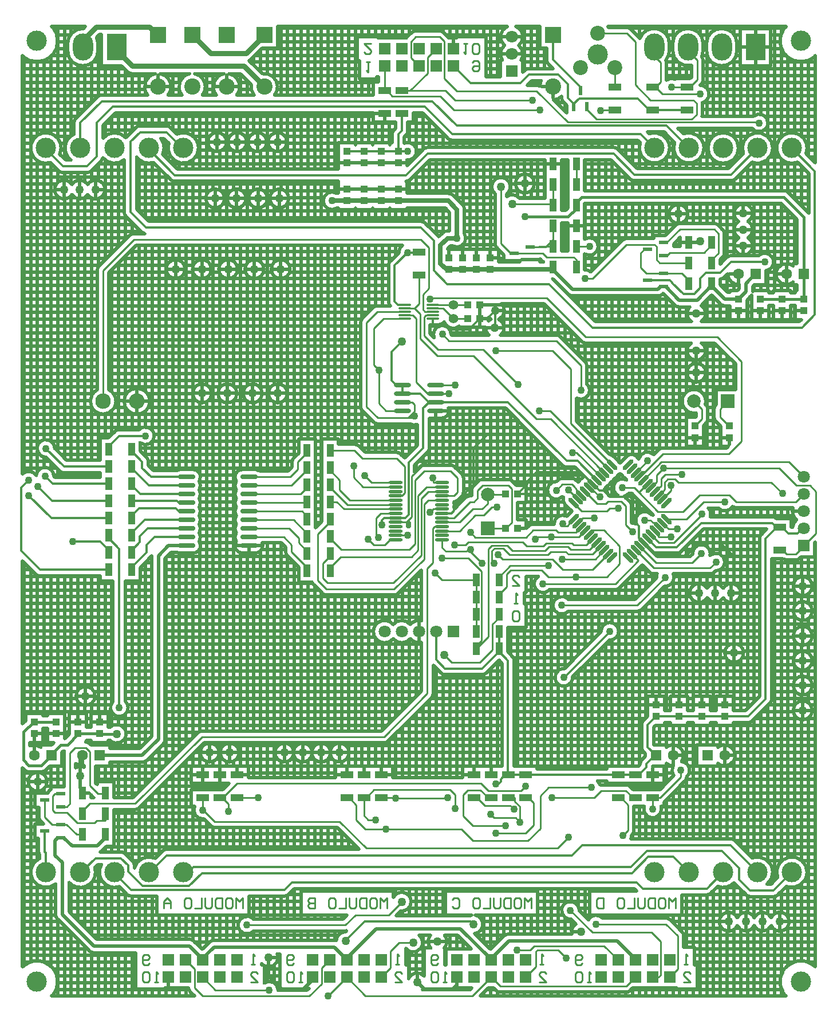
<source format=gbl>
G04 Layer_Physical_Order=2*
G04 Layer_Color=16711680*
%FSLAX44Y44*%
%MOMM*%
G71*
G01*
G75*
%ADD10C,0.5000*%
%ADD16C,0.2500*%
%ADD17C,0.3500*%
%ADD18C,0.3000*%
%ADD19C,0.2200*%
%ADD20C,0.4000*%
%ADD21C,0.7000*%
%ADD22C,0.8000*%
%ADD23C,0.2540*%
%ADD24C,3.0000*%
%ADD25R,1.7000X1.7000*%
%ADD26C,2.3000*%
%ADD27C,1.4000*%
%ADD28C,1.6000*%
%ADD29R,1.6000X1.6000*%
%ADD30C,1.8000*%
%ADD31R,1.8000X1.8000*%
%ADD32C,2.0000*%
%ADD33R,2.0000X2.0000*%
%ADD34R,1.8000X1.8000*%
%ADD35R,2.0000X2.0000*%
%ADD36R,2.4000X2.4000*%
%ADD37C,2.4000*%
%ADD38O,3.0000X4.0000*%
%ADD39R,3.0000X4.0000*%
%ADD40C,2.2000*%
%ADD41C,1.2700*%
%ADD42C,1.1000*%
%ADD43O,2.6000X0.7000*%
G04:AMPARAMS|DCode=44|XSize=0.6mm|YSize=2.05mm|CornerRadius=0mm|HoleSize=0mm|Usage=FLASHONLY|Rotation=225.000|XOffset=0mm|YOffset=0mm|HoleType=Round|Shape=Round|*
%AMOVALD44*
21,1,1.4500,0.6000,0.0000,0.0000,315.0*
1,1,0.6000,-0.5127,0.5127*
1,1,0.6000,0.5127,-0.5127*
%
%ADD44OVALD44*%

G04:AMPARAMS|DCode=45|XSize=0.6mm|YSize=2.05mm|CornerRadius=0mm|HoleSize=0mm|Usage=FLASHONLY|Rotation=315.000|XOffset=0mm|YOffset=0mm|HoleType=Round|Shape=Round|*
%AMOVALD45*
21,1,1.4500,0.6000,0.0000,0.0000,45.0*
1,1,0.6000,-0.5127,-0.5127*
1,1,0.6000,0.5127,0.5127*
%
%ADD45OVALD45*%

%ADD46O,2.0000X0.3000*%
%ADD47O,2.5000X0.7000*%
%ADD48O,2.1000X0.4500*%
%ADD49R,1.4500X0.6000*%
%ADD50R,1.0500X1.0800*%
%ADD51R,0.6000X1.4500*%
%ADD52R,1.0000X1.9000*%
%ADD53R,1.9000X1.0000*%
%ADD54R,1.0800X1.0500*%
D10*
X1111174Y1298786D02*
G03*
X1089470Y1308442I-13000J0D01*
G01*
X1087807Y1290942D02*
G03*
X1111174Y1298786I10367J7844D01*
G01*
X1167644Y1253788D02*
G03*
X1169100Y1261750I-21044J7962D01*
G01*
D02*
G03*
X1154563Y1240706I-22500J0D01*
G01*
X1141288Y1196057D02*
G03*
X1134570Y1198840I-6718J-6718D01*
G01*
X1141288Y1196057D02*
G03*
X1134570Y1198840I-6718J-6718D01*
G01*
X1171450Y1165794D02*
G03*
X1170678Y1166667I-7490J-5844D01*
G01*
X1171450Y1165794D02*
G03*
X1170678Y1166667I-7490J-5844D01*
G01*
X1118300Y1261750D02*
G03*
X1074756Y1253788I-22500J0D01*
G01*
X1087838Y1240706D02*
G03*
X1118300Y1261750I7962J21044D01*
G01*
X1081793Y1153280D02*
G03*
X1088710Y1165270I-6933J11990D01*
G01*
Y1141290D02*
G03*
X1081793Y1153280I-13850J0D01*
G01*
Y1129300D02*
G03*
X1088710Y1141290I-6933J11990D01*
G01*
Y1117310D02*
G03*
X1081793Y1129300I-13850J0D01*
G01*
X1065340Y1415800D02*
G03*
X1020340Y1415800I-22500J0D01*
G01*
Y1405800D02*
G03*
X1065340Y1405800I22500J0D01*
G01*
X1024052Y1341458D02*
G03*
X1010932Y1354457I-13000J0D01*
G01*
X1014171Y1328837D02*
G03*
X1024052Y1341458I-3119J12620D01*
G01*
X1015420Y1391220D02*
G03*
X1013444Y1396759I-8750J0D01*
G01*
X1015420Y1391220D02*
G03*
X1013444Y1396759I-8750J0D01*
G01*
X1015340Y1415800D02*
G03*
X970340Y1415800I-22500J0D01*
G01*
Y1405800D02*
G03*
X997920Y1383881I22500J0D01*
G01*
X1013444Y1396759D02*
G03*
X1015340Y1405800I-20603J9041D01*
G01*
X1012857Y1356383D02*
G03*
X1015420Y1362570I-6187J6187D01*
G01*
X1012852Y1356377D02*
G03*
X1015420Y1362570I-6182J6193D01*
G01*
X1014230Y1327830D02*
G03*
X1014171Y1328837I-8600J0D01*
G01*
X1014230Y1327830D02*
G03*
X1014171Y1328837I-8600J0D01*
G01*
X1013795Y1308442D02*
G03*
X1014230Y1311144I-8165J2702D01*
G01*
X1013795Y1308442D02*
G03*
X1014230Y1311144I-8165J2702D01*
G01*
X1056620Y1213320D02*
G03*
X1063174Y1216042I0J9250D01*
G01*
X1056620Y1213320D02*
G03*
X1063161Y1216029I0J9250D01*
G01*
X1067500Y1261750D02*
G03*
X1067500Y1261750I-22500J0D01*
G01*
X1088710Y1165270D02*
G03*
X1067927Y1153280I-13850J0D01*
G01*
D02*
G03*
X1067927Y1129300I6933J-11990D01*
G01*
D02*
G03*
X1088710Y1117310I6933J-11990D01*
G01*
X1046730Y1135220D02*
G03*
X1044211Y1141301I-8600J0D01*
G01*
X1046730Y1135220D02*
G03*
X1044211Y1141301I-8600J0D01*
G01*
X1016700Y1261750D02*
G03*
X986238Y1282794I-22500J0D01*
G01*
X973156Y1269713D02*
G03*
X1016700Y1261750I21044J-7962D01*
G01*
X1037851Y1147661D02*
G03*
X1031770Y1150180I-6081J-6081D01*
G01*
X1037851Y1147661D02*
G03*
X1031770Y1150180I-6081J-6081D01*
G01*
X992600Y1164340D02*
G03*
X992600Y1164340I-13850J0D01*
G01*
X1148460Y1087446D02*
G03*
X1148460Y1063593I-9900J-11926D01*
G01*
X1119500Y1093410D02*
G03*
X1097366Y1102660I-13000J0D01*
G01*
X1108340Y1080541D02*
G03*
X1119500Y1093410I-1840J12869D01*
G01*
X1051940Y1075609D02*
G03*
X1068540Y1060059I15500J-89D01*
G01*
X1056660Y1102660D02*
G03*
X1050119Y1099950I0J-9250D01*
G01*
X1044211Y1100369D02*
G03*
X1046730Y1106450I-6081J6081D01*
G01*
X1044211Y1100369D02*
G03*
X1046730Y1106450I-6081J6081D01*
G01*
X1056660Y1102660D02*
G03*
X1050107Y1099938I0J-9250D01*
G01*
X1085611Y1042479D02*
G03*
X1086863Y1044007I-7071J7071D01*
G01*
X1085611Y1042479D02*
G03*
X1086863Y1044007I-7071J7071D01*
G01*
X1040700Y1067803D02*
G03*
X1046848Y1070516I-406J9241D01*
G01*
X1040700Y1067803D02*
G03*
X1046835Y1070503I-406J9241D01*
G01*
X1040609Y1031379D02*
G03*
X1047680Y1028450I7071J7071D01*
G01*
X1040609Y1031379D02*
G03*
X1047680Y1028450I7071J7071D01*
G01*
X1019190Y1017140D02*
G03*
X1012636Y1028912I-13850J0D01*
G01*
Y1028912D02*
G03*
X1013731Y1029859I-5976J8018D01*
G01*
X1012636Y1028912D02*
G03*
X1013731Y1029859I-5976J8018D01*
G01*
X1012814Y1005480D02*
G03*
X1019190Y1017140I-7474J11660D01*
G01*
X995543Y1026930D02*
G03*
X997866Y1005480I9797J-9790D01*
G01*
X1019190Y962050D02*
G03*
X1012938Y973630I-13850J0D01*
G01*
X997742D02*
G03*
X1019190Y962050I7598J-11580D01*
G01*
Y929700D02*
G03*
X1019190Y929700I-13850J0D01*
G01*
X1034178Y882312D02*
G03*
X1031610Y876119I6182J-6193D01*
G01*
X1034173Y882306D02*
G03*
X1031610Y876119I6187J-6187D01*
G01*
Y864020D02*
G03*
X1034173Y857833I8750J0D01*
G01*
X1031610Y864020D02*
G03*
X1034178Y857827I8750J0D01*
G01*
X1022300Y875810D02*
G03*
X1019737Y881997I-8750J0D01*
G01*
X1022300Y875810D02*
G03*
X1019732Y882003I-8750J0D01*
G01*
Y855477D02*
G03*
X1022300Y861670I-6182J6193D01*
G01*
X1019737Y855483D02*
G03*
X1022300Y861670I-6187J6187D01*
G01*
X1018704Y883030D02*
G03*
X1019300Y887560I-16904J4529D01*
G01*
D02*
G03*
X1004800Y870319I-17500J0D01*
G01*
X965340Y1415800D02*
G03*
X921780Y1423721I-22500J0D01*
G01*
X960242Y1391537D02*
G03*
X965340Y1405800I-17402J14262D01*
G01*
X974240Y1363384D02*
G03*
X960920Y1361977I-5490J-11784D01*
G01*
Y1388160D02*
G03*
X960242Y1391537I-8750J0D01*
G01*
X960920Y1388160D02*
G03*
X960242Y1391537I-8750J0D01*
G01*
X965900Y1261750D02*
G03*
X935438Y1282794I-22500J0D01*
G01*
X908391Y1437201D02*
G03*
X902310Y1439720I-6081J-6081D01*
G01*
X908391Y1437201D02*
G03*
X902310Y1439720I-6081J-6081D01*
G01*
X921780Y1423721D02*
G03*
X921081Y1424511I-6780J-5291D01*
G01*
X921780Y1423721D02*
G03*
X921081Y1424511I-6780J-5291D01*
G01*
X875540Y1439720D02*
G03*
X874653Y1441230I-16379J-8600D01*
G01*
X806200Y1335850D02*
G03*
X808836Y1329486I9000J0D01*
G01*
X806200Y1335850D02*
G03*
X808843Y1329479I9000J0D01*
G01*
X794147Y1332907D02*
G03*
X806200Y1337917I-1027J19473D01*
G01*
X889577Y1259861D02*
G03*
X883036Y1262570I-6541J-6541D01*
G01*
X922356Y1269713D02*
G03*
X965900Y1261750I21044J-7962D01*
G01*
X889590Y1259848D02*
G03*
X883036Y1262570I-6554J-6528D01*
G01*
X907233Y1216042D02*
G03*
X913786Y1213320I6554J6528D01*
G01*
X907245Y1216029D02*
G03*
X913786Y1213320I6541J6541D01*
G01*
X783870Y1392350D02*
G03*
X786579Y1385809I9250J0D01*
G01*
X748660Y1426040D02*
G03*
X738604Y1441230I-16500J0D01*
G01*
X742694Y1413340D02*
G03*
X748660Y1426040I-10534J12700D01*
G01*
Y1400640D02*
G03*
X742694Y1413340I-16500J0D01*
G01*
X783870Y1392350D02*
G03*
X786592Y1385796I9250J0D01*
G01*
X773635Y1353131D02*
G03*
X768920Y1354510I-4715J-7371D01*
G01*
X757930Y1379200D02*
G03*
X751566Y1376564I0J-9000D01*
G01*
X757930Y1379200D02*
G03*
X751559Y1376557I0J-9000D01*
G01*
X725717Y1441230D02*
G03*
X721626Y1413340I6443J-15190D01*
G01*
X746054Y1391740D02*
G03*
X748660Y1400640I-13894J8900D01*
G01*
X721626Y1413340D02*
G03*
X718266Y1391740I10534J-12700D01*
G01*
X775729Y1361200D02*
G03*
X773635Y1353131I17391J-8820D01*
G01*
D02*
G03*
X768920Y1354510I-4715J-7371D01*
G01*
X765630Y1209350D02*
G03*
X765630Y1209350I-13850J0D01*
G01*
X725070Y1193733D02*
G03*
X730320Y1204590I-8600J10856D01*
G01*
X743967Y1187280D02*
G03*
X725070Y1189957I-10856J-8600D01*
G01*
X730320Y1204590D02*
G03*
X707870Y1193733I-13850J0D01*
G01*
X980980Y1150180D02*
G03*
X974899Y1147661I0J-8600D01*
G01*
X980980Y1150180D02*
G03*
X974899Y1147661I0J-8600D01*
G01*
X902086Y1127958D02*
G03*
X895899Y1125395I0J-8750D01*
G01*
X902086Y1127958D02*
G03*
X895893Y1125389I0J-8750D01*
G01*
X860222Y1116160D02*
G03*
X840190Y1127094I-13000J0D01*
G01*
Y1105226D02*
G03*
X860222Y1116160I7032J10934D01*
G01*
X849192Y1078688D02*
G03*
X840190Y1081909I-8574J-9772D01*
G01*
X815429Y1046179D02*
G03*
X822500Y1043250I7071J7071D01*
G01*
X972999Y1029859D02*
G03*
X980070Y1026930I7071J7071D01*
G01*
X972999Y1029859D02*
G03*
X980070Y1026930I7071J7071D01*
G01*
X948750Y1043250D02*
G03*
X955821Y1046179I0J10000D01*
G01*
X948750Y1043250D02*
G03*
X955821Y1046179I0J10000D01*
G01*
X955680Y818332D02*
G03*
X949493Y815769I0J-8750D01*
G01*
X955680Y818332D02*
G03*
X949488Y815763I0J-8750D01*
G01*
X942348Y808624D02*
G03*
X920367Y802258I-9274J-9110D01*
G01*
X920367D02*
G03*
X919341Y802752I-5062J-9199D01*
G01*
D02*
G03*
X902223Y806140I-9693J-4037D01*
G01*
X835378Y976198D02*
G03*
X841570Y973630I6193J6182D01*
G01*
X815429Y1046179D02*
G03*
X822500Y1043250I7071J7071D01*
G01*
X835383Y976193D02*
G03*
X841570Y973630I6187J6187D01*
G01*
X882777Y806140D02*
G03*
X877436Y809007I-7425J-7425D01*
G01*
X847522Y903562D02*
G03*
X843272Y913176I-13000J0D01*
G01*
X828360Y892115D02*
G03*
X847522Y903562I6162J11447D01*
G01*
X843272Y940148D02*
G03*
X840704Y946340I-8750J0D01*
G01*
X843272Y940148D02*
G03*
X840709Y946335I-8750J0D01*
G01*
X777641Y1094585D02*
G03*
X779318Y1093279I6081J6081D01*
G01*
X777641Y1094585D02*
G03*
X779318Y1093279I6081J6081D01*
G01*
X707870Y1120330D02*
G03*
X710389Y1114249I8600J0D01*
G01*
X707870Y1120330D02*
G03*
X710389Y1114249I8600J0D01*
G01*
X664295Y1128352D02*
G03*
X662295Y1135280I-13000J0D01*
G01*
Y1170955D02*
G03*
X659073Y1178733I-11000J0D01*
G01*
X662295Y1170955D02*
G03*
X659073Y1178733I-11000J0D01*
G01*
X644367Y1117352D02*
G03*
X664295Y1128352I6928J11000D01*
G01*
X794126Y1067316D02*
G03*
X792695Y1068490I-6554J-6528D01*
G01*
X794113Y1067328D02*
G03*
X792695Y1068490I-6541J-6541D01*
G01*
X721370Y1021340D02*
G03*
X716971Y1031464I-13850J0D01*
G01*
X713068Y1008649D02*
G03*
X721370Y1021340I-5548J12690D01*
G01*
X804413Y982632D02*
G03*
X798220Y985200I-6193J-6182D01*
G01*
X807055Y793038D02*
G03*
X813425Y790395I6371J6357D01*
G01*
X807061Y793031D02*
G03*
X813425Y790395I6364J6364D01*
G01*
X721080Y996090D02*
G03*
X713068Y1008649I-13850J0D01*
G01*
X804407Y982637D02*
G03*
X798220Y985200I-6187J-6187D01*
G01*
X715788D02*
G03*
X721080Y996090I-8557J10890D01*
G01*
X697830Y1011444D02*
G03*
X701682Y1008780I9690J9896D01*
G01*
D02*
G03*
X697830Y1006261I5548J-12690D01*
G01*
X693395Y996730D02*
G03*
X698673Y985200I13835J-640D01*
G01*
X647840Y790694D02*
G03*
X641648Y793262I-6193J-6182D01*
G01*
X647835Y790699D02*
G03*
X641648Y793262I-6187J-6187D01*
G01*
X1152080Y653100D02*
G03*
X1158273Y655668I0J8750D01*
G01*
X1176470Y614370D02*
G03*
X1176470Y614370I-13850J0D01*
G01*
Y577670D02*
G03*
X1176470Y577670I-13850J0D01*
G01*
X1148255Y730060D02*
G03*
X1153426Y712300I15705J-5060D01*
G01*
D02*
G03*
X1147536Y701180I10534J-12700D01*
G01*
X1123951Y714137D02*
G03*
X1117587Y716773I-6364J-6364D01*
G01*
X1123958Y714130D02*
G03*
X1117587Y716773I-6371J-6357D01*
G01*
X1152080Y653100D02*
G03*
X1158267Y655663I0J8750D01*
G01*
X1133187Y654860D02*
G03*
X1138450Y653100I5263J6990D01*
G01*
X1133187Y654860D02*
G03*
X1138450Y653100I5263J6990D01*
G01*
X1101363Y690801D02*
G03*
X1098720Y684430I6357J-6371D01*
G01*
X1101356Y690794D02*
G03*
X1098720Y684430I6364J-6364D01*
G01*
X1176470Y540970D02*
G03*
X1176470Y540970I-13850J0D01*
G01*
Y504270D02*
G03*
X1176470Y504270I-13850J0D01*
G01*
Y467570D02*
G03*
X1176470Y467570I-13850J0D01*
G01*
Y430870D02*
G03*
X1176470Y430870I-13850J0D01*
G01*
X1114084Y441366D02*
G03*
X1116720Y447730I-6364J6364D01*
G01*
X1114077Y441359D02*
G03*
X1116720Y447730I-6357J6371D01*
G01*
X1058657Y732114D02*
G03*
X1064290Y730060I5633J6696D01*
G01*
X1058657Y732114D02*
G03*
X1064290Y730060I5633J6696D01*
G01*
X1037859Y729711D02*
G03*
X1058657Y732114I9514J8859D01*
G01*
X1033739Y637114D02*
G03*
X1047350Y650100I611J12986D01*
G01*
X1070840Y604230D02*
G03*
X1045070Y611282I-13850J0D01*
G01*
X1047350Y650100D02*
G03*
X1025623Y659735I-13000J0D01*
G01*
X1045070Y611282D02*
G03*
X1021230Y611282I-11920J-7052D01*
G01*
X1026592Y720936D02*
G03*
X1023183Y729711I-13000J0D01*
G01*
X1025907Y716773D02*
G03*
X1026592Y720936I-12315J4163D01*
G01*
X1025623Y659735D02*
G03*
X1025970Y662720I-12653J2985D01*
G01*
D02*
G03*
X999985Y662109I-13000J0D01*
G01*
X976660Y663000D02*
G03*
X983024Y665636I0J9000D01*
G01*
X976660Y663000D02*
G03*
X983031Y665643I0J9000D01*
G01*
X1025600Y632600D02*
G03*
X1031793Y635168I0J8750D01*
G01*
X1025600Y632600D02*
G03*
X1031787Y635163I0J8750D01*
G01*
X972236Y627210D02*
G03*
X971066Y632600I-13000J0D01*
G01*
X958625Y614224D02*
G03*
X972236Y627210I611J12986D01*
G01*
X1045070Y597178D02*
G03*
X1070840Y604230I11920J7052D01*
G01*
X1075060Y515680D02*
G03*
X1075060Y515680I-13850J0D01*
G01*
X1021230Y597178D02*
G03*
X1045070Y597178I11920J7052D01*
G01*
X1021230Y611282D02*
G03*
X1021230Y597178I-11920J-7052D01*
G01*
X1169100Y191750D02*
G03*
X1125556Y183787I-22500J0D01*
G01*
X1138638Y170706D02*
G03*
X1169100Y191750I7962J21044D01*
G01*
X1119770Y155670D02*
G03*
X1126324Y158392I0J9250D01*
G01*
X1119770Y155670D02*
G03*
X1126311Y158379I0J9250D01*
G01*
X1081700Y412710D02*
G03*
X1088064Y415346I0J9000D01*
G01*
X1081700Y412710D02*
G03*
X1088071Y415353I0J9000D01*
G01*
X1118300Y191750D02*
G03*
X1087838Y212794I-22500J0D01*
G01*
X1109843Y174170D02*
G03*
X1118300Y191750I-14043J17580D01*
G01*
X1078437Y158392D02*
G03*
X1084990Y155670I6554J6528D01*
G01*
X1078449Y158379D02*
G03*
X1084990Y155670I6541J6541D01*
G01*
X1062221Y238410D02*
G03*
X1055680Y241120I-6541J-6541D01*
G01*
X1062234Y238398D02*
G03*
X1055680Y241120I-6554J-6528D01*
G01*
X1061062Y175993D02*
G03*
X1062172Y174656I7638J5217D01*
G01*
X1061062Y175993D02*
G03*
X1062159Y174669I7638J5217D01*
G01*
X1142520Y118640D02*
G03*
X1116092Y124437I-13850J0D01*
G01*
Y112843D02*
G03*
X1142520Y118640I12578J5797D01*
G01*
X1116092Y124437D02*
G03*
X1090935Y124437I-12578J-5797D01*
G01*
D02*
G03*
X1065778Y124437I-12578J-5797D01*
G01*
X1090935Y112843D02*
G03*
X1116092Y112843I12578J5797D01*
G01*
X1065778D02*
G03*
X1090935Y112843I12578J5797D01*
G01*
X1062620Y364320D02*
G03*
X1037220Y376246I-15500J0D01*
G01*
Y352393D02*
G03*
X1062620Y364320I9900J11926D01*
G01*
X983436Y355176D02*
G03*
X986420Y364320I-12516J9143D01*
G01*
X995350Y342222D02*
G03*
X983436Y355176I-13000J0D01*
G01*
X991100Y332607D02*
G03*
X995350Y342222I-8750J9614D01*
G01*
X988537Y326383D02*
G03*
X991100Y332570I-6187J6187D01*
G01*
X988532Y326377D02*
G03*
X991100Y332570I-6182J6193D01*
G01*
X986420Y364320D02*
G03*
X961020Y376246I-15500J0D01*
G01*
Y352393D02*
G03*
X971150Y348821I9900J11926D01*
G01*
Y348821D02*
G03*
X971898Y334492I11200J-6600D01*
G01*
X1037038Y170706D02*
G03*
X1061062Y175993I7962J21044D01*
G01*
X1020780Y158280D02*
G03*
X1027334Y161002I0J9250D01*
G01*
X1020780Y158280D02*
G03*
X1027321Y160989I0J9250D01*
G01*
X1065778Y124437D02*
G03*
X1065778Y112843I-12578J-5797D01*
G01*
X966561Y121333D02*
G03*
X960374Y123896I-6187J-6187D01*
G01*
X986528Y97742D02*
G03*
X983965Y103929I-8750J0D01*
G01*
X986528Y97742D02*
G03*
X983960Y103934I-8750J0D01*
G01*
X966567Y121327D02*
G03*
X960374Y123896I-6193J-6182D01*
G01*
X901015Y773113D02*
G03*
X902103Y771132I9693J4036D01*
G01*
X898731Y747148D02*
G03*
X905350Y751048I-2995J12650D01*
G01*
X900407Y745837D02*
G03*
X898731Y747148I-6187J-6187D01*
G01*
X895359Y778769D02*
G03*
X901015Y773113I9693J4037D01*
G01*
X889642Y778769D02*
G03*
X892500Y780543I-4036J9693D01*
G01*
D02*
G03*
X895359Y778769I6894J7919D01*
G01*
X902103Y771132D02*
G03*
X889484Y748400I-6367J-11334D01*
G01*
X900413Y745832D02*
G03*
X898731Y747148I-6193J-6182D01*
G01*
X883986Y773113D02*
G03*
X889642Y778769I-4037J9693D01*
G01*
X941607Y719226D02*
G03*
X938422Y720231I-4178J-7688D01*
G01*
X941607Y719226D02*
G03*
X938422Y720231I-4178J-7688D01*
G01*
D02*
G03*
X916893Y706222I-9666J-8694D01*
G01*
X944144Y663102D02*
G03*
X945500Y663000I1356J8897D01*
G01*
X916893Y706222D02*
G03*
X910619Y707505I-5663J-11702D01*
G01*
X909460Y733160D02*
G03*
X906892Y739352I-8750J0D01*
G01*
X909460Y733160D02*
G03*
X906897Y739347I-8750J0D01*
G01*
X838970Y777115D02*
G03*
X837375Y774467I8098J-6684D01*
G01*
D02*
G03*
X831719Y768811I4037J-9693D01*
G01*
X827253Y771186D02*
G03*
X821060Y773754I-6193J-6182D01*
G01*
X878328Y767455D02*
G03*
X883986Y773113I-4036J9693D01*
G01*
X831719Y768811D02*
G03*
X830330Y768108I4036J-9693D01*
G01*
X827247Y771191D02*
G03*
X821060Y773754I-6187J-6187D01*
G01*
X807090D02*
G03*
X800903Y771191I0J-8750D01*
G01*
X807090Y773754D02*
G03*
X800898Y771186I0J-8750D01*
G01*
X872672Y761799D02*
G03*
X878328Y767455I-4037J9693D01*
G01*
X869440Y757559D02*
G03*
X872672Y761799I-6461J8277D01*
G01*
X875335Y748400D02*
G03*
X869440Y757559I-12873J-1810D01*
G01*
X807173Y746702D02*
G03*
X808807Y745419I8819J9551D01*
G01*
Y745419D02*
G03*
X811360Y734723I9977J-3272D01*
G01*
X944144Y663102D02*
G03*
X945500Y663000I1356J8897D01*
G01*
X936022Y635163D02*
G03*
X942209Y632600I6187J6187D01*
G01*
X947406D02*
G03*
X946251Y626599I11830J-5390D01*
G01*
X936016Y635168D02*
G03*
X942209Y632600I6193J6182D01*
G01*
X918088Y577312D02*
G03*
X924281Y579880I0J8750D01*
G01*
X918088Y577312D02*
G03*
X924275Y579875I0J8750D01*
G01*
X885299Y609212D02*
G03*
X891380Y611731I0J8600D01*
G01*
X885299Y609212D02*
G03*
X891380Y611731I0J8600D01*
G01*
X890448Y547708D02*
G03*
X864463Y547096I-13000J0D01*
G01*
X876837Y534722D02*
G03*
X890448Y547708I611J12986D01*
G01*
X733267Y769541D02*
G03*
X727080Y772104I-6187J-6187D01*
G01*
X798685Y768973D02*
G03*
X807173Y746702I-611J-12986D01*
G01*
X733273Y769536D02*
G03*
X727080Y772104I-6193J-6182D01*
G01*
X813830Y717748D02*
G03*
X794855Y705924I-5978J-11544D01*
G01*
X739426Y763150D02*
G03*
X738342Y764466I-7265J-4877D01*
G01*
X739426Y763150D02*
G03*
X738348Y764461I-7265J-4877D01*
G01*
X689074Y772104D02*
G03*
X682887Y769541I0J-8750D01*
G01*
X689074Y772104D02*
G03*
X682881Y769536I0J-8750D01*
G01*
X675603Y762257D02*
G03*
X673040Y756070I6187J-6187D01*
G01*
X675608Y762262D02*
G03*
X673040Y756070I6182J-6193D01*
G01*
X660940Y773970D02*
G03*
X658377Y780157I-8750J0D01*
G01*
X660940Y773970D02*
G03*
X658372Y780162I-8750J0D01*
G01*
X658377Y746803D02*
G03*
X660940Y752990I-6187J6187D01*
G01*
X658372Y746797D02*
G03*
X660940Y752990I-6182J6193D01*
G01*
X670220Y747710D02*
G03*
X664033Y745147I0J-8750D01*
G01*
X670220Y747710D02*
G03*
X664027Y745142I0J-8750D01*
G01*
X647238Y739004D02*
G03*
X653142Y741568I-288J8745D01*
G01*
X647238Y739004D02*
G03*
X653137Y741562I-288J8745D01*
G01*
X646942Y738000D02*
G03*
X647238Y739004I-9192J3250D01*
G01*
X647500Y734750D02*
G03*
X646942Y738000I-9750J0D01*
G01*
Y731500D02*
G03*
X647500Y734750I-9192J3250D01*
G01*
X647493Y728607D02*
G03*
X646942Y731500I-9743J-357D01*
G01*
X771569Y628880D02*
G03*
X788137Y609212I6819J-11068D01*
G01*
X763770Y705924D02*
G03*
X757583Y703361I0J-8750D01*
G01*
X763770Y705924D02*
G03*
X757578Y703356I0J-8750D01*
G01*
X815943Y594812D02*
G03*
X815943Y577312I-9614J-8750D01*
G01*
X809987Y492621D02*
G03*
X822376Y479636I-611J-12986D01*
G01*
X735920Y504070D02*
G03*
X733277Y510441I-9000J0D01*
G01*
X735920Y504070D02*
G03*
X733284Y510434I-9000J0D01*
G01*
X688740Y483790D02*
G03*
X695111Y486433I0J9000D01*
G01*
X688740Y483790D02*
G03*
X695104Y486426I0J9000D01*
G01*
X927086Y416004D02*
G03*
X924450Y409640I6364J-6364D01*
G01*
X927093Y416011D02*
G03*
X924450Y409640I6357J-6371D01*
G01*
Y376390D02*
G03*
X927093Y370019I9000J0D01*
G01*
X924450Y376390D02*
G03*
X927086Y370026I9000J0D01*
G01*
X924963Y357971D02*
G03*
X922320Y351600I6357J-6371D01*
G01*
X924956Y357964D02*
G03*
X922320Y351600I6364J-6364D01*
G01*
X907426Y318338D02*
G03*
X901234Y320906I-6193J-6182D01*
G01*
X907421Y318344D02*
G03*
X901234Y320906I-6187J-6187D01*
G01*
X864211D02*
G03*
X862898Y320807I0J-8750D01*
G01*
D02*
G03*
X859090Y326601I-12374J-3985D01*
G01*
X864211Y320906D02*
G03*
X862898Y320807I0J-8750D01*
G01*
X953620Y285120D02*
G03*
X952996Y289100I-13000J0D01*
G01*
X928244D02*
G03*
X953620Y285120I12376J-3980D01*
G01*
X910357Y247187D02*
G03*
X912920Y253374I-6187J6187D01*
G01*
X910352Y247181D02*
G03*
X912920Y253374I-6182J6193D01*
G01*
X908664Y241120D02*
G03*
X909498Y245702I-12166J4582D01*
G01*
X901578Y14448D02*
G03*
X907765Y17011I0J8750D01*
G01*
X901578Y14448D02*
G03*
X907771Y17016I0J8750D01*
G01*
X866742Y123896D02*
G03*
X845685Y121315I-9614J-8750D01*
G01*
X832070Y135420D02*
G03*
X819811Y122441I-13000J0D01*
G01*
X689510Y114720D02*
G03*
X678331Y128310I-13850J0D01*
G01*
X672989D02*
G03*
X671283Y127860I2671J-13590D01*
G01*
X827091Y115161D02*
G03*
X821107Y100450I7519J-11631D01*
G01*
X727800D02*
G03*
X720729Y97521I0J-10000D01*
G01*
X727800Y100450D02*
G03*
X720729Y97521I0J-10000D01*
G01*
X708955Y17011D02*
G03*
X715142Y14448I6187J6187D01*
G01*
X677660Y101015D02*
G03*
X689510Y114720I-1999J13705D01*
G01*
X708950Y17016D02*
G03*
X715142Y14448I6193J6182D01*
G01*
X631567Y1432067D02*
G03*
X625380Y1434630I-6187J-6187D01*
G01*
X631573Y1432062D02*
G03*
X625380Y1434630I-6193J-6182D01*
G01*
X639224Y1424260D02*
G03*
X638332Y1425302I-7074J-5150D01*
G01*
X590120Y1434630D02*
G03*
X583933Y1432067I0J-8750D01*
G01*
X590120Y1434630D02*
G03*
X583927Y1432062I0J-8750D01*
G01*
X639224Y1424260D02*
G03*
X638337Y1425297I-7074J-5150D01*
G01*
X576880Y1425014D02*
G03*
X576207Y1424260I6182J-6193D01*
G01*
X576875Y1425009D02*
G03*
X576207Y1424260I6187J-6187D01*
G01*
X575964Y1280737D02*
G03*
X578600Y1287101I-6364J6364D01*
G01*
X575957Y1280730D02*
G03*
X578600Y1287101I-6357J6371D01*
G01*
X558163Y1288393D02*
G03*
X555521Y1282022I6357J-6371D01*
G01*
X558157Y1288386D02*
G03*
X555521Y1282022I6364J-6364D01*
G01*
X637487Y1276102D02*
G03*
X644040Y1273380I6554J6528D01*
G01*
X637499Y1276089D02*
G03*
X644040Y1273380I6541J6541D01*
G01*
X607690Y1262570D02*
G03*
X601149Y1259861I0J-9250D01*
G01*
X607690Y1262570D02*
G03*
X601137Y1259848I0J-9250D01*
G01*
X591520Y1256930D02*
G03*
X576617Y1269790I-13000J0D01*
G01*
X577273Y1243990D02*
G03*
X591520Y1256930I1248J12940D01*
G01*
X646319Y1191487D02*
G03*
X638541Y1194709I-7778J-7778D01*
G01*
X646319Y1191487D02*
G03*
X638541Y1194709I-7778J-7778D01*
G01*
X576617Y1269790D02*
G03*
X573521Y1268930I1903J-12860D01*
G01*
X577270Y1212572D02*
G03*
X582674Y1215222I-1150J9178D01*
G01*
X577270Y1212572D02*
G03*
X582661Y1215209I-1150J9178D01*
G01*
X576120Y1212500D02*
G03*
X577270Y1212572I0J9250D01*
G01*
X576120Y1212500D02*
G03*
X577270Y1212572I0J9250D01*
G01*
X385900Y1352380D02*
G03*
X363396Y1371647I-19500J0D01*
G01*
X381660Y1340240D02*
G03*
X385900Y1352380I-15260J12140D01*
G01*
X344033Y1391010D02*
G03*
X347459Y1393375I-4713J10490D01*
G01*
X344033Y1391010D02*
G03*
X347452Y1393368I-4713J10490D01*
G01*
X347133Y1355384D02*
G03*
X351140Y1340240I19267J-3004D01*
G01*
X473493Y1194709D02*
G03*
X473363Y1172709I-6992J-10959D01*
G01*
X399710Y1270580D02*
G03*
X399710Y1270580I-13850J0D01*
G01*
X402480Y1187260D02*
G03*
X402480Y1187260I-13850J0D01*
G01*
X369977Y1270580D02*
G03*
X369977Y1270580I-13850J0D01*
G01*
X370843Y1187260D02*
G03*
X370843Y1187260I-13850J0D01*
G01*
X604701Y1150620D02*
G03*
X598160Y1153330I-6541J-6541D01*
G01*
X604714Y1150608D02*
G03*
X598160Y1153330I-6554J-6528D01*
G01*
X637352Y1139352D02*
G03*
X629574Y1136130I0J-11000D01*
G01*
X637352Y1139352D02*
G03*
X629574Y1136130I0J-11000D01*
G01*
X624342Y1130898D02*
G03*
X623638Y1131683I-7232J-5768D01*
G01*
X624342Y1130898D02*
G03*
X623651Y1131671I-7232J-5768D01*
G01*
X624500Y1000640D02*
G03*
X632152Y1004902I0J9000D01*
G01*
X570533Y1117820D02*
G03*
X565363Y1107170I7827J-10380D01*
G01*
X552743Y1094551D02*
G03*
X550100Y1088180I6357J-6371D01*
G01*
X552736Y1094544D02*
G03*
X550100Y1088180I6364J-6364D01*
G01*
Y1034800D02*
G03*
X552743Y1028429I9000J0D01*
G01*
X550100Y1034800D02*
G03*
X552736Y1028436I9000J0D01*
G01*
X533278Y1028390D02*
G03*
X527085Y1025822I0J-8750D01*
G01*
X533278Y1028390D02*
G03*
X527091Y1025827I0J-8750D01*
G01*
X511602Y1010338D02*
G03*
X509034Y1004146I6182J-6193D01*
G01*
X511597Y1010333D02*
G03*
X509034Y1004146I6187J-6187D01*
G01*
X632152Y1004902D02*
G03*
X654730Y998376I13648J4898D01*
G01*
X639500Y873590D02*
G03*
X638859Y877290I-11000J0D01*
G01*
X628500Y862590D02*
G03*
X639500Y873590I0J11000D01*
G01*
X642600Y986420D02*
G03*
X617577Y981475I-13000J0D01*
G01*
X607914Y812366D02*
G03*
X610550Y818730I-6364J6364D01*
G01*
X607907Y812359D02*
G03*
X610550Y818730I-6357J6371D01*
G01*
X602752Y793262D02*
G03*
X596565Y790699I0J-8750D01*
G01*
X602752Y793262D02*
G03*
X596560Y790694I0J-8750D01*
G01*
X581951Y854172D02*
G03*
X592550Y853143I6445J11290D01*
G01*
X528031Y856735D02*
G03*
X534218Y854172I6187J6187D01*
G01*
X509034Y879356D02*
G03*
X511602Y873163I8750J0D01*
G01*
X509034Y879356D02*
G03*
X511597Y873169I8750J0D01*
G01*
X528026Y856740D02*
G03*
X534218Y854172I6193J6182D01*
G01*
X568227Y809427D02*
G03*
X562040Y811990I-6187J-6187D01*
G01*
X568233Y809421D02*
G03*
X562040Y811990I-6193J-6182D01*
G01*
X365630Y1082770D02*
G03*
X365630Y1082770I-13850J0D01*
G01*
X404470D02*
G03*
X404470Y1082770I-13850J0D01*
G01*
X506087Y821397D02*
G03*
X499900Y823960I-6187J-6187D01*
G01*
X506093Y821392D02*
G03*
X499900Y823960I-6193J-6182D01*
G01*
X400160Y899250D02*
G03*
X400160Y899250I-13850J0D01*
G01*
X362883D02*
G03*
X362883Y899250I-13850J0D01*
G01*
X410119Y804041D02*
G03*
X407600Y797960I6081J-6081D01*
G01*
X410119Y804041D02*
G03*
X407600Y797960I6081J-6081D01*
G01*
X359859Y784400D02*
G03*
X353000Y786800I-6859J-8600D01*
G01*
X330020Y1352380D02*
G03*
X314351Y1371500I-19500J0D01*
G01*
X306689D02*
G03*
X295260Y1340240I3831J-19120D01*
G01*
X279220Y1352380D02*
G03*
X263551Y1371500I-19500J0D01*
G01*
X255889D02*
G03*
X244460Y1340240I3831J-19120D01*
G01*
X325780D02*
G03*
X330020Y1352380I-15260J12140D01*
G01*
X274980Y1340240D02*
G03*
X279220Y1352380I-15260J12140D01*
G01*
X228420D02*
G03*
X212751Y1371500I-19500J0D01*
G01*
X224180Y1340240D02*
G03*
X228420Y1352380I-15260J12140D01*
G01*
X163111Y1374875D02*
G03*
X171250Y1371500I8139J8124D01*
G01*
X163118Y1374868D02*
G03*
X171250Y1371500I8132J8132D01*
G01*
X205089D02*
G03*
X193660Y1340240I3831J-19120D01*
G01*
X228131Y1291550D02*
G03*
X221590Y1294260I-6541J-6541D01*
G01*
X228144Y1291538D02*
G03*
X221590Y1294260I-6554J-6528D01*
G01*
X182530D02*
G03*
X175977Y1291538I0J-9250D01*
G01*
X182530Y1294260D02*
G03*
X175989Y1291550I0J-9250D01*
G01*
X340243Y1270580D02*
G03*
X340243Y1270580I-13850J0D01*
G01*
X310510D02*
G03*
X310510Y1270580I-13850J0D01*
G01*
X225108Y1268410D02*
G03*
X269100Y1261750I21492J-6660D01*
G01*
D02*
G03*
X237399Y1282283I-22500J0D01*
G01*
X218300Y1261750D02*
G03*
X213406Y1275760I-22500J0D01*
G01*
X216333Y1252549D02*
G03*
X218300Y1261750I-20533J9201D01*
G01*
X177700Y1248384D02*
G03*
X202460Y1240258I18100J13366D01*
G01*
X227509Y1215209D02*
G03*
X234050Y1212500I6541J6541D01*
G01*
X227497Y1215222D02*
G03*
X234050Y1212500I6554J6528D01*
G01*
X120460Y1415800D02*
G03*
X118422Y1425158I-22500J0D01*
G01*
X75460Y1405800D02*
G03*
X120460Y1405800I22500J0D01*
G01*
X126240Y1340240D02*
G03*
X119699Y1337531I0J-9250D01*
G01*
X126240Y1340240D02*
G03*
X119687Y1337518I0J-9250D01*
G01*
X99012Y1438275D02*
G03*
X75460Y1415800I-1052J-22475D01*
G01*
X87672Y1305503D02*
G03*
X84950Y1298950I6528J-6554D01*
G01*
X87659Y1305490D02*
G03*
X84950Y1298950I6541J-6541D01*
G01*
X161506Y1277041D02*
G03*
X127940Y1276420I-16506J-15291D01*
G01*
X127757Y1247296D02*
G03*
X159200Y1244297I17243J14454D01*
G01*
X125218Y1242576D02*
G03*
X127757Y1247296I-6528J6554D01*
G01*
X84950Y1282261D02*
G03*
X80360Y1244010I9250J-20511D01*
G01*
X125231Y1242589D02*
G03*
X127757Y1247296I-6541J6541D01*
G01*
X104320Y1225510D02*
G03*
X110873Y1228232I0J9250D01*
G01*
X104320Y1225510D02*
G03*
X110861Y1228219I0J9250D01*
G01*
X105210Y1207929D02*
G03*
X81870Y1207929I-11670J-7459D01*
G01*
X130730Y1200470D02*
G03*
X105210Y1207929I-13850J0D01*
G01*
X63933Y1252549D02*
G03*
X65900Y1261750I-20533J9201D01*
G01*
D02*
G03*
X50060Y1240258I-22500J0D01*
G01*
X62087Y1228232D02*
G03*
X68640Y1225510I6554J6528D01*
G01*
X62099Y1228219D02*
G03*
X68640Y1225510I6541J6541D01*
G01*
X81870Y1207929D02*
G03*
X81870Y1193011I-11670J-7459D01*
G01*
X339207Y1187260D02*
G03*
X339207Y1187260I-13850J0D01*
G01*
X307570D02*
G03*
X307570Y1187260I-13850J0D01*
G01*
X326790Y1082770D02*
G03*
X326790Y1082770I-13850J0D01*
G01*
X184977Y1137552D02*
G03*
X189665Y1135020I6554J6528D01*
G01*
X184989Y1137539D02*
G03*
X189665Y1135020I6541J6541D01*
G01*
X173260D02*
G03*
X167179Y1132501I0J-8600D01*
G01*
X287950Y1082770D02*
G03*
X287950Y1082770I-13850J0D01*
G01*
X249110D02*
G03*
X249110Y1082770I-13850J0D01*
G01*
X325607Y899250D02*
G03*
X325607Y899250I-13850J0D01*
G01*
X288330D02*
G03*
X288330Y899250I-13850J0D01*
G01*
X334000Y786800D02*
G03*
X325018Y769450I0J-11000D01*
G01*
D02*
G03*
X325018Y756750I8982J-6350D01*
G01*
X272000Y775800D02*
G03*
X261000Y786800I-11000J0D01*
G01*
X269982Y769450D02*
G03*
X272000Y775800I-8982J6350D01*
G01*
Y763100D02*
G03*
X269982Y769450I-11000J0D01*
G01*
Y756750D02*
G03*
X272000Y763100I-8982J6350D01*
G01*
Y750400D02*
G03*
X269982Y756750I-11000J0D01*
G01*
X194900Y798170D02*
G03*
X192178Y804723I-9250J0D01*
G01*
X194900Y798170D02*
G03*
X192191Y804710I-9250J0D01*
G01*
X242000Y786800D02*
G03*
X236047Y785050I0J-11000D01*
G01*
X203610Y836510D02*
G03*
X181476Y845760I-13000J0D01*
G01*
X182540Y826318D02*
G03*
X203610Y836510I8070J10192D01*
G01*
X159200Y1167160D02*
G03*
X161909Y1160619I9250J0D01*
G01*
X159200Y1167160D02*
G03*
X161922Y1160606I9250J0D01*
G01*
X173260Y1135020D02*
G03*
X167179Y1132501I0J-8600D01*
G01*
X105210Y1193011D02*
G03*
X130730Y1200470I11670J7459D01*
G01*
X121959Y1087281D02*
G03*
X119440Y1081200I6081J-6081D01*
G01*
X121959Y1087281D02*
G03*
X119440Y1081200I6081J-6081D01*
G01*
X81870Y1193011D02*
G03*
X105210Y1193011I11670J7459D01*
G01*
X197040Y887560D02*
G03*
X197040Y887560I-19000J0D01*
G01*
X151870Y845760D02*
G03*
X145329Y843051I0J-9250D01*
G01*
X151870Y845760D02*
G03*
X145317Y843038I0J-9250D01*
G01*
X147040Y887560D02*
G03*
X136640Y904502I-19000J0D01*
G01*
X119440D02*
G03*
X147040Y887560I8600J-16942D01*
G01*
X56400Y817992D02*
G03*
X43318Y804910I-13000J-82D01*
G01*
X63717Y784512D02*
G03*
X70270Y781790I6554J6528D01*
G01*
X63729Y784499D02*
G03*
X70270Y781790I6541J6541D01*
G01*
X55070Y776832D02*
G03*
X29121Y777895I-13000J-82D01*
G01*
X29121D02*
G03*
X8770Y780184I-11070J-6815D01*
G01*
X580499Y702131D02*
G03*
X578500Y702247I-1754J-12881D01*
G01*
X598696Y563280D02*
G03*
X582300Y557734I-3696J-16081D01*
G01*
X578357Y707085D02*
G03*
X580499Y708478I-3787J8164D01*
G01*
X578357Y707085D02*
G03*
X580499Y708478I-3787J8164D01*
G01*
X577943Y705500D02*
G03*
X578357Y707085I-9192J3250D01*
G01*
X578500Y702250D02*
G03*
X577943Y705500I-9750J0D01*
G01*
X582300Y557734D02*
G03*
X556900Y557734I-12700J-10534D01*
G01*
X627186Y486426D02*
G03*
X633550Y483790I6364J6364D01*
G01*
X627179Y486433D02*
G03*
X633550Y483790I6371J6357D01*
G01*
X582300Y536666D02*
G03*
X598696Y531119I12700J10534D01*
G01*
X556900Y536666D02*
G03*
X582300Y536666I12700J10534D01*
G01*
X613628Y449493D02*
G03*
X616196Y455686I-6182J6193D01*
G01*
X613633Y449499D02*
G03*
X616196Y455686I-6187J6187D01*
G01*
X558280Y601260D02*
G03*
X564473Y603828I0J8750D01*
G01*
X558280Y601260D02*
G03*
X564467Y603823I0J8750D01*
G01*
X556900Y557734D02*
G03*
X556900Y536666I-12700J-10534D01*
G01*
X436900Y620410D02*
G03*
X439098Y616733I8381J2516D01*
G01*
X452003Y603828D02*
G03*
X458196Y601260I6193J6182D01*
G01*
X452009Y603823D02*
G03*
X458196Y601260I6187J6187D01*
G01*
X543258Y382748D02*
G03*
X549451Y385316I0J8750D01*
G01*
X543258Y382748D02*
G03*
X549445Y385311I0J8750D01*
G01*
X491500Y368480D02*
G03*
X464063Y371168I-13850J0D01*
G01*
Y365792D02*
G03*
X491500Y368480I13587J2688D01*
G01*
X398030Y665030D02*
G03*
X400549Y658949I8600J0D01*
G01*
X436900Y620410D02*
G03*
X439093Y616738I8381J2516D01*
G01*
X325018Y718650D02*
G03*
X325018Y705950I8982J-6350D01*
G01*
Y731350D02*
G03*
X325018Y718650I8982J-6350D01*
G01*
Y705950D02*
G03*
X325018Y693250I8982J-6350D01*
G01*
Y756750D02*
G03*
X325018Y744050I8982J-6350D01*
G01*
D02*
G03*
X325018Y731350I8982J-6350D01*
G01*
X364000Y674200D02*
G03*
X363207Y678300I-11000J0D01*
G01*
X325018Y693250D02*
G03*
X325018Y680550I8982J-6350D01*
G01*
D02*
G03*
X334000Y663200I8982J-6350D01*
G01*
X398030Y665030D02*
G03*
X400549Y658949I8600J0D01*
G01*
X353000Y663200D02*
G03*
X364000Y674200I0J11000D01*
G01*
X436890Y371168D02*
G03*
X409717Y371168I-13587J-2688D01*
G01*
X464063D02*
G03*
X436890Y371168I-13587J-2688D01*
G01*
X409717D02*
G03*
X409717Y365792I-13587J-2688D01*
G01*
X436890D02*
G03*
X464063Y365792I13587J2688D01*
G01*
X409717D02*
G03*
X436890Y365792I13587J2688D01*
G01*
X299420Y368480D02*
G03*
X299420Y368480I-13850J0D01*
G01*
X328940D02*
G03*
X328940Y368480I-13850J0D01*
G01*
X583510Y148150D02*
G03*
X557510Y154798I-13850J0D01*
G01*
X568256Y134371D02*
G03*
X583510Y148150I1404J13779D01*
G01*
X636380Y89350D02*
G03*
X633108Y98290I-13850J0D01*
G01*
X632480Y79715D02*
G03*
X636380Y89350I-9949J9635D01*
G01*
X611952Y98290D02*
G03*
X612581Y79715I10578J-8940D01*
G01*
X602747Y38296D02*
G03*
X579640Y34475I-10347J-9206D01*
G01*
X600656Y17970D02*
G03*
X602747Y19884I-8256J11120D01*
G01*
X486020Y104820D02*
G03*
X487960Y105038I0J8750D01*
G01*
X486020Y104820D02*
G03*
X487960Y105038I0J8750D01*
G01*
X486752Y103829D02*
G03*
X472801Y90746I-122J-13850D01*
G01*
X600540Y87710D02*
G03*
X595628Y98290I-13850J0D01*
G01*
X575954Y78960D02*
G03*
X600540Y87710I10736J8750D01*
G01*
X472801Y90746D02*
G03*
X470130Y91110I-2671J-9637D01*
G01*
X472801Y90746D02*
G03*
X470130Y91110I-2671J-9637D01*
G01*
X396279Y156499D02*
G03*
X402833Y159221I0J9250D01*
G01*
X396279Y156499D02*
G03*
X402820Y159208I0J9250D01*
G01*
X286891Y260513D02*
G03*
X293078Y257950I6187J6187D01*
G01*
X286886Y260518D02*
G03*
X293078Y257950I6193J6182D01*
G01*
X386650Y65750D02*
G03*
X385571Y71110I-13850J0D01*
G01*
X366280Y53531D02*
G03*
X386650Y65750I6520J12219D01*
G01*
X386766Y17356D02*
G03*
X366280Y27984I-13000J0D01*
G01*
X350335Y122320D02*
G03*
X350335Y104820I-9614J-8750D01*
G01*
X364986Y54315D02*
G03*
X366280Y53531I7814J11435D01*
G01*
X362470Y56524D02*
G03*
X364986Y54315I10330J9226D01*
G01*
X292220Y91110D02*
G03*
X285149Y88181I0J-10000D01*
G01*
X292220Y91110D02*
G03*
X285149Y88181I0J-10000D01*
G01*
X272000Y737700D02*
G03*
X269982Y744050I-11000J0D01*
G01*
D02*
G03*
X272000Y750400I-8982J6350D01*
G01*
Y725000D02*
G03*
X269982Y731350I-11000J0D01*
G01*
X272000Y712300D02*
G03*
X269982Y718650I-11000J0D01*
G01*
Y705950D02*
G03*
X272000Y712300I-8982J6350D01*
G01*
X269982Y731350D02*
G03*
X272000Y737700I-8982J6350D01*
G01*
X269982Y718650D02*
G03*
X272000Y725000I-8982J6350D01*
G01*
Y686900D02*
G03*
X269982Y693250I-11000J0D01*
G01*
Y680550D02*
G03*
X272000Y686900I-8982J6350D01*
G01*
Y699600D02*
G03*
X269982Y705950I-11000J0D01*
G01*
Y693250D02*
G03*
X272000Y699600I-8982J6350D01*
G01*
Y674200D02*
G03*
X269982Y680550I-11000J0D01*
G01*
X261000Y663200D02*
G03*
X272000Y674200I0J11000D01*
G01*
X237418Y664200D02*
G03*
X242000Y663200I4583J10000D01*
G01*
X199061Y658119D02*
G03*
X199650Y658767I-6541J6541D01*
G01*
X199048Y658106D02*
G03*
X199650Y658767I-6528J6554D01*
G01*
X164920Y434780D02*
G03*
X161170Y443914I-13000J0D01*
G01*
X142670D02*
G03*
X164920Y434780I9250J-9134D01*
G01*
X273988Y400248D02*
G03*
X267801Y397685I0J-8750D01*
G01*
X273988Y400248D02*
G03*
X267796Y397679I0J-8750D01*
G01*
X216721Y381019D02*
G03*
X219650Y388090I-7071J7071D01*
G01*
X216721Y381019D02*
G03*
X219650Y388090I-7071J7071D01*
G01*
X161980Y396220D02*
G03*
X138052Y405720I-13850J0D01*
G01*
Y386720D02*
G03*
X161980Y396220I10078J9500D01*
G01*
X185880Y354319D02*
G03*
X192951Y357248I0J10000D01*
G01*
X185880Y354319D02*
G03*
X192951Y357248I0J10000D01*
G01*
X115820Y452140D02*
G03*
X115820Y452140I-13850J0D01*
G01*
X28197Y632112D02*
G03*
X34750Y629390I6554J6528D01*
G01*
X28209Y632099D02*
G03*
X34750Y629390I6541J6541D01*
G01*
X103137Y384049D02*
G03*
X102240Y384096I-897J-8553D01*
G01*
X108321Y381577D02*
G03*
X103137Y384049I-6081J-6081D01*
G01*
X108321Y381577D02*
G03*
X103137Y384049I-6081J-6081D01*
G01*
D02*
G03*
X102240Y384096I-897J-8553D01*
G01*
X70683Y370450D02*
G03*
X70272Y367822I8189J-2628D01*
G01*
X70683Y370450D02*
G03*
X70272Y367822I8189J-2628D01*
G01*
X87472Y352220D02*
G03*
X99736Y349035I9688J12099D01*
G01*
X35940Y376246D02*
G03*
X19840Y378526I-9900J-11926D01*
G01*
X263482Y289100D02*
G03*
X276881Y270523I11689J-5690D01*
G01*
X222250Y225700D02*
G03*
X215709Y222990I0J-9250D01*
G01*
X222250Y225700D02*
G03*
X215697Y222978I0J-9250D01*
G01*
X175740Y284500D02*
G03*
X181933Y287068I0J8750D01*
G01*
X175740Y284500D02*
G03*
X181927Y287063I0J8750D01*
G01*
X160851Y218969D02*
G03*
X154310Y221678I-6541J-6541D01*
G01*
X160864Y218956D02*
G03*
X154310Y221678I-6554J-6528D01*
G01*
X123884D02*
G03*
X126191Y223399I-4764J8792D01*
G01*
X123884Y221678D02*
G03*
X126191Y223399I-4764J8792D01*
G01*
X262851Y89641D02*
G03*
X255780Y92570I-7071J-7071D01*
G01*
X262851Y89641D02*
G03*
X255780Y92570I-7071J-7071D01*
G01*
X205001Y212282D02*
G03*
X174228Y198145I-9201J-20533D01*
G01*
X254287Y20660D02*
G03*
X256835Y14979I8735J506D01*
G01*
X254287Y20660D02*
G03*
X256840Y14973I8735J506D01*
G01*
X174228Y201760D02*
G03*
X171519Y208300I-9250J0D01*
G01*
X174228Y201760D02*
G03*
X171506Y208313I-9250J0D01*
G01*
X162697Y159221D02*
G03*
X169250Y156499I6554J6528D01*
G01*
X116700Y191750D02*
G03*
X115692Y198410I-22500J0D01*
G01*
X125618Y203178D02*
G03*
X151660Y170258I19382J-11428D01*
G01*
X162710Y159208D02*
G03*
X169250Y156499I6541J6541D01*
G01*
X99736Y346940D02*
G03*
X87472Y346201I-5386J-12760D01*
G01*
X36650Y340030D02*
G03*
X43368Y342812I0J9500D01*
G01*
X36650Y340030D02*
G03*
X43368Y342812I0J9500D01*
G01*
X44940Y325490D02*
G03*
X44940Y325490I-13850J0D01*
G01*
X47645Y310887D02*
G03*
X46008Y308600I6081J-6081D01*
G01*
X47645Y310887D02*
G03*
X46008Y308600I6081J-6081D01*
G01*
X33188Y272880D02*
G03*
X35707Y266799I8600J0D01*
G01*
X33188Y272880D02*
G03*
X35707Y266799I8600J0D01*
G01*
X11507Y342812D02*
G03*
X18224Y340030I6718J6718D01*
G01*
X11507Y342812D02*
G03*
X18224Y340030I6718J6718D01*
G01*
X32630Y221822D02*
G03*
X34150Y216742I9250J0D01*
G01*
X32630Y221822D02*
G03*
X34150Y216742I9250J0D01*
G01*
X77730Y176420D02*
G03*
X116700Y191750I16470J15329D01*
G01*
X57730Y129480D02*
G03*
X60659Y122409I10000J0D01*
G01*
X57730Y129480D02*
G03*
X60659Y122409I10000J0D01*
G01*
X107569Y75499D02*
G03*
X114640Y72570I7071J7071D01*
G01*
X107569Y75499D02*
G03*
X114640Y72570I7071J7071D01*
G01*
X34150Y212260D02*
G03*
X57730Y174403I9250J-20511D01*
G01*
X1136784Y1440012D02*
X1138001Y1441230D01*
X1133326Y1435098D02*
X1135843Y1438866D01*
X1130893Y1429604D02*
X1132627Y1433790D01*
X1130881Y1429561D02*
Y1441230D01*
X1130893Y1410395D02*
X1132627Y1406209D01*
X1180013Y1396783D02*
X1181230Y1398001D01*
X1140881Y1283511D02*
Y1396065D01*
X1133326Y1404901D02*
X1135843Y1401134D01*
X1136784Y1399987D02*
X1139988Y1396783D01*
X1115340Y1428641D02*
X1130617D01*
X1129578Y1423741D02*
X1130462Y1428185D01*
X1129433Y1417734D02*
Y1420000D01*
X1115340Y1418641D02*
X1129433D01*
X1115340Y1408641D02*
X1131619D01*
X1115340Y1398641D02*
X1138130D01*
X1129578Y1416258D02*
X1130462Y1411814D01*
X1130881Y1277848D02*
Y1410439D01*
X1175099Y1393325D02*
X1178866Y1395843D01*
X1169605Y1390892D02*
X1173791Y1392626D01*
X1163742Y1389578D02*
X1168186Y1390462D01*
X1151815D02*
X1156259Y1389578D01*
X1157735Y1389432D02*
X1162266D01*
X1168019Y1268641D02*
X1181230D01*
X1168884Y1258641D02*
X1181230D01*
X1160881Y1279137D02*
Y1389432D01*
X1161464Y1278641D02*
X1181230D01*
X1115340Y1388641D02*
X1181230D01*
X1106652Y1308641D02*
X1181230D01*
X1141134Y1395843D02*
X1144902Y1393325D01*
X1146209Y1392626D02*
X1150396Y1390892D01*
X1111173Y1298641D02*
X1181230D01*
X1106303Y1288641D02*
X1181230D01*
X1150881Y1283839D02*
Y1390762D01*
X1110665Y1278641D02*
X1131736D01*
X1110881Y1438300D02*
Y1441230D01*
X1100881Y1438300D02*
Y1441230D01*
X1129433Y1420000D02*
Y1422265D01*
X1080881Y1438300D02*
Y1441230D01*
X1090881Y1438300D02*
Y1441230D01*
X1115340Y1383300D02*
Y1438300D01*
X1092840Y1410800D02*
X1112840D01*
X1092840D02*
Y1435800D01*
Y1385800D02*
Y1410800D01*
X1070340Y1438300D02*
X1115340D01*
X1072840Y1410800D02*
X1092840D01*
X1070881Y1438300D02*
Y1441230D01*
X1065160Y1418641D02*
X1070340D01*
X1065340Y1408641D02*
X1070340D01*
X1064171Y1398641D02*
X1070340D01*
Y1383300D02*
Y1438300D01*
X1065340Y1405800D02*
Y1415800D01*
X1100881Y1311501D02*
Y1383300D01*
X1110881Y1301531D02*
Y1383300D01*
X1090881Y1309547D02*
Y1383300D01*
Y1283706D02*
Y1288024D01*
X1117219Y1268641D02*
X1125181D01*
X1118084Y1258641D02*
X1124316D01*
X1110881Y1278448D02*
Y1296041D01*
X1100881Y1283669D02*
Y1286071D01*
X1070340Y1383300D02*
X1115340D01*
X1070881Y1308442D02*
Y1383300D01*
X1080881Y1308442D02*
Y1383300D01*
Y1278592D02*
Y1290942D01*
X1066419Y1268641D02*
X1074381D01*
X1067284Y1258641D02*
X1073516D01*
X1181230Y1240201D02*
Y1398001D01*
X1180881Y1240551D02*
Y1397652D01*
X1172791Y1248641D02*
X1181230D01*
X1170881Y1250551D02*
Y1391421D01*
X1167644Y1253788D02*
X1181230Y1240201D01*
X1171450Y1165794D02*
Y1223819D01*
X1160881Y1176464D02*
Y1234388D01*
X1170881Y1166458D02*
Y1224388D01*
X1154563Y1240706D02*
X1171450Y1223819D01*
X1085772Y1238641D02*
X1156628D01*
X1075772Y1228641D02*
X1166628D01*
X1150881Y1186464D02*
Y1239661D01*
X1065772Y1218641D02*
X1171450D01*
X1148704Y1188641D02*
X1171450D01*
X1158704Y1178641D02*
X1171450D01*
X1141288Y1196057D02*
X1170678Y1166667D01*
X1168704Y1168641D02*
X1171450D01*
X1150881Y1091020D02*
Y1159594D01*
X1154460Y1091020D02*
Y1156015D01*
X1136504Y1198641D02*
X1171450D01*
X1130635Y1179840D02*
X1154460Y1156015D01*
X1088294Y1168641D02*
X1141834D01*
X1087021Y1158641D02*
X1151834D01*
X1082824Y1128641D02*
X1154460D01*
X1088646Y1118641D02*
X1154460D01*
X1086598Y1148641D02*
X1154460D01*
X1088454Y1138641D02*
X1154460D01*
X1120881Y1198840D02*
Y1441230D01*
X1114087Y1248641D02*
X1128314D01*
X1130881Y1198840D02*
Y1245652D01*
X1110881Y1198840D02*
Y1245052D01*
X1100881Y1198840D02*
Y1239831D01*
X1140881Y1196441D02*
Y1239989D01*
X1110881Y1105649D02*
Y1179840D01*
X1090881Y1102660D02*
Y1179840D01*
X1100881Y1105133D02*
Y1179840D01*
X1070881Y1249912D02*
Y1290942D01*
X1090881Y1198840D02*
Y1239794D01*
X1080881Y1198840D02*
Y1233749D01*
Y1177743D02*
Y1179840D01*
X1070881Y1198840D02*
Y1223749D01*
Y1178536D02*
Y1179840D01*
X1078471Y1178641D02*
X1131834D01*
X1130881Y1088984D02*
Y1179594D01*
X1140881Y1090845D02*
Y1169594D01*
X1120881Y1051350D02*
Y1179840D01*
X1074860Y1165270D02*
X1086210D01*
X1074860Y1141290D02*
X1086210D01*
X1074860Y1165270D02*
Y1176620D01*
X1063510Y1165270D02*
X1074860D01*
X1063510Y1141290D02*
X1074860D01*
Y1117310D02*
X1086210D01*
X1074860Y1105960D02*
Y1117310D01*
X1063510D02*
X1074860D01*
X1061316Y1428641D02*
X1070340D01*
X1060881Y1429245D02*
Y1441230D01*
X1057394Y1388641D02*
X1070340D01*
X1040881Y1438214D02*
Y1441230D01*
X1050881Y1436814D02*
Y1441230D01*
X1060881Y1308442D02*
Y1392354D01*
X1050881Y1308442D02*
Y1384786D01*
X1030881Y1308442D02*
Y1386741D01*
X1040881Y1308442D02*
Y1383385D01*
X874653Y1441230D02*
X1138001D01*
X906480Y1438641D02*
X1135693D01*
X1030881Y1434858D02*
Y1441230D01*
X1011316Y1428641D02*
X1024364D01*
X1014171Y1398641D02*
X1021509D01*
X1015420Y1388641D02*
X1028286D01*
X1014488Y1358641D02*
X1181230D01*
X1021887Y1348641D02*
X1181230D01*
X1015420Y1378641D02*
X1181230D01*
X1015420Y1368641D02*
X1181230D01*
X1023743Y1338641D02*
X1181230D01*
X1050881Y1283468D02*
Y1290942D01*
X1030881Y1279268D02*
Y1290942D01*
X1040881Y1283870D02*
Y1290942D01*
X1014192Y1328641D02*
X1181230D01*
X1014230Y1318641D02*
X1181230D01*
X1013858Y1308641D02*
X1089696D01*
X980391Y1288641D02*
X1090045D01*
X1013795Y1308442D02*
X1089470D01*
X978090Y1290942D02*
X1087807D01*
X1020881Y1420703D02*
Y1441230D01*
X1015160Y1418641D02*
X1020520D01*
X1015340Y1408641D02*
X1020340D01*
X1015340Y1405800D02*
Y1415800D01*
X1020340Y1405800D02*
Y1415800D01*
X1020881Y1349966D02*
Y1400896D01*
X1015420Y1362570D02*
Y1391220D01*
X1010881Y1429245D02*
Y1441230D01*
X990881Y1438214D02*
Y1441230D01*
X1000881Y1436814D02*
Y1441230D01*
X997920Y1366194D02*
Y1383881D01*
X990881Y1364100D02*
Y1383385D01*
X1020881Y1308442D02*
Y1332949D01*
X1014230Y1311144D02*
Y1327830D01*
X960920Y1378641D02*
X997920D01*
X960920Y1368641D02*
X997920D01*
X995826Y1364100D02*
X997920Y1366194D01*
X974240Y1364100D02*
X995826D01*
X1010932Y1354457D02*
X1012852Y1356377D01*
X1000881Y1283235D02*
Y1290942D01*
X978090D02*
X986238Y1282794D01*
X990881Y1284004D02*
Y1290942D01*
X1059865Y1278641D02*
X1080936D01*
X1052789Y1231820D02*
X1074756Y1253788D01*
X1063287Y1248641D02*
X1069610D01*
X1060881Y1277689D02*
Y1290942D01*
Y1239912D02*
Y1245811D01*
X1063174Y1216042D02*
X1087838Y1240706D01*
X1060881Y1198840D02*
Y1214360D01*
X910797Y1238641D02*
X1059610D01*
X1050881Y1231820D02*
Y1240032D01*
X917617Y1231820D02*
X1052789D01*
X840190Y1208641D02*
X1171450D01*
X840190Y1198840D02*
X1134570D01*
X1050881D02*
Y1213320D01*
X913786D02*
X1056620D01*
X1046730Y1128641D02*
X1066896D01*
X1046730Y1118641D02*
X1061074D01*
X1060881Y1102660D02*
Y1179840D01*
X1050881Y1100632D02*
Y1179840D01*
X1046730Y1106450D02*
Y1135220D01*
X840190Y1179840D02*
X1130635D01*
X840190Y1178641D02*
X1071249D01*
X991915Y1168641D02*
X1061427D01*
X991373Y1158641D02*
X1062700D01*
X1036680Y1148641D02*
X1063122D01*
X1046020Y1138641D02*
X1061266D01*
X1030881Y1231820D02*
Y1244231D01*
X1012487Y1248641D02*
X1026714D01*
X1040881Y1231820D02*
Y1239630D01*
X1015619Y1268641D02*
X1023581D01*
X1016484Y1258641D02*
X1022716D01*
X1030881Y1198840D02*
Y1213320D01*
X1040881Y1198840D02*
Y1213320D01*
X1020881Y1231820D02*
Y1290942D01*
Y1198840D02*
Y1213320D01*
X1009064Y1278641D02*
X1030136D01*
X1010881Y1276850D02*
Y1290942D01*
Y1231820D02*
Y1246650D01*
Y1198840D02*
Y1213320D01*
X1000881Y1231820D02*
Y1240265D01*
X990881Y1231820D02*
Y1239496D01*
X1020881Y1150180D02*
Y1179840D01*
X1030881Y1150180D02*
Y1179840D01*
X1000881Y1150180D02*
Y1179840D01*
X1010881Y1150180D02*
Y1179840D01*
X1040881Y1144631D02*
Y1179840D01*
X1037851Y1147661D02*
X1044211Y1141301D01*
X990881Y1198840D02*
Y1213320D01*
X1000881Y1198840D02*
Y1213320D01*
X990881Y1171023D02*
Y1179840D01*
X978750Y1164340D02*
X990100D01*
X980980Y1150180D02*
X1031770D01*
X984200Y1122600D02*
X994200D01*
X990881Y1150180D02*
Y1157657D01*
X1148460Y1087446D02*
Y1091020D01*
X1154460D01*
X1146812Y1088641D02*
X1148460D01*
X1118594D02*
X1130308D01*
X1138560Y1075520D02*
Y1088520D01*
X1148460Y1060020D02*
Y1063593D01*
X1125560Y1075520D02*
X1138560D01*
Y1062520D02*
Y1075520D01*
X1085661Y1108641D02*
X1154460D01*
X1118401Y1098641D02*
X1154460D01*
X1108340Y1078641D02*
X1123378D01*
X1108340Y1068641D02*
X1124670D01*
X1110881Y1051350D02*
Y1081170D01*
X1108340Y1060020D02*
Y1080541D01*
X1154460Y1051350D02*
Y1060020D01*
X1148460D02*
X1154460D01*
X1151210Y1051350D02*
X1154460D01*
X1140881D02*
Y1060195D01*
X1144537Y1048641D02*
X1151210D01*
Y1047950D02*
Y1051350D01*
X1144537Y1047950D02*
X1151210D01*
X1150881D02*
Y1060020D01*
X1144537Y1047950D02*
Y1051350D01*
X1089833Y1058641D02*
X1154460D01*
X1119037Y1051350D02*
X1144537D01*
X1130881D02*
Y1062056D01*
X1088540Y1051350D02*
X1112363D01*
X1119037Y1047950D02*
Y1051350D01*
X1112363Y1048641D02*
X1119037D01*
X1112363Y1047950D02*
Y1051350D01*
Y1047950D02*
X1119037D01*
X1080881Y1102660D02*
Y1104837D01*
X1070881Y1102660D02*
Y1104044D01*
X1056660Y1102660D02*
X1097366D01*
X1054440Y1075520D02*
X1067440D01*
Y1062520D02*
Y1075520D01*
X1091212Y1060020D02*
X1108340D01*
X1060881Y1051350D02*
Y1061476D01*
X1068540Y1053692D02*
Y1060059D01*
X1046730Y1108641D02*
X1064059D01*
X1044161Y1068641D02*
X1053550D01*
X1046848Y1070516D02*
X1051940Y1075609D01*
X1050881Y1049391D02*
Y1074549D01*
X1088540Y1057348D02*
X1091212Y1060020D01*
X1100881Y1051350D02*
Y1060020D01*
X1090881Y1051350D02*
Y1059689D01*
X1088540Y1051350D02*
Y1057348D01*
Y1049550D02*
Y1051350D01*
X1086863Y1034050D02*
Y1044007D01*
X1066198Y1051350D02*
X1068540Y1053692D01*
X1054690Y1051350D02*
X1066198D01*
X1054690Y1048450D02*
Y1051350D01*
X1051631Y1048641D02*
X1054690D01*
X1080190Y1037058D02*
X1085611Y1042479D01*
X1081773Y1038641D02*
X1086863D01*
X1051822Y1048450D02*
X1054690D01*
X1080190Y1034050D02*
Y1037058D01*
X1151210Y1025550D02*
Y1028950D01*
X1144537D02*
X1151210D01*
X1144537Y1028641D02*
X1151210D01*
X1144537Y1025550D02*
Y1028950D01*
X1151210Y1025550D02*
Y1028950D01*
X1150881Y1005480D02*
Y1028950D01*
X1151210Y1008250D02*
Y1025550D01*
X1144537D02*
Y1028950D01*
Y1008250D02*
Y1025550D01*
X1119037D02*
Y1028950D01*
Y1025550D02*
Y1028950D01*
X1112363D02*
X1119037D01*
X1112363Y1028641D02*
X1119037D01*
X1112363Y1025550D02*
Y1028950D01*
X1119037Y1008250D02*
Y1025550D01*
X1112363D02*
Y1028950D01*
Y1008250D02*
Y1025550D01*
X1153710Y1021150D02*
X1163960D01*
X1144537Y1018641D02*
X1151210D01*
X1131787Y1010750D02*
Y1021150D01*
X1142037D01*
X1157679Y1005480D02*
X1160449Y1008250D01*
X1151210D02*
X1160449D01*
X1144537Y1008641D02*
X1151210D01*
X1140881Y1005480D02*
Y1008250D01*
X1121537Y1021150D02*
X1131787D01*
X1119037Y1008250D02*
X1144537D01*
X1112363Y1018641D02*
X1119037D01*
X1112363Y1008641D02*
X1119037D01*
X1120881Y1005480D02*
Y1008250D01*
X1130881Y1005480D02*
Y1008250D01*
X1110881Y1005480D02*
Y1008250D01*
X1086863D02*
X1112363D01*
X1086863Y1025550D02*
Y1034050D01*
X1080190Y1028641D02*
X1086863D01*
X1089363Y1021150D02*
X1099613D01*
X1086863Y1025550D02*
Y1034050D01*
X1080190Y1025550D02*
Y1034050D01*
X1099613Y1010750D02*
Y1021150D01*
X1109863D01*
X1080881Y1005480D02*
Y1037749D01*
X1086863Y1008250D02*
Y1025550D01*
X1080190Y1025550D02*
Y1034050D01*
X1047680Y1028450D02*
X1054690D01*
Y1025550D02*
Y1028450D01*
Y1025550D02*
Y1028450D01*
X1080190Y1008250D02*
Y1025550D01*
X1067440Y1021150D02*
X1077690D01*
X1050881Y1005480D02*
Y1028450D01*
X1054690Y1008250D02*
Y1025550D01*
X1080190Y1018641D02*
X1086863D01*
X1090881Y1005480D02*
Y1008250D01*
X1067440Y1010750D02*
Y1021150D01*
X1080190Y1008641D02*
X1086863D01*
X1100881Y1005480D02*
Y1008250D01*
X1070881Y1005480D02*
Y1008250D01*
X1060881Y1005480D02*
Y1008250D01*
X1063250Y905060D02*
Y942736D01*
X1057190Y1021150D02*
X1067440D01*
X1054690Y1008250D02*
X1080190D01*
X1050881Y905060D02*
Y955105D01*
X1060881Y905060D02*
Y945105D01*
X1043680Y833950D02*
X1053930D01*
Y823550D02*
Y833950D01*
X1050881Y819621D02*
Y821050D01*
X1049592Y818332D02*
X1052310Y821050D01*
X1040700Y1090531D02*
X1050107Y1099938D01*
X1040700Y1096858D02*
X1044211Y1100369D01*
X1042483Y1098641D02*
X1048810D01*
X1040881Y1090712D02*
Y1097038D01*
X1040700Y1090531D02*
Y1096858D01*
X1041631Y1058641D02*
X1068540D01*
X1040881Y1059391D02*
Y1067812D01*
X1040700Y1059572D02*
Y1067803D01*
Y1059572D02*
X1051822Y1048450D01*
X1027930Y1044058D02*
X1040609Y1031379D01*
X1022513Y1038641D02*
X1033347D01*
X1013731Y1029859D02*
X1027930Y1044058D01*
X1030881Y1005480D02*
Y1041107D01*
X1019109Y1018641D02*
X1054690D01*
X1018764Y958641D02*
X1047345D01*
X1040881Y1005480D02*
Y1031117D01*
X1017521Y968641D02*
X1037345D01*
X1032356Y973630D02*
X1063250Y942736D01*
X1019149Y928641D02*
X1063250D01*
X1040881Y905060D02*
Y965105D01*
X1034301Y905060D02*
X1063250D01*
X1016276Y1008641D02*
X1054690D01*
X1012814Y1005480D02*
X1157679D01*
X1013057Y1028641D02*
X1045736D01*
X1012938Y973630D02*
X1032356D01*
X1013678Y918641D02*
X1063250D01*
X846489Y908641D02*
X1063250D01*
X1008807Y948641D02*
X1057345D01*
X1015918Y938641D02*
X1063250D01*
X1005340Y1017140D02*
X1016690D01*
X993990D02*
X1005340D01*
X1020881Y1005480D02*
Y1037009D01*
X980070Y1026930D02*
X995543D01*
X852801Y1008641D02*
X994405D01*
X971660Y1115990D02*
X981700D01*
X842801Y1018641D02*
X991572D01*
X855962Y1005480D02*
X997866D01*
X990881D02*
Y1026930D01*
X841570Y973630D02*
X997742D01*
X993990Y962050D02*
X1005340D01*
X1016690D01*
X1005340Y950700D02*
Y962050D01*
X1000881Y942812D02*
Y948937D01*
X1010881Y942393D02*
Y949357D01*
X1005340Y929700D02*
X1016690D01*
X1005340D02*
Y941050D01*
Y918350D02*
Y929700D01*
X838404Y948641D02*
X1001873D01*
X843272Y938641D02*
X994763D01*
X818403Y968641D02*
X993159D01*
X828404Y958641D02*
X991916D01*
X993990Y929700D02*
X1005340D01*
X843272Y928641D02*
X991531D01*
X843272Y918641D02*
X997002D01*
X1034301Y882434D02*
Y905060D01*
X1031610Y864020D02*
Y876119D01*
X1022300Y868641D02*
X1031610D01*
X1030881Y818332D02*
Y973630D01*
X1022300Y861670D02*
Y875810D01*
X1015345Y898641D02*
X1034301D01*
X1019267Y888641D02*
X1034301D01*
X1020881Y880587D02*
Y973630D01*
X1018704Y883030D02*
X1019732Y882003D01*
X1021830Y878641D02*
X1031981D01*
X1041180Y846850D02*
Y850826D01*
Y838350D02*
Y846850D01*
X1021759Y858641D02*
X1033459D01*
X1034178Y857827D02*
X1041180Y850826D01*
Y838350D02*
Y846850D01*
Y821050D02*
X1052310D01*
X1040881Y818332D02*
Y851125D01*
X1041180Y821050D02*
Y838350D01*
X1015880Y848641D02*
X1041180D01*
X1015880Y838641D02*
X1041180D01*
X1015880Y851626D02*
X1019732Y855477D01*
X867802Y818641D02*
X1049901D01*
X955680Y818332D02*
X1049592D01*
X1020881D02*
Y856893D01*
X1015880Y828641D02*
X1041180D01*
X1010881Y902520D02*
Y917007D01*
X1004800Y865294D02*
Y870319D01*
X990881Y901235D02*
Y973630D01*
X1000881Y905036D02*
Y916587D01*
X1003656Y864150D02*
X1004800Y865294D01*
X1015880Y846850D02*
Y851626D01*
X990881Y864150D02*
Y873885D01*
X1000881Y864150D02*
Y870084D01*
X846555Y898641D02*
X988255D01*
X828360Y888641D02*
X984334D01*
X828360Y878641D02*
X986744D01*
X828360Y868641D02*
X1004800D01*
X990380Y864150D02*
X1003656D01*
X990380Y846850D02*
Y864150D01*
X828360Y858641D02*
X990380D01*
X1015880Y838350D02*
Y846850D01*
Y838350D02*
Y846850D01*
X992880Y833950D02*
X1003130D01*
X1013380D01*
X1015880Y821050D02*
Y838350D01*
X1010881Y818332D02*
Y821050D01*
X1003130Y823550D02*
Y833950D01*
X1000881Y818332D02*
Y821050D01*
X990380Y838350D02*
Y846850D01*
Y838350D02*
Y846850D01*
X837802Y848641D02*
X990380D01*
X847802Y838641D02*
X990380D01*
X990881Y818332D02*
Y821050D01*
X990380D02*
X1015880D01*
X990380D02*
Y838350D01*
X857802Y828641D02*
X990380D01*
X980881Y1434858D02*
Y1441230D01*
X970881Y1420703D02*
Y1441230D01*
X961316Y1428641D02*
X974364D01*
X965160Y1418641D02*
X970520D01*
X965340Y1408641D02*
X970340D01*
X970881Y1364424D02*
Y1400897D01*
X964171Y1398641D02*
X971510D01*
X965340Y1405800D02*
Y1415800D01*
X970340Y1405800D02*
Y1415800D01*
X950881Y1436814D02*
Y1441230D01*
X960881Y1429245D02*
Y1441230D01*
X930881Y1434859D02*
Y1441230D01*
X940881Y1438214D02*
Y1441230D01*
X916951Y1428641D02*
X924364D01*
X960881Y1388986D02*
Y1392355D01*
X980881Y1364100D02*
Y1386741D01*
X960907Y1388641D02*
X978286D01*
X980881Y1288151D02*
Y1290942D01*
X964819Y1268641D02*
X972781D01*
X960920Y1361977D02*
Y1388160D01*
X960881Y1275916D02*
Y1281988D01*
X950881Y1282970D02*
Y1285442D01*
X932790D02*
X957427D01*
X932790D02*
X935438Y1282794D01*
X940881Y1284108D02*
Y1285442D01*
X957427D02*
X973156Y1269713D01*
X958264Y1278641D02*
X964228D01*
X918689Y1273380D02*
X922356Y1269713D01*
X910881Y1434711D02*
Y1441230D01*
X890881Y1439720D02*
Y1441230D01*
X900881Y1439720D02*
Y1441230D01*
X920881Y1424711D02*
Y1441230D01*
X908391Y1437201D02*
X921081Y1424511D01*
X880881Y1439720D02*
Y1441230D01*
X875540Y1439720D02*
X902310D01*
X806200Y1335850D02*
Y1337917D01*
X800881Y1326173D02*
Y1334491D01*
X840881Y1262570D02*
Y1273380D01*
X850881Y1262570D02*
Y1273380D01*
X820881Y1262570D02*
Y1273380D01*
X830881Y1262570D02*
Y1273380D01*
X880881Y1262570D02*
Y1273380D01*
X860881Y1262570D02*
Y1273380D01*
X870881Y1262570D02*
Y1273380D01*
X808843Y1329479D02*
X813760Y1324562D01*
X808413Y1318641D02*
X813760D01*
X798413Y1328641D02*
X809681D01*
X810881Y1316173D02*
Y1327441D01*
X794147Y1332907D02*
X813760Y1313294D01*
Y1324562D01*
X800881Y1262570D02*
Y1273380D01*
X810881Y1262570D02*
Y1273380D01*
X965684Y1258641D02*
X971916D01*
X961687Y1248641D02*
X975914D01*
X980881Y1231820D02*
Y1243616D01*
X970881Y1231820D02*
Y1271988D01*
X960881Y1231820D02*
Y1247584D01*
X950881Y1231820D02*
Y1240530D01*
X920881Y1231820D02*
Y1271188D01*
X930881Y1231820D02*
Y1243055D01*
X890797Y1258641D02*
X921116D01*
X900797Y1248641D02*
X925114D01*
X890881Y1258556D02*
Y1273380D01*
X910881Y1238556D02*
Y1273380D01*
X889590Y1259848D02*
X917617Y1231820D01*
X900881Y1248556D02*
Y1273380D01*
X879205Y1244070D02*
X907233Y1216042D01*
X970881Y1198840D02*
Y1213320D01*
X980881Y1198840D02*
Y1213320D01*
X940881Y1231820D02*
Y1239391D01*
X960881Y1198840D02*
Y1213320D01*
X940881Y1198840D02*
Y1213320D01*
X950881Y1198840D02*
Y1213320D01*
X920881Y1198840D02*
Y1213320D01*
X930881Y1198840D02*
Y1213320D01*
X840190Y1228641D02*
X894634D01*
X840190Y1218641D02*
X904634D01*
X900881Y1198840D02*
Y1222394D01*
X910881Y1198840D02*
Y1213788D01*
X890881Y1198840D02*
Y1232394D01*
X900881Y1127874D02*
Y1179840D01*
X870881Y1198840D02*
Y1244070D01*
X840190Y1224410D02*
Y1244070D01*
X879205D01*
X840190Y1220890D02*
Y1224410D01*
Y1220890D02*
Y1224410D01*
X860881Y1198840D02*
Y1244070D01*
X880881Y1198840D02*
Y1242394D01*
X840881Y1198840D02*
Y1244070D01*
X850881Y1198840D02*
Y1244070D01*
X806190D02*
X815190D01*
X840190Y1238641D02*
X884634D01*
X806190D02*
X815190D01*
X806190Y1228641D02*
X815190D01*
X810881Y1170110D02*
Y1244070D01*
X815190Y1224410D02*
Y1244070D01*
X806190Y1224410D02*
Y1244070D01*
Y1220890D02*
Y1224410D01*
X815190Y1220890D02*
Y1224410D01*
X840190Y1198840D02*
Y1220890D01*
X815190D02*
Y1224410D01*
Y1193930D02*
Y1220890D01*
Y1190410D02*
Y1193930D01*
Y1173425D02*
Y1190410D01*
X806190Y1193930D02*
Y1220890D01*
X815190Y1190410D02*
Y1193930D01*
X806190Y1208641D02*
X815190D01*
X806190Y1198641D02*
X815190D01*
X806190Y1220890D02*
Y1224410D01*
Y1218641D02*
X815190D01*
X806190Y1190410D02*
Y1193930D01*
Y1188641D02*
X815190D01*
X806190Y1190410D02*
Y1193930D01*
Y1170110D02*
Y1190410D01*
X783870Y1392350D02*
Y1409080D01*
X748539Y1398641D02*
X783870D01*
X773620Y1409080D02*
Y1441230D01*
Y1409080D02*
X783870D01*
X770881Y1379200D02*
Y1441230D01*
X780881Y1379200D02*
Y1409080D01*
X750881Y1375878D02*
Y1441230D01*
X760881Y1379200D02*
Y1441230D01*
X738604D02*
X773620D01*
X742812Y1438641D02*
X773620D01*
X748454Y1428641D02*
X773620D01*
X746908Y1418641D02*
X773620D01*
X746590Y1408641D02*
X783870D01*
X786592Y1385796D02*
X793189Y1379200D01*
X790881D02*
Y1381508D01*
X761658Y1361200D02*
X775729D01*
X759099Y1358641D02*
X774653D01*
X770881Y1354287D02*
Y1361200D01*
X760881Y1354510D02*
Y1360423D01*
X748660Y1388641D02*
X784646D01*
X757930Y1379200D02*
X793189D01*
X748660Y1378641D02*
X754808D01*
X754968Y1354510D02*
X761658Y1361200D01*
X754968Y1354510D02*
X768920D01*
X748660Y1373658D02*
X751559Y1376557D01*
X740881Y1440047D02*
Y1441230D01*
X732160Y1426040D02*
X746160D01*
X718160D02*
X732160D01*
X720881Y1438083D02*
Y1441230D01*
X693933Y1418641D02*
X717412D01*
X710881Y1366580D02*
Y1441230D01*
X700881Y1366580D02*
Y1441230D01*
X693933Y1400520D02*
Y1425920D01*
X680881D02*
Y1441230D01*
X690881Y1425920D02*
Y1441230D01*
X660881Y1425920D02*
Y1441230D01*
X670881Y1425920D02*
Y1441230D01*
X651000Y1424260D02*
Y1425920D01*
X693933D01*
X650881Y1424260D02*
Y1441230D01*
X645800Y1408260D02*
Y1421760D01*
X732160Y1400640D02*
X746160D01*
X746054Y1391740D02*
X748660D01*
X720881Y1412683D02*
Y1413997D01*
X718160Y1400640D02*
X732160D01*
X748660Y1373658D02*
Y1391740D01*
X715660Y1366580D02*
Y1391740D01*
X693933Y1408641D02*
X717730D01*
X715660Y1391740D02*
X718266D01*
X693937Y1398641D02*
X715782D01*
X693937Y1388641D02*
X715660D01*
X693937Y1378641D02*
X715660D01*
X693937Y1368641D02*
X715660D01*
X693937Y1366580D02*
Y1400520D01*
Y1366580D02*
X715660D01*
X793120Y1335380D02*
Y1352380D01*
X776120D02*
X793120D01*
X783690Y1237890D02*
X793690D01*
X780881Y1262570D02*
Y1273380D01*
X790881Y1262570D02*
Y1273380D01*
X781190Y1224410D02*
Y1244070D01*
X793690Y1237890D02*
X803690D01*
X780881Y1187280D02*
Y1244070D01*
X781190Y1220890D02*
Y1224410D01*
X644040Y1273380D02*
X918689D01*
X770881Y1262570D02*
Y1273380D01*
X760881Y1219790D02*
Y1244070D01*
X770881Y1187280D02*
Y1244070D01*
X750881Y1262570D02*
Y1273380D01*
X760881Y1262570D02*
Y1273380D01*
X781190Y1193930D02*
Y1220890D01*
X765612Y1208641D02*
X781190D01*
Y1220890D02*
Y1224410D01*
X762051Y1218641D02*
X781190D01*
Y1190410D02*
Y1193930D01*
Y1190410D02*
Y1193930D01*
X760881Y1187280D02*
Y1198910D01*
X781190Y1187280D02*
Y1190410D01*
X751780Y1209350D02*
X763130D01*
X760563Y1198641D02*
X781190D01*
X751780Y1209350D02*
Y1220700D01*
X740430Y1209350D02*
X751780D01*
X742733Y1188641D02*
X781190D01*
X743967Y1187280D02*
X781190D01*
X751780Y1198000D02*
Y1209350D01*
X730881Y1262570D02*
Y1273380D01*
X720881Y1262570D02*
Y1273380D01*
X740881Y1262570D02*
Y1273380D01*
X700881Y1262570D02*
Y1273380D01*
X710881Y1262570D02*
Y1273380D01*
X730881Y1192349D02*
Y1244070D01*
X740881Y1217896D02*
Y1244070D01*
X710881Y1217262D02*
Y1244070D01*
X720881Y1217719D02*
Y1244070D01*
X680881Y1262570D02*
Y1273380D01*
X690881Y1262570D02*
Y1273380D01*
X660881Y1262570D02*
Y1273380D01*
X670881Y1262570D02*
Y1273380D01*
X650881Y1186926D02*
Y1244070D01*
X660881Y1176351D02*
Y1244070D01*
X640881Y1262570D02*
Y1273936D01*
X650881Y1262570D02*
Y1273380D01*
X750881Y1223171D02*
Y1244070D01*
X728977Y1198641D02*
X742997D01*
X729714Y1208641D02*
X737948D01*
X750881Y1187280D02*
Y1195529D01*
X740881Y1190145D02*
Y1200804D01*
X725070Y1189957D02*
Y1193733D01*
X649165Y1188641D02*
X707870D01*
Y1120330D02*
Y1193733D01*
X646319Y1191487D02*
X659073Y1178733D01*
X690881Y1112480D02*
Y1244070D01*
X700881Y1112480D02*
Y1244070D01*
X670881Y1112480D02*
Y1244070D01*
X680881Y1112480D02*
Y1244070D01*
X980881Y1178025D02*
Y1179840D01*
X978750Y1164340D02*
Y1175690D01*
Y1152990D02*
Y1164340D01*
X970881Y1175737D02*
Y1179840D01*
X967400Y1164340D02*
X978750D01*
X960881Y1133643D02*
Y1179840D01*
X970881Y1143643D02*
Y1152943D01*
X840190Y1168641D02*
X965585D01*
X840190Y1158641D02*
X966127D01*
X930881Y1127958D02*
Y1179840D01*
X950881Y1132440D02*
Y1179840D01*
X920881Y1127958D02*
Y1179840D01*
X940881Y1127958D02*
Y1179840D01*
X890881Y1120377D02*
Y1179840D01*
X910881Y1127958D02*
Y1179840D01*
X971660Y1120097D02*
X981700Y1130138D01*
X980203Y1128641D02*
X981700D01*
X959678Y1132440D02*
X974899Y1147661D01*
X942160Y1127958D02*
Y1132440D01*
X981700Y1115990D02*
Y1130138D01*
X971660Y1118641D02*
X981700D01*
X980881Y1115990D02*
Y1129318D01*
X971660Y1115990D02*
Y1120097D01*
X840190Y1148641D02*
X976071D01*
X840190Y1138641D02*
X965879D01*
X942160Y1132440D02*
X959678D01*
X850859Y1128641D02*
X942160D01*
X902086Y1127958D02*
X942160D01*
X849192Y1078688D02*
X895893Y1125389D01*
X850881Y1128634D02*
Y1179840D01*
X840190Y1159930D02*
Y1163450D01*
Y1132970D02*
Y1159930D01*
Y1163450D02*
Y1179840D01*
Y1159930D02*
Y1163450D01*
X870881Y1100377D02*
Y1179840D01*
X880881Y1110377D02*
Y1179840D01*
X840881Y1127508D02*
Y1179840D01*
X860881Y1090377D02*
Y1179840D01*
X827690Y1146450D02*
X837690D01*
X840190Y1129450D02*
Y1132970D01*
X815190D02*
Y1151110D01*
X817690Y1146450D02*
X827690D01*
X840190Y1129450D02*
Y1132970D01*
Y1127094D02*
Y1129450D01*
X815190D02*
Y1132970D01*
Y1129450D02*
Y1132970D01*
X859983Y1118641D02*
X889145D01*
X857827Y1108641D02*
X879145D01*
X850881Y1080377D02*
Y1103685D01*
X840190Y1102490D02*
Y1105226D01*
X840881Y1081913D02*
Y1104811D01*
X840190Y1128641D02*
X843585D01*
X840190Y1098970D02*
Y1102490D01*
X815190Y1109266D02*
Y1129450D01*
X840190Y1098970D02*
Y1102490D01*
Y1098641D02*
X869145D01*
X840190Y1088641D02*
X859145D01*
X840190Y1081909D02*
Y1098970D01*
X980881Y1005480D02*
Y1026930D01*
X956250Y1046608D02*
X972999Y1029859D01*
X960881Y1005480D02*
Y1041977D01*
X970881Y1005480D02*
Y1031977D01*
X950881Y1005480D02*
Y1043480D01*
X960881Y818332D02*
Y973630D01*
X822801Y1038641D02*
X964217D01*
X832801Y1028641D02*
X974476D01*
X822500Y1043250D02*
X948750D01*
X930881Y1005480D02*
Y1043250D01*
X940881Y1005480D02*
Y1043250D01*
X910881Y1005480D02*
Y1043250D01*
X920881Y1005480D02*
Y1043250D01*
X970881Y818332D02*
Y973630D01*
X980881Y818332D02*
Y973630D01*
X950881Y816898D02*
Y973630D01*
X942348Y808624D02*
X949488Y815763D01*
X930881Y812328D02*
Y973630D01*
X940881Y809910D02*
Y973630D01*
X920881Y804023D02*
Y973630D01*
X913074Y808641D02*
X923816D01*
X910881Y809143D02*
Y973630D01*
X878779Y808641D02*
X906221D01*
X892500Y796417D02*
X902223Y806140D01*
X880881Y1005480D02*
Y1043250D01*
X870881Y1005480D02*
Y1043250D01*
X890881Y1005480D02*
Y1043250D01*
X840881Y1020560D02*
Y1043250D01*
X850881Y1010560D02*
Y1043250D01*
X900881Y1005480D02*
Y1043250D01*
X870881Y815562D02*
Y973630D01*
X860881Y1005480D02*
Y1043250D01*
Y825562D02*
Y973630D01*
X830881Y1030560D02*
Y1043250D01*
X820881Y1040561D02*
Y1043382D01*
X840881Y946159D02*
Y973657D01*
X820881Y966163D02*
Y990695D01*
X830881Y956163D02*
Y980695D01*
X880881Y807642D02*
Y973630D01*
X850881Y835562D02*
Y973630D01*
X843272Y913176D02*
Y940148D01*
X900881Y804798D02*
Y973630D01*
X890277Y798641D02*
X894723D01*
X890881Y798037D02*
Y973630D01*
X882777Y806140D02*
X892500Y796417D01*
X840881Y845562D02*
Y892223D01*
X828360Y858083D02*
X877436Y809007D01*
X828360Y858083D02*
Y892115D01*
X830881Y855562D02*
Y891082D01*
X811875Y1170110D02*
X815190Y1173425D01*
X806190Y1178641D02*
X815190D01*
X806190Y1148641D02*
X815190D01*
X806190Y1170110D02*
X811875D01*
X806190Y1151110D02*
X815190D01*
X810881Y1109266D02*
Y1151110D01*
X806190Y1138641D02*
X815190D01*
X806190Y1132970D02*
Y1151110D01*
Y1129450D02*
Y1132970D01*
Y1128641D02*
X815190D01*
X806190Y1118641D02*
X815190D01*
X806190Y1129450D02*
Y1132970D01*
X712158Y1112480D02*
X713370Y1111268D01*
X806190Y1109266D02*
Y1129450D01*
Y1109266D02*
X815190D01*
X713370Y1111268D02*
X720900Y1103738D01*
X713370Y1108641D02*
X715997D01*
X773900Y1097400D02*
X774826D01*
X777641Y1094585D01*
X746900Y1096500D02*
X759150D01*
X771400D01*
X773900Y1093279D02*
Y1097400D01*
Y1093279D02*
X779318D01*
X740881D02*
Y1095500D01*
X720900D02*
X744400D01*
X720900D02*
Y1103738D01*
X713370Y1098641D02*
X720900D01*
X744400Y1093279D02*
Y1095500D01*
X713370Y1093279D02*
X744400D01*
X720881D02*
Y1103757D01*
X730881Y1093279D02*
Y1095500D01*
X662295Y1158641D02*
X707870D01*
X662295Y1168641D02*
X707870D01*
X662295Y1148641D02*
X707870D01*
X662295Y1135280D02*
Y1170955D01*
Y1138641D02*
X707870D01*
X664292Y1128641D02*
X707870D01*
X659164Y1178641D02*
X707870D01*
X659938Y1118641D02*
X708038D01*
X660881Y1112480D02*
Y1119570D01*
X641908Y1117352D02*
X644367D01*
X650881Y1112480D02*
Y1115358D01*
X710389Y1114249D02*
X712158Y1112480D01*
X693050D02*
X712158D01*
X710881D02*
Y1113757D01*
X687870Y1112480D02*
X693050D01*
X713370Y1095180D02*
Y1111268D01*
X700620Y1099580D02*
X710870D01*
X687870Y1112480D02*
X693050D01*
X700620Y1099580D02*
Y1109980D01*
X667550Y1112480D02*
X672730D01*
X687870D01*
X647230D02*
X652410D01*
X667550D02*
X672730D01*
X652410D02*
X667550D01*
X680300Y1099580D02*
Y1109980D01*
X647230Y1112480D02*
X652410D01*
X659980Y1099580D02*
Y1109980D01*
X793118Y1068490D02*
X815429Y1046179D01*
X794126Y1067316D02*
X855962Y1005480D01*
X790881Y985200D02*
Y1020695D01*
X780112Y1031464D02*
X835378Y976198D01*
X780881Y985200D02*
Y1030695D01*
X760881Y985200D02*
Y1031464D01*
X770881Y985200D02*
Y1031464D01*
X719289Y1028641D02*
X782935D01*
X721105Y1018641D02*
X792935D01*
X716971Y1031464D02*
X780112D01*
X740881Y985200D02*
Y1031464D01*
X750881Y985200D02*
Y1031464D01*
X730881Y985200D02*
Y1031464D01*
X810881Y976163D02*
Y1000695D01*
X808403Y978641D02*
X832935D01*
X800881Y984785D02*
Y1010695D01*
X804413Y982632D02*
X840704Y946340D01*
X813425Y790395D02*
X825691D01*
X720843Y998641D02*
X812935D01*
X718906Y988641D02*
X822935D01*
X713086Y1008641D02*
X802935D01*
X722803Y877290D02*
X807055Y793038D01*
X715788Y985200D02*
X798220D01*
X720881Y1024988D02*
Y1031464D01*
X713370Y1093279D02*
Y1095180D01*
X707520Y1021340D02*
X718870D01*
X713370Y1093279D02*
Y1095180D01*
X720881Y998431D02*
Y1017691D01*
X697830Y1008641D02*
X701374D01*
X697830Y1006261D02*
Y1011444D01*
X700881Y1008399D02*
Y1009185D01*
X684930Y1029800D02*
X695330D01*
X684930Y999230D02*
Y1009480D01*
X695330D01*
X670881Y985200D02*
Y996730D01*
X654730D02*
Y998376D01*
X660881Y985200D02*
Y996730D01*
X680530D02*
X693395D01*
X707230Y996090D02*
X718580D01*
X672030Y996730D02*
X680530D01*
X672030D02*
X680530D01*
X695880Y996090D02*
X707230D01*
X720881Y985200D02*
Y993749D01*
X680881Y985200D02*
Y996730D01*
X690881Y985200D02*
Y996730D01*
X642409Y988641D02*
X695554D01*
X643194Y985200D02*
X698673D01*
X654730Y996730D02*
X672030D01*
X640881Y992881D02*
Y996160D01*
X650881Y985200D02*
Y996219D01*
X642586Y985808D02*
X643194Y985200D01*
X1180460Y678641D02*
X1181230D01*
X1180460Y678726D02*
X1181230Y679496D01*
X1180460Y668641D02*
X1181230D01*
X1180460Y657700D02*
Y678726D01*
Y658641D02*
X1181230D01*
X1170881Y625486D02*
Y657700D01*
X1175795Y618641D02*
X1181230D01*
X1160881Y628110D02*
Y657700D01*
X1162620Y614370D02*
Y625720D01*
X1149960Y725000D02*
X1163960D01*
X1160304Y657700D02*
X1180460D01*
X1158273Y655668D02*
X1160304Y657700D01*
X1116720Y648641D02*
X1181230D01*
X1116720Y638641D02*
X1181230D01*
X1116720Y628641D02*
X1181230D01*
X1175229Y608641D02*
X1181230D01*
X1162620Y614370D02*
X1173970D01*
X1171074Y588641D02*
X1181230D01*
X1162620Y603020D02*
Y614370D01*
X1170881Y588786D02*
Y603253D01*
X1176436Y578641D02*
X1181230D01*
X1173122Y568641D02*
X1181230D01*
X1162620Y577670D02*
Y589020D01*
Y577670D02*
X1173970D01*
X1151270Y614370D02*
X1162620D01*
X1116720Y598641D02*
X1181230D01*
X1160881Y591410D02*
Y600629D01*
X1151270Y577670D02*
X1162620D01*
X1116720Y558641D02*
X1181230D01*
X1162620Y566320D02*
Y577670D01*
X1160881Y554710D02*
Y563929D01*
X1150881Y709659D02*
Y714941D01*
X1124228Y713860D02*
X1145400D01*
X1130881D02*
Y730060D01*
X1140881Y713860D02*
Y730060D01*
X1145400Y708641D02*
X1150157D01*
X1145400Y701180D02*
Y713860D01*
Y701180D02*
X1147536D01*
X1100881Y716773D02*
Y730060D01*
X1110881Y716773D02*
Y730060D01*
X1070881Y716773D02*
Y730060D01*
X1090881Y716773D02*
Y730060D01*
X1080881Y716773D02*
Y730060D01*
X1120881Y716148D02*
Y730060D01*
X1138450Y653100D02*
X1152080D01*
X1116720Y654860D02*
X1133187D01*
X1150881Y621719D02*
Y653100D01*
Y585019D02*
Y607020D01*
X1116720Y578641D02*
X1148804D01*
X1101363Y690801D02*
X1109335Y698773D01*
X1100881Y690280D02*
Y698773D01*
X1116720Y588641D02*
X1154166D01*
X1116720Y568641D02*
X1152118D01*
X1116720Y618641D02*
X1149445D01*
X1116720Y608641D02*
X1150011D01*
X1176273Y538641D02*
X1181230D01*
X1174152Y548641D02*
X1181230D01*
X1168930Y528640D02*
X1181230D01*
X1170881Y552086D02*
Y566553D01*
X1162620Y540970D02*
X1173970D01*
X1181230Y51999D02*
Y679496D01*
X1175762Y508640D02*
X1181230D01*
X1180881Y52348D02*
Y679146D01*
X1170881Y515386D02*
Y529853D01*
X1162620Y529620D02*
Y540970D01*
Y552320D01*
X1151270Y540970D02*
X1162620D01*
X1116720Y518640D02*
X1181230D01*
X1162620Y504270D02*
Y515620D01*
Y504270D02*
X1173970D01*
X1175274Y498640D02*
X1181230D01*
X1170943Y478640D02*
X1181230D01*
X1170881Y478686D02*
Y493153D01*
X1176429Y468640D02*
X1181230D01*
X1173207Y458640D02*
X1181230D01*
X1174085Y438640D02*
X1181230D01*
X1170881Y441987D02*
Y456453D01*
X1162620Y430870D02*
Y442220D01*
X1116720Y488640D02*
X1181230D01*
X1162620Y467570D02*
X1173970D01*
X1162620Y492920D02*
Y504270D01*
X1151270D02*
X1162620D01*
X1116720Y448640D02*
X1181230D01*
X1162620Y456220D02*
Y467570D01*
X1150881Y548319D02*
Y570320D01*
X1116720Y548641D02*
X1151088D01*
X1160881Y518010D02*
Y527229D01*
X1150881Y511619D02*
Y533620D01*
X1116720Y508640D02*
X1149478D01*
X1130881Y207848D02*
Y654860D01*
X1140881Y213511D02*
Y653100D01*
X1116720Y447730D02*
Y654860D01*
X1120881Y179112D02*
Y654860D01*
X1116720Y538641D02*
X1148967D01*
X1116720Y528640D02*
X1156311D01*
X1070881Y525594D02*
Y698773D01*
X1074740Y518640D02*
X1098720D01*
Y451458D02*
Y684430D01*
X1073138Y508640D02*
X1098720D01*
X1080881Y433619D02*
Y698773D01*
X1090881Y443619D02*
Y698773D01*
X1150881Y474920D02*
Y496920D01*
X1160881Y481310D02*
Y490529D01*
X1116720Y498640D02*
X1149966D01*
X1116720Y468640D02*
X1148811D01*
X1162620Y467570D02*
Y478920D01*
X1151270Y467570D02*
X1162620D01*
X1150881Y438219D02*
Y460220D01*
X1160881Y444610D02*
Y453829D01*
X1116720Y478640D02*
X1154297D01*
X1116720Y458640D02*
X1152033D01*
X1088071Y415353D02*
X1114077Y441359D01*
X1111359Y438640D02*
X1151155D01*
X1070881Y430710D02*
Y505765D01*
X1077972Y430710D02*
X1098720Y451458D01*
X1064290Y730060D02*
X1148255D01*
X1055764Y728641D02*
X1147867D01*
X1060881Y716773D02*
Y730751D01*
X1050881Y716773D02*
Y726052D01*
X1060881Y617522D02*
Y698773D01*
X1040881Y716773D02*
Y727308D01*
X1050881Y616660D02*
Y698773D01*
X1026388Y718641D02*
X1148735D01*
X1023183Y729711D02*
X1037859D01*
X1024063Y728641D02*
X1038983D01*
X1025907Y716773D02*
X1117587D01*
X1016161Y698773D02*
X1109335D01*
X1040881Y661340D02*
Y698773D01*
X1016029Y698641D02*
X1109203D01*
X1044151Y658641D02*
X1098720D01*
X1047268Y648641D02*
X1098720D01*
X1040489Y638641D02*
X1098720D01*
X1070119Y608641D02*
X1098720D01*
X1040881Y615721D02*
Y638859D01*
X1056990Y604230D02*
X1068340D01*
X1006029Y688641D02*
X1099766D01*
X996029Y678641D02*
X1098720D01*
X1024544Y668641D02*
X1098720D01*
X972157Y628641D02*
X1098720D01*
X969012Y618641D02*
X1098720D01*
X1031793Y635168D02*
X1033739Y637114D01*
X1030881Y716773D02*
Y729711D01*
X1020881Y673036D02*
Y698773D01*
X1010881Y675551D02*
Y693493D01*
X1030881Y662628D02*
Y698773D01*
X1000881Y667500D02*
Y683493D01*
X983031Y665643D02*
X1016161Y698773D01*
X986029Y668641D02*
X1001397D01*
X945500Y663000D02*
X976660D01*
X990881Y658040D02*
Y673493D01*
X980881Y658040D02*
Y664051D01*
X970881Y658040D02*
Y663000D01*
X1030881Y617893D02*
Y634373D01*
X1010881Y617990D02*
Y632600D01*
X1020881Y611841D02*
Y632600D01*
X1033150Y604230D02*
Y615580D01*
X1000881Y615219D02*
Y632600D01*
X1009310Y604230D02*
Y615580D01*
X995916Y658040D02*
X999985Y662109D01*
X971066Y632600D02*
X1025600D01*
X948606Y658641D02*
X996516D01*
X949207Y658040D02*
X995916D01*
X953041Y608641D02*
X996181D01*
X997960Y604230D02*
X1009310D01*
X1069662Y598641D02*
X1098720D01*
X1060881Y529526D02*
Y590938D01*
X1056990Y604230D02*
Y615580D01*
Y592880D02*
Y604230D01*
X1066093Y528640D02*
X1098720D01*
X1050881Y524907D02*
Y591800D01*
X1061210Y515680D02*
Y527030D01*
X753660Y568641D02*
X1098720D01*
X884482Y558641D02*
X1098720D01*
X933041Y588641D02*
X1098720D01*
X922723Y578641D02*
X1098720D01*
X890415Y548641D02*
X1098720D01*
X886764Y538641D02*
X1098720D01*
X870755Y528640D02*
X1056327D01*
X860755Y518640D02*
X1047680D01*
X1049860Y515680D02*
X1061210D01*
X1072560D01*
X1061210Y504330D02*
Y515680D01*
X1050881Y451910D02*
Y506453D01*
X1059870Y448640D02*
X1095903D01*
X1059870Y438640D02*
X1085903D01*
X1060881Y430710D02*
Y501834D01*
X1059870Y434610D02*
Y451910D01*
X830755Y488640D02*
X1098720D01*
X822338Y478640D02*
X1098720D01*
X850755Y508640D02*
X1049282D01*
X840755Y498640D02*
X1098720D01*
X816312Y468640D02*
X1098720D01*
X735920Y458640D02*
X1098720D01*
X1034370Y451910D02*
X1059870D01*
X1047120Y439010D02*
X1057370D01*
X1033150Y592880D02*
Y604230D01*
X1040881Y451910D02*
Y592738D01*
X1009310Y592880D02*
Y604230D01*
X1000881Y451910D02*
Y593240D01*
X1030881Y430710D02*
Y590567D01*
X1026003Y434610D02*
Y451910D01*
X1020881D02*
Y596618D01*
X1010881Y451910D02*
Y590469D01*
X1000504Y451910D02*
X1026003D01*
X990881D02*
Y632600D01*
X943041Y598641D02*
X996638D01*
X980881Y451910D02*
Y632600D01*
X966637Y451910D02*
X992137D01*
X970881D02*
Y621431D01*
X966637Y434610D02*
Y451910D01*
X1047120Y439010D02*
Y449410D01*
X1036870Y439010D02*
X1047120D01*
X1013253D02*
Y449410D01*
X1026003Y448640D02*
X1034370D01*
Y434610D02*
Y451910D01*
X1013253Y439010D02*
X1023503D01*
X1000504Y434610D02*
Y451910D01*
X1003004Y439010D02*
X1013253D01*
X992137Y448640D02*
X1000504D01*
X979387Y439010D02*
X989637D01*
X979387D02*
Y449410D01*
X958270Y448640D02*
X966637D01*
X992137Y434610D02*
Y451910D01*
Y438640D02*
X1000504D01*
X969137Y439010D02*
X979387D01*
X958270Y438640D02*
X966637D01*
X1176289Y428640D02*
X1181230D01*
X1162620Y430870D02*
X1173970D01*
X1169121Y418640D02*
X1181230D01*
X1162620Y419520D02*
Y430870D01*
X1151270D02*
X1162620D01*
X1161465Y208640D02*
X1181230D01*
X1150881Y213839D02*
Y423520D01*
X1160881Y209137D02*
Y417130D01*
X1053051Y378640D02*
X1181230D01*
X1062006Y368640D02*
X1181230D01*
X1101359Y428640D02*
X1148951D01*
X1091358Y418640D02*
X1156119D01*
X1071991Y228640D02*
X1181230D01*
X1081991Y218640D02*
X1181230D01*
X1061542Y358640D02*
X1181230D01*
X1061983Y238640D02*
X1181230D01*
X1168019Y198640D02*
X1181230D01*
X1168884Y188640D02*
X1181230D01*
X1164887Y178640D02*
X1181230D01*
X1136572Y168640D02*
X1181230D01*
X1126572Y158640D02*
X1181230D01*
X1126324Y158392D02*
X1138638Y170706D01*
X1130881Y132312D02*
Y162949D01*
X1110665Y208640D02*
X1131736D01*
X1117219Y198640D02*
X1125181D01*
X1118084Y188640D02*
X1124316D01*
X1114087Y178640D02*
X1120409D01*
X1115939Y174170D02*
X1125556Y183787D01*
X1084990Y155670D02*
X1119770D01*
X1070881Y229750D02*
Y412710D01*
X1059870Y430710D02*
Y434610D01*
X1060881Y371453D02*
Y412710D01*
X1110881Y208447D02*
Y438163D01*
X1100881Y213668D02*
Y428163D01*
X1090881Y213705D02*
Y418163D01*
X1080881Y219750D02*
Y412710D01*
X1059870Y430710D02*
X1077972D01*
X1059870Y412710D02*
X1081700D01*
X1059870Y430710D02*
Y434610D01*
Y408810D02*
Y412710D01*
X1050881Y379357D02*
Y408810D01*
X1047120Y364320D02*
X1060120D01*
X1047120D02*
Y377320D01*
Y351320D02*
Y364320D01*
X1062234Y238398D02*
X1087838Y212794D01*
X1109843Y174170D02*
X1115939D01*
X1110881D02*
Y175052D01*
X1062172Y174656D02*
X1078437Y158392D01*
X1060881Y239519D02*
Y357186D01*
X1040881Y241120D02*
Y350131D01*
X1050881Y241120D02*
Y349283D01*
Y132294D02*
Y170032D01*
X1157735Y60567D02*
X1162266D01*
X1142520Y118640D02*
X1181230D01*
X1163742Y60422D02*
X1168186Y59538D01*
X1160881Y60567D02*
Y174363D01*
X1151815Y59538D02*
X1156259Y60422D01*
X1170881Y58579D02*
Y419753D01*
X1150881Y59237D02*
Y169661D01*
X1140881Y53935D02*
Y112104D01*
X1146209Y57373D02*
X1150396Y59107D01*
X1138252Y128640D02*
X1181230D01*
X1140881Y125176D02*
Y169989D01*
X1128670Y118640D02*
X1140020D01*
X1138253Y108640D02*
X1181230D01*
X1128670Y107290D02*
Y118640D01*
X1130881Y39561D02*
Y104967D01*
X1170733Y58640D02*
X1181230D01*
X1175099Y56674D02*
X1178866Y54157D01*
X1169605Y59107D02*
X1173791Y57373D01*
X1141134Y54157D02*
X1144902Y56674D01*
X1180013Y53216D02*
X1181230Y51999D01*
X1136784Y50012D02*
X1139988Y53216D01*
X1133326Y45099D02*
X1135843Y48866D01*
X1136784Y9988D02*
X1138001Y8770D01*
X1130893Y39604D02*
X1132627Y43791D01*
X1129578Y33741D02*
X1130462Y38185D01*
X1129433Y30000D02*
Y32266D01*
Y27734D02*
Y30000D01*
X1130893Y20396D02*
X1132627Y16209D01*
X1133326Y14901D02*
X1135843Y11134D01*
X1129578Y26259D02*
X1130462Y21814D01*
X1130881Y8770D02*
Y20439D01*
X1120881Y130092D02*
Y155737D01*
X1110881Y130368D02*
Y155670D01*
X1113095Y128640D02*
X1119088D01*
X1100881Y132237D02*
Y155670D01*
X1087939Y128640D02*
X1093932D01*
X1128670Y118640D02*
Y129990D01*
X1090881Y124553D02*
Y155670D01*
X1103513Y118640D02*
Y129990D01*
X1070881Y130299D02*
Y165947D01*
X1080881Y132258D02*
Y156633D01*
X1060881Y130165D02*
Y175811D01*
X1062782Y128640D02*
X1068775D01*
X1078357Y118640D02*
Y129990D01*
X1053200Y118640D02*
Y129990D01*
X1041850Y118640D02*
X1053200D01*
X1113096Y108640D02*
X1119087D01*
X1103513Y107290D02*
Y118640D01*
X1087940Y108640D02*
X1093931D01*
X1120881Y8770D02*
Y107188D01*
X1110881Y8770D02*
Y106912D01*
X1090881Y8770D02*
Y112727D01*
X1100881Y8770D02*
Y105042D01*
X1078357Y107290D02*
Y118640D01*
X1053200Y107290D02*
Y118640D01*
X1062783Y108640D02*
X1068774D01*
X1070881Y8770D02*
Y106981D01*
X1080881Y8770D02*
Y105022D01*
X1060881Y8770D02*
Y107115D01*
X1050881Y8770D02*
Y104985D01*
X1034370Y430710D02*
Y434610D01*
X1026003Y438640D02*
X1034370D01*
Y430710D02*
Y434610D01*
X1026003Y430710D02*
Y434610D01*
Y430710D02*
X1034370D01*
X1040881Y378509D02*
Y408810D01*
X1034370D02*
X1059870D01*
X1030881Y379820D02*
Y412710D01*
X1034370Y408810D02*
Y412710D01*
X1026003Y430710D02*
Y434610D01*
Y412710D02*
X1034370D01*
X1026003Y408810D02*
Y412710D01*
X1000504Y408810D02*
X1026003D01*
X945179Y408640D02*
X1181230D01*
X942450Y398640D02*
X1181230D01*
X1010881Y379820D02*
Y408810D01*
X1020881Y379820D02*
Y408810D01*
X1037220Y378640D02*
X1041189D01*
X1037220Y376246D02*
Y379820D01*
X1006220D02*
X1037220D01*
Y348820D02*
Y352393D01*
X1006220Y348820D02*
Y379820D01*
Y348820D02*
X1037220D01*
X942450Y388640D02*
X1181230D01*
X993655Y348640D02*
X1181230D01*
X985806Y368640D02*
X1006220D01*
X985342Y358640D02*
X1006220D01*
X980795Y318640D02*
X1181230D01*
X970795Y308640D02*
X1181230D01*
X994847Y338640D02*
X1181230D01*
X990168Y328640D02*
X1181230D01*
X1000504Y430710D02*
Y434610D01*
Y430710D02*
Y434610D01*
X992137Y430710D02*
X1000504D01*
X992137D02*
Y434610D01*
Y430710D02*
Y434610D01*
Y412710D02*
X1000504D01*
Y408810D02*
Y412710D01*
X992137Y408810D02*
Y412710D01*
X990881Y352031D02*
Y408810D01*
X958270Y430710D02*
X966637D01*
X958270Y412710D02*
X966637D01*
Y430710D02*
Y434610D01*
Y430710D02*
Y434610D01*
X980881Y376195D02*
Y408810D01*
X966637D02*
X992137D01*
X966637D02*
Y412710D01*
X970881Y379820D02*
Y408810D01*
X976851Y378640D02*
X1006220D01*
X970920Y351320D02*
Y364320D01*
X983920D01*
X970920D02*
Y377320D01*
X941088Y348640D02*
X971045D01*
X951506Y314100D02*
X971898Y334492D01*
X957440Y338640D02*
X969853D01*
X970881Y333475D02*
Y336101D01*
X1034972Y168640D02*
X1068188D01*
X1023337Y158640D02*
X1078188D01*
X1030881Y241120D02*
Y348820D01*
X1027334Y161002D02*
X1037038Y170706D01*
X1040881Y124969D02*
Y169630D01*
X1030881Y8770D02*
Y164549D01*
X951890Y278640D02*
X1181230D01*
X912920Y268640D02*
X1181230D01*
X960795Y298640D02*
X1181230D01*
X953134Y288640D02*
X1181230D01*
X912920Y258640D02*
X1181230D01*
X911529Y248640D02*
X1181230D01*
X908664Y241120D02*
X1055680D01*
X984230Y148640D02*
X1181230D01*
X1002550Y78640D02*
X1181230D01*
X1002550Y68640D02*
X1181230D01*
X1002550Y58640D02*
X1149268D01*
X1006360Y48640D02*
X1135692D01*
X1006360Y38640D02*
X1130617D01*
X1040881Y8770D02*
Y112310D01*
X1006360Y28640D02*
X1129433D01*
X984230Y138640D02*
X1181230D01*
X984230Y128640D02*
X1043618D01*
X969254Y118640D02*
X1039350D01*
X979254Y108640D02*
X1043617D01*
X986482Y98640D02*
X1181230D01*
X986528Y88640D02*
X1181230D01*
X909395Y18640D02*
X1131620D01*
X686165Y8770D02*
X1138001D01*
X1010881Y241120D02*
Y348820D01*
X1000881Y241120D02*
Y408810D01*
X1020881Y241120D02*
Y348820D01*
X990881Y241120D02*
Y330624D01*
X984230Y128310D02*
Y158280D01*
X1020881Y8770D02*
Y158280D01*
X1010881Y8770D02*
Y158280D01*
X990881Y80985D02*
Y158280D01*
X1000881Y80985D02*
Y158280D01*
X957572Y295418D02*
X988532Y326377D01*
X984230Y158280D02*
X1020780D01*
X980881Y241120D02*
Y318726D01*
X970881Y241120D02*
Y308726D01*
X980881Y107013D02*
Y128310D01*
X847348D02*
X984230D01*
X970881Y117013D02*
Y128310D01*
X986528Y80985D02*
X1002550D01*
Y54315D02*
X1006360D01*
X986528Y80985D02*
Y97742D01*
X1002550Y54315D02*
Y80985D01*
X1006360Y19000D02*
Y54315D01*
X990881Y8770D02*
Y19000D01*
X1000881Y8770D02*
Y19000D01*
X966567Y121327D02*
X983960Y103934D01*
X956440Y20660D02*
X976123D01*
X980881Y8770D02*
Y19000D01*
X976123D02*
X1006360D01*
X970881Y8770D02*
Y20660D01*
X976123Y19000D02*
Y20660D01*
X909818Y751048D02*
X913359Y747506D01*
X905350Y751048D02*
X909818D01*
X902408Y748641D02*
X912225D01*
X900881Y771737D02*
Y773170D01*
X910881Y707515D02*
Y749985D01*
X900881Y745363D02*
Y747859D01*
X889587Y778641D02*
X895413D01*
X890881Y771857D02*
Y779384D01*
X913793Y747040D02*
X941607Y719226D01*
X920881Y721881D02*
Y739952D01*
X930881Y724363D02*
Y729952D01*
X909484Y708641D02*
X916083D01*
X907531Y738641D02*
X922192D01*
X900413Y745832D02*
X906892Y739352D01*
X909460Y728641D02*
X932192D01*
X909460Y718641D02*
X917868D01*
X909460Y708664D02*
Y733160D01*
Y708664D02*
X910619Y707505D01*
X825691Y790395D02*
X838970Y777115D01*
X830881Y768418D02*
Y785205D01*
X880881Y748400D02*
Y768973D01*
X827253Y771186D02*
X830330Y768108D01*
X807090Y773754D02*
X821060D01*
X810881D02*
Y790762D01*
X820881Y773754D02*
Y790395D01*
X800881Y771169D02*
Y799212D01*
X798685Y768973D02*
X800898Y771186D01*
X880445Y768641D02*
X886207D01*
X870626Y758641D02*
X882788D01*
X875299Y748641D02*
X889064D01*
X875335Y748400D02*
X889484D01*
X870881Y756496D02*
Y758921D01*
X829798Y768641D02*
X831331D01*
X811360Y734723D02*
X821083Y725000D01*
X813830Y717748D02*
X821083Y725000D01*
X811637Y718641D02*
X814723D01*
X800881Y717177D02*
Y743294D01*
X810881Y718846D02*
Y735235D01*
X950881Y658040D02*
Y663000D01*
X944144Y663102D02*
X949207Y658040D01*
X960881D02*
Y663000D01*
X942209Y632600D02*
X947406D01*
X940881Y621229D02*
Y632701D01*
X925417Y645768D02*
X936016Y635168D01*
X908290Y628641D02*
X946315D01*
X891380Y611731D02*
X925417Y645768D01*
X918290Y638641D02*
X932544D01*
X930881Y611229D02*
Y640304D01*
X914464Y594812D02*
X946251Y626599D01*
X920881Y601229D02*
Y641232D01*
X910881Y594812D02*
Y631232D01*
X924281Y579880D02*
X958625Y614224D01*
X940881Y451910D02*
Y596480D01*
X960881Y430710D02*
Y614314D01*
X950881Y451910D02*
Y606480D01*
X930881Y419799D02*
Y586480D01*
X920881Y349128D02*
Y577770D01*
X898290Y618641D02*
X938292D01*
X809611Y598641D02*
X918292D01*
X900881Y594812D02*
Y621232D01*
X815943Y594812D02*
X914464D01*
X815943Y577312D02*
X918088D01*
X900881Y348100D02*
Y577312D01*
X910881Y348100D02*
Y577312D01*
X890881Y594812D02*
Y611270D01*
X880881Y594812D02*
Y609212D01*
X860881Y594812D02*
Y609212D01*
X870881Y594812D02*
Y609212D01*
Y558927D02*
Y577312D01*
X890881Y348100D02*
Y577312D01*
X850881Y533515D02*
Y577312D01*
X860881Y543515D02*
Y577312D01*
X840881Y594812D02*
Y609212D01*
X850881Y594812D02*
Y609212D01*
X800881Y597865D02*
Y609212D01*
X810881Y598238D02*
Y609212D01*
X830881Y594812D02*
Y609212D01*
X840881Y523515D02*
Y577312D01*
X820881Y594812D02*
Y609212D01*
Y503515D02*
Y577312D01*
X880881Y560246D02*
Y577312D01*
Y348100D02*
Y535169D01*
X870881Y344601D02*
Y528766D01*
X860881Y344601D02*
Y518766D01*
X850881Y344601D02*
Y508766D01*
X840881Y344601D02*
Y498766D01*
X830881Y513515D02*
Y577312D01*
X809987Y492621D02*
X864463Y547096D01*
X800881Y489476D02*
Y574258D01*
X810881Y493515D02*
Y573885D01*
X822362Y480247D02*
X876837Y534722D01*
X830881Y344601D02*
Y488766D01*
X820881Y344601D02*
Y473583D01*
X800881Y344601D02*
Y469796D01*
X790881Y766816D02*
Y809212D01*
X750881Y763150D02*
Y849212D01*
X733273Y769536D02*
X738342Y764466D01*
X730881Y771235D02*
Y869212D01*
X780881Y705924D02*
Y819212D01*
X740881Y763150D02*
Y859212D01*
X770881Y705924D02*
Y829212D01*
X649894Y788641D02*
X827445D01*
X659589Y778641D02*
X837445D01*
X690881Y772104D02*
Y877290D01*
X689074Y772104D02*
X727080D01*
X720881D02*
Y877290D01*
X700881Y772104D02*
Y877290D01*
X710881Y772104D02*
Y877290D01*
X753710Y748641D02*
X787349D01*
X753710Y738641D02*
X808887D01*
X753710Y737650D02*
Y763150D01*
Y758641D02*
X785348D01*
X740911Y718641D02*
X804067D01*
X750881Y712350D02*
Y737650D01*
X753710Y708641D02*
X795082D01*
X734168Y768641D02*
X795089D01*
X739426Y763150D02*
X753710D01*
X740911Y737650D02*
X753710D01*
X740911Y728641D02*
X817442D01*
X740911Y712350D02*
Y737650D01*
Y712350D02*
X753710D01*
X675608Y762262D02*
X682881Y769536D01*
X680881Y767535D02*
Y877290D01*
X673040Y748124D02*
Y756070D01*
X670881Y747710D02*
Y877290D01*
X660940Y752990D02*
Y773970D01*
X660881Y774987D02*
Y877290D01*
X650881Y787654D02*
Y877290D01*
X647840Y790694D02*
X658372Y780162D01*
X660940Y768641D02*
X681986D01*
X660940Y758641D02*
X673426D01*
X659783Y748641D02*
X673040D01*
X670220Y747710D02*
X672626D01*
X660881Y741995D02*
Y751973D01*
X653142Y741568D02*
X658372Y746797D01*
X650881Y731995D02*
Y739932D01*
X647144Y738641D02*
X657526D01*
X647493Y728607D02*
X664027Y745142D01*
X788137Y609212D02*
X885299D01*
X763770Y705924D02*
X794855D01*
X787601Y608641D02*
X928292D01*
X760881Y705433D02*
Y839212D01*
X790881Y705924D02*
Y745159D01*
Y344601D02*
Y609212D01*
X760881Y348100D02*
Y628880D01*
X770881Y344601D02*
Y607199D01*
X753710Y699488D02*
Y712350D01*
Y699488D02*
X757578Y703356D01*
X753410Y628880D02*
X771569D01*
X753410Y628641D02*
X771195D01*
X753410Y618641D02*
X765415D01*
X753410Y608641D02*
X769175D01*
X750660Y598641D02*
X803045D01*
X750660Y588641D02*
X793586D01*
X753660Y578641D02*
X795655D01*
X753660Y558641D02*
X870414D01*
X780881Y344601D02*
Y605053D01*
X735920Y468640D02*
X802441D01*
X726100Y548641D02*
X864482D01*
X726100Y538641D02*
X856006D01*
X726100Y528640D02*
X846006D01*
X726100Y518640D02*
X836006D01*
X734673Y508640D02*
X826006D01*
X735920Y498640D02*
X816006D01*
X735920Y488640D02*
X800000D01*
X735920Y478640D02*
X796414D01*
X753410Y605240D02*
Y628880D01*
X750660Y605240D02*
X753410D01*
X750660Y588305D02*
X753660D01*
X740810Y699600D02*
X751210D01*
X750881Y588305D02*
Y605240D01*
X753660Y552990D02*
Y588305D01*
X750881Y348100D02*
Y552990D01*
X750660Y588305D02*
Y605240D01*
X740881Y348100D02*
Y552990D01*
X726100Y538800D02*
Y552990D01*
X753660D01*
X726100Y530200D02*
Y538800D01*
Y530200D02*
Y538800D01*
Y517618D02*
X733277Y510441D01*
X730881Y512837D02*
Y552990D01*
X726100Y517618D02*
Y530200D01*
X713470Y504792D02*
X717920Y500342D01*
X707319Y498640D02*
X717920D01*
X697319Y488640D02*
X717920D01*
X735920Y348100D02*
Y504070D01*
X717920Y348100D02*
Y500342D01*
X710881Y348100D02*
Y502203D01*
X700881Y348100D02*
Y492203D01*
X695111Y486433D02*
X713470Y504792D01*
X660881Y348100D02*
Y483790D01*
X690881Y348100D02*
Y484048D01*
X680881Y348100D02*
Y483790D01*
X650881Y331782D02*
Y483790D01*
X670881Y348100D02*
Y483790D01*
X958270Y430710D02*
Y434610D01*
Y451910D01*
Y430710D02*
Y434610D01*
X945520Y439010D02*
Y449410D01*
Y439010D02*
X955770D01*
X960881Y379820D02*
Y412710D01*
X945348Y408810D02*
X958270D01*
Y412710D01*
X950881Y379820D02*
Y408810D01*
X932770Y451910D02*
X958270D01*
X935270Y439010D02*
X945520D01*
X932770Y434610D02*
Y451910D01*
Y426110D02*
Y434610D01*
X927093Y416011D02*
X932770Y421688D01*
X942450Y405912D02*
X945348Y408810D01*
X932770Y426110D02*
Y434610D01*
Y421688D02*
Y426110D01*
X942748Y379820D02*
X961020D01*
Y378640D02*
X964989D01*
X942450Y380118D02*
Y405912D01*
X961020Y376246D02*
Y379820D01*
Y348820D02*
Y352393D01*
X957440Y328640D02*
X966046D01*
X960881Y323475D02*
Y348820D01*
X957440Y323100D02*
Y348100D01*
X941268Y348820D02*
X961020D01*
X940548Y348100D02*
X957440D01*
X940548D02*
X941268Y348820D01*
X940440Y335600D02*
Y345600D01*
X923440Y323100D02*
X957440D01*
X907109Y318640D02*
X956046D01*
X940440Y325600D02*
Y335600D01*
X954940D01*
X924450Y376390D02*
Y409640D01*
X927093Y370019D02*
X930020Y367092D01*
Y363028D02*
Y367092D01*
X924963Y357971D02*
X930020Y363028D01*
X922320Y350568D02*
Y351600D01*
X919852Y348100D02*
X922320Y350568D01*
X898040Y348100D02*
X919852D01*
X872640Y348100D02*
X898040D01*
X906640D01*
X872640Y344601D02*
Y348100D01*
X860881Y324679D02*
Y326601D01*
X906640Y323100D02*
X923440D01*
X932040D01*
X898040D02*
X906640D01*
X890881Y320906D02*
Y323100D01*
X910881Y314883D02*
Y323100D01*
X900881Y320906D02*
Y323100D01*
X880881Y320906D02*
Y323100D01*
X872640D02*
X906640D01*
X870881Y320906D02*
Y326601D01*
X872640Y323100D02*
Y326601D01*
X864211Y320906D02*
X901234D01*
X950881Y314100D02*
Y323100D01*
X932040Y314100D02*
X951506D01*
X952996Y289100D02*
X957440D01*
X930881Y314100D02*
Y323100D01*
X940881Y314100D02*
Y323100D01*
X960881Y241120D02*
Y298726D01*
X957440Y289100D02*
Y295288D01*
X950881Y241120D02*
Y277138D01*
X911664Y314100D02*
X932040D01*
X923440Y314100D02*
X932040D01*
X923440Y289100D02*
X928244D01*
X923440Y289100D02*
X928244D01*
X930881Y241120D02*
Y276509D01*
X912920Y288640D02*
X928106D01*
X912920Y278640D02*
X929350D01*
X950881Y123896D02*
Y128310D01*
X960881Y123881D02*
Y128310D01*
X940881Y241120D02*
Y272122D01*
Y123896D02*
Y128310D01*
X949840Y20660D02*
X956440D01*
X960881Y8770D02*
Y20660D01*
X950881Y8770D02*
Y20660D01*
X949840D02*
X956440D01*
X866742Y123896D02*
X960374D01*
X931040Y20660D02*
X949840D01*
X930881Y123896D02*
Y128310D01*
X924440Y20660D02*
X931040D01*
X924440D02*
X931040D01*
X940881Y8770D02*
Y20660D01*
X911414D02*
X924440D01*
X930881Y8770D02*
Y20660D01*
X920881Y314100D02*
Y323100D01*
X912920Y289100D02*
X923440D01*
X912920Y253374D02*
Y289100D01*
X920881Y241120D02*
Y289100D01*
X913299Y167440D02*
X917114Y163625D01*
X910881Y241120D02*
Y247759D01*
Y163625D02*
Y167440D01*
X907426Y318338D02*
X911664Y314100D01*
X909484Y246313D02*
X910352Y247181D01*
X900881Y163625D02*
Y167440D01*
X880881Y163625D02*
Y167440D01*
X890881Y163625D02*
Y167440D01*
X860881Y163625D02*
Y167440D01*
X870881Y163625D02*
Y167440D01*
X920881Y123896D02*
Y128310D01*
X907771Y17016D02*
X911414Y20660D01*
X910881Y123896D02*
Y128310D01*
X920881Y8770D02*
Y20660D01*
X910881Y8770D02*
Y20126D01*
X900881Y8770D02*
Y14448D01*
X890881Y123896D02*
Y128310D01*
X900881Y123896D02*
Y128310D01*
X870881Y123896D02*
Y128310D01*
X880881Y123896D02*
Y128310D01*
Y8770D02*
Y14448D01*
X890881Y8770D02*
Y14448D01*
X860881Y8770D02*
Y14448D01*
X870881Y8770D02*
Y14448D01*
X735920Y418640D02*
X929723D01*
X735920Y428640D02*
X932770D01*
X735920Y408640D02*
X924450D01*
X769480Y344601D02*
X872640D01*
X859090Y326601D02*
X872640D01*
X840881Y126120D02*
Y167440D01*
X850881Y163625D02*
Y167440D01*
X810881Y145516D02*
Y167440D01*
X830881Y140852D02*
Y167440D01*
X735920Y448640D02*
X932770D01*
X735920Y438640D02*
X932770D01*
X735920Y398640D02*
X924450D01*
X735920Y388640D02*
X924450D01*
X735920Y368640D02*
X928472D01*
X735920Y358640D02*
X925633D01*
X735920Y378640D02*
X924450D01*
X735920Y348640D02*
X920393D01*
X847348Y163625D02*
X917114D01*
X831665Y138640D02*
X847348D01*
Y128310D02*
Y163625D01*
X838360Y128640D02*
X847348D01*
X850881Y126546D02*
Y128310D01*
X832061Y134939D02*
X845685Y121315D01*
X823260Y103530D02*
X834610D01*
X770870Y158640D02*
X847348D01*
X770870Y148640D02*
X847348D01*
X820881Y148293D02*
Y167440D01*
X819811Y122441D02*
X827091Y115161D01*
X688944Y118640D02*
X823612D01*
X820881Y105355D02*
Y121371D01*
X688104Y108640D02*
X821737D01*
X735920Y348100D02*
X744080D01*
X735920D02*
X744080D01*
X769480D01*
X710080D02*
X717920D01*
X710080D02*
X717920D01*
X810881Y344601D02*
Y466723D01*
X769480Y344601D02*
Y348100D01*
X730881Y163625D02*
Y167440D01*
X750881Y163625D02*
Y167440D01*
X684680Y348100D02*
X693280D01*
X710080D01*
X659280D02*
X684680D01*
X693280D01*
X676280Y335600D02*
Y345600D01*
X701680Y335600D02*
Y345600D01*
X659280Y331782D02*
Y348100D01*
X661780Y335600D02*
X676280D01*
X740881Y163625D02*
Y167440D01*
X760881Y163625D02*
Y167440D01*
X700881Y163625D02*
Y167440D01*
X720881Y163625D02*
Y167440D01*
X770870Y138640D02*
X806475D01*
X770870Y128640D02*
X807978D01*
X710881Y163625D02*
Y167440D01*
X770870Y128310D02*
Y163625D01*
X680881D02*
Y167440D01*
X690881Y163625D02*
Y167440D01*
X650881Y163625D02*
Y167440D01*
X670881Y163625D02*
Y167440D01*
X678331Y128310D02*
X770870D01*
X660881Y163625D02*
Y167440D01*
X780881Y100450D02*
Y167440D01*
X770881Y100450D02*
Y167440D01*
X790881Y100450D02*
Y167440D01*
X750881Y100450D02*
Y128310D01*
X760881Y100450D02*
Y128310D01*
X820881Y100450D02*
Y101705D01*
X800881Y100450D02*
Y167440D01*
X810881Y100450D02*
Y125323D01*
X740881Y100450D02*
Y128310D01*
X727800Y100450D02*
X821107D01*
X730881D02*
Y128310D01*
X680034Y98640D02*
X722063D01*
X720881Y97669D02*
Y128310D01*
X701268Y78060D02*
X720729Y97521D01*
X800881Y8770D02*
Y14448D01*
X810881Y8770D02*
Y14448D01*
X780881Y8770D02*
Y14448D01*
X790881Y8770D02*
Y14448D01*
X840881Y8770D02*
Y14448D01*
X850881Y8770D02*
Y14448D01*
X820881Y8770D02*
Y14448D01*
X830881Y8770D02*
Y14448D01*
X730881Y8770D02*
Y14448D01*
X715142D02*
X901578D01*
X720881Y8770D02*
Y14448D01*
X760881Y8770D02*
Y14448D01*
X770881Y8770D02*
Y14448D01*
X740881Y8770D02*
Y14448D01*
X750881Y8770D02*
Y14448D01*
X710881Y87673D02*
Y128310D01*
X690881Y87794D02*
Y128310D01*
X690034Y88640D02*
X711848D01*
X680881Y97794D02*
Y101891D01*
X700881Y78060D02*
Y128310D01*
X700034Y78640D02*
X701848D01*
X677660Y101015D02*
X700615Y78060D01*
X686165Y8770D02*
X698054Y20660D01*
X670881Y78060D02*
Y79509D01*
X666880Y78060D02*
X672330D01*
X660881D02*
Y89509D01*
X660280Y78060D02*
X666880D01*
X652100Y98290D02*
X672330Y78060D01*
X660280D02*
X666880D01*
X650881D02*
Y98290D01*
X650880Y23160D02*
Y36660D01*
X705306Y20660D02*
X708950Y17016D01*
X696035Y18640D02*
X707325D01*
X670881Y18235D02*
Y20660D01*
X698054D02*
X705306D01*
X710881Y8770D02*
Y15556D01*
X700881Y8770D02*
Y20660D01*
X690881Y8770D02*
Y13486D01*
X660280Y20660D02*
X666880D01*
X673306D01*
X645680D02*
X660280D01*
X666880D01*
X660881Y17970D02*
Y20660D01*
X670616Y17970D02*
X673306Y20660D01*
X645680Y19000D02*
Y20660D01*
X650881Y17970D02*
Y20660D01*
X630881Y1432685D02*
Y1441230D01*
X610881Y1434630D02*
Y1441230D01*
X620881Y1434630D02*
Y1441230D01*
X640881Y1424260D02*
Y1441230D01*
X634993Y1428641D02*
X715866D01*
X631573Y1432062D02*
X638332Y1425302D01*
X600881Y1434630D02*
Y1441230D01*
X590120Y1434630D02*
X625380D01*
X590881D02*
Y1441230D01*
X576880Y1425014D02*
X583927Y1432062D01*
X570881Y1424260D02*
Y1441230D01*
X580881Y1429015D02*
Y1441230D01*
X639224Y1424260D02*
X651000D01*
X586600Y1308641D02*
X604948D01*
X586600Y1300020D02*
Y1313612D01*
X599977D01*
X637487Y1276102D01*
X578600Y1288641D02*
X624948D01*
X578600Y1287101D02*
Y1300020D01*
Y1298641D02*
X614948D01*
X578600Y1300020D02*
X586600D01*
X560200Y1424260D02*
X576207D01*
X573867Y1278641D02*
X634948D01*
X573521Y1278294D02*
X575957Y1280730D01*
X560881Y1424260D02*
Y1441230D01*
X553600Y1424260D02*
X560200D01*
X553600D02*
X560200D01*
X540881D02*
Y1441230D01*
X550881Y1424260D02*
Y1441230D01*
X533917Y1424260D02*
X553600D01*
X532648Y1366860D02*
X535450D01*
X533917Y1424260D02*
Y1425920D01*
X535450Y1359020D02*
Y1366860D01*
X530881Y1425920D02*
Y1441230D01*
X503680Y1425920D02*
X533917D01*
X510881D02*
Y1441230D01*
X520881Y1425920D02*
Y1441230D01*
X503680Y1390605D02*
X507490D01*
X532648Y1363935D02*
Y1366860D01*
X503680Y1390605D02*
Y1425920D01*
X507490Y1363935D02*
Y1390605D01*
X552600Y1300020D02*
X560600D01*
X552600D02*
X560600D01*
X530881Y1359020D02*
Y1363935D01*
X544200Y1302520D02*
Y1312520D01*
X560600Y1290829D02*
Y1300020D01*
X558163Y1288393D02*
X560600Y1290829D01*
X507490Y1363935D02*
X532648D01*
X527200Y1359020D02*
X535450D01*
X510881Y1340240D02*
Y1363935D01*
X527200Y1340240D02*
Y1359020D01*
X529700Y1312520D02*
X544200D01*
X527200Y1300020D02*
X552600D01*
X520881Y1340240D02*
Y1363935D01*
X527200Y1300020D02*
Y1313612D01*
X630881Y1262570D02*
Y1282708D01*
X610881Y1262570D02*
Y1302708D01*
X620881Y1262570D02*
Y1292708D01*
X607690Y1262570D02*
X883036D01*
X600881Y1259592D02*
Y1312708D01*
X584164Y1268641D02*
X921981D01*
X591407Y1258641D02*
X599930D01*
X590881Y1260956D02*
Y1313612D01*
X577270Y1235982D02*
X601137Y1259848D01*
X590881Y1249592D02*
Y1252903D01*
X588535Y1248641D02*
X589930D01*
X611521Y1244070D02*
X781190D01*
X606092Y1238641D02*
X781190D01*
X620881Y1194709D02*
Y1244070D01*
X630881Y1194709D02*
Y1244070D01*
X640881Y1194457D02*
Y1244070D01*
X610881Y1194709D02*
Y1243429D01*
X596092Y1228641D02*
X781190D01*
X586092Y1218641D02*
X741509D01*
X582674Y1215222D02*
X611521Y1244070D01*
X577270Y1208641D02*
X703226D01*
X577270Y1198641D02*
X703963D01*
X577270Y1194709D02*
X638541D01*
X600881D02*
Y1233429D01*
X590881Y1194709D02*
Y1223429D01*
X573521Y1269790D02*
Y1278294D01*
X555521Y1269790D02*
Y1282022D01*
X573521Y1269790D02*
X576617D01*
X550881D02*
Y1300020D01*
X551870Y1269790D02*
X555521D01*
X580881Y1269714D02*
Y1300020D01*
X551870Y1265890D02*
Y1269790D01*
X573521Y1268930D02*
Y1269790D01*
X530881D02*
Y1300020D01*
X540881Y1269790D02*
Y1300020D01*
X510881Y1269790D02*
Y1313612D01*
X520881Y1269790D02*
Y1313612D01*
X526370Y1265890D02*
Y1269790D01*
X501070D02*
X526370D01*
X500970Y1265890D02*
Y1269790D01*
X501070Y1265890D02*
Y1269790D01*
X580881Y1239592D02*
Y1244146D01*
X577270Y1235982D02*
Y1243990D01*
Y1238641D02*
X579930D01*
X580881Y1194709D02*
Y1213819D01*
X577270Y1194709D02*
Y1196610D01*
Y1194709D02*
Y1196610D01*
X526470Y1269790D02*
X551770D01*
X564520Y1239590D02*
X574770D01*
X526470Y1265890D02*
Y1269790D01*
X551770Y1265890D02*
Y1269790D01*
X577270Y1196610D02*
Y1212572D01*
X564520Y1201010D02*
X574770D01*
X450881Y1340240D02*
Y1441230D01*
X440881Y1340240D02*
Y1441230D01*
X460881Y1340240D02*
Y1441230D01*
X420881Y1340240D02*
Y1441230D01*
X430881Y1340240D02*
Y1441230D01*
X490881Y1340240D02*
Y1441230D01*
X500881Y1340240D02*
Y1441230D01*
X470881Y1340240D02*
Y1441230D01*
X480881Y1340240D02*
Y1441230D01*
X385900D02*
X725717D01*
X385900Y1438641D02*
X721508D01*
X385900Y1428641D02*
X580507D01*
X385900Y1418641D02*
X503680D01*
X362725Y1408641D02*
X503680D01*
X352725Y1398641D02*
X503680D01*
X400881Y1340240D02*
Y1441230D01*
X410881Y1340240D02*
Y1441230D01*
X384868Y1358641D02*
X527200D01*
X397122Y1278641D02*
X555521D01*
X385538Y1348641D02*
X527200D01*
X490881Y1269790D02*
Y1313612D01*
X500881Y1269790D02*
Y1313612D01*
X475570Y1269790D02*
X500970D01*
X480881D02*
Y1313612D01*
X399574Y1268641D02*
X475570D01*
X377162Y1368641D02*
X507490D01*
X381660Y1340240D02*
X527200D01*
X346402Y1388641D02*
X507490D01*
X356402Y1378641D02*
X507490D01*
X131362Y1298641D02*
X560600D01*
X231040Y1288641D02*
X558412D01*
X146334Y1313612D02*
X527200D01*
X141362Y1308641D02*
X527200D01*
X385900Y1409080D02*
Y1441230D01*
X363163Y1409080D02*
X385900D01*
X370881Y1371358D02*
Y1409080D01*
X360881Y1374163D02*
Y1406797D01*
X350881Y1384163D02*
Y1396797D01*
X390881Y1340240D02*
Y1441230D01*
X380881Y1365440D02*
Y1409080D01*
X347459Y1393375D02*
X363163Y1409080D01*
X344033Y1391010D02*
X363396Y1371647D01*
X325780Y1340240D02*
X351140D01*
X331017Y1371500D02*
X347133Y1355384D01*
X329658Y1348641D02*
X347262D01*
X390881Y1283488D02*
Y1313612D01*
X385860Y1270580D02*
X397210D01*
X380881Y1283504D02*
Y1313612D01*
X367389Y1278641D02*
X374598D01*
X385860Y1270580D02*
Y1281930D01*
X374510Y1270580D02*
X385860D01*
Y1259230D02*
Y1270580D01*
X369840Y1268641D02*
X372146D01*
X360881Y1283588D02*
Y1313612D01*
X356127Y1270580D02*
X367477D01*
X350881Y1283398D02*
Y1313612D01*
X356127Y1270580D02*
Y1281930D01*
X344777Y1270580D02*
X356127D01*
X363147Y1258641D02*
X378840D01*
X356127Y1259230D02*
Y1270580D01*
X333414Y1258641D02*
X349107D01*
X475570Y1243990D02*
Y1252490D01*
Y1269790D01*
X478070Y1239590D02*
X488320D01*
X475570Y1243990D02*
Y1252490D01*
Y1231000D02*
Y1243990D01*
X460881Y1231000D02*
Y1313612D01*
X470881Y1231000D02*
Y1313612D01*
X440881Y1231000D02*
Y1313612D01*
X450881Y1231000D02*
Y1313612D01*
X392880Y1258641D02*
X475570D01*
X264886Y1248641D02*
X475570D01*
X420881Y1231000D02*
Y1313612D01*
X230241Y1238641D02*
X475570D01*
X237882Y1231000D02*
X475570D01*
X234050Y1212500D02*
X475570D01*
X410881Y1231000D02*
Y1313612D01*
X430881Y1231000D02*
Y1313612D01*
X475570Y1196610D02*
Y1212500D01*
X478070Y1201010D02*
X488320D01*
X460881Y1195472D02*
Y1212500D01*
X470881Y1195990D02*
Y1212500D01*
X475570Y1194709D02*
Y1196610D01*
X473493Y1194709D02*
X475570D01*
Y1196610D01*
X177700Y1208641D02*
X475570D01*
X396523Y1198641D02*
X475570D01*
X402411Y1188641D02*
X454455D01*
X399471Y1178641D02*
X454546D01*
X440881Y1153330D02*
Y1212500D01*
X450881Y1153330D02*
Y1212500D01*
X420881Y1153330D02*
Y1212500D01*
X430881Y1153330D02*
Y1212500D01*
X400881Y1231000D02*
Y1313612D01*
X390881Y1231000D02*
Y1257672D01*
X380881Y1231000D02*
Y1257656D01*
X390881Y1200926D02*
Y1212500D01*
X410881Y1153330D02*
Y1212500D01*
X380881Y1198739D02*
Y1212500D01*
X400881Y1193721D02*
Y1212500D01*
X370881Y1231000D02*
Y1313612D01*
X350881Y1231000D02*
Y1257762D01*
X360881Y1231000D02*
Y1257571D01*
X370881Y1153330D02*
Y1212500D01*
X350881Y1199688D02*
Y1212500D01*
X360881Y1200553D02*
Y1212500D01*
X377280Y1187260D02*
X388630D01*
X399980D01*
X388630D02*
Y1198610D01*
X370774Y1188641D02*
X374849D01*
X388630Y1175910D02*
Y1187260D01*
X400881Y1153330D02*
Y1180799D01*
X367835Y1178641D02*
X377789D01*
X380881Y1153330D02*
Y1175781D01*
X364886Y1198641D02*
X380737D01*
X356993Y1187260D02*
X368343D01*
X333250Y1198641D02*
X349101D01*
X356993Y1187260D02*
Y1198610D01*
X345643Y1187260D02*
X356993D01*
X360881Y1153330D02*
Y1173967D01*
X356993Y1175910D02*
Y1187260D01*
X350881Y1153330D02*
Y1174832D01*
X640295Y1139352D02*
Y1166398D01*
X633984Y1172709D02*
X640295Y1166398D01*
X606680Y1148641D02*
X640295D01*
X600881Y1152921D02*
Y1172709D01*
X610881Y1144441D02*
Y1172709D01*
X630881Y1137247D02*
Y1172709D01*
X637352Y1139352D02*
X640295D01*
X620881Y1134441D02*
Y1172709D01*
X604714Y1150608D02*
X623638Y1131683D01*
X590881Y1153330D02*
Y1172709D01*
X577270D02*
X633984D01*
X577270Y1170810D02*
Y1172709D01*
X551870Y1170810D02*
X577270D01*
X580881Y1153330D02*
Y1172709D01*
X570881Y1153330D02*
Y1170810D01*
X637910Y1113354D02*
X641908Y1117352D01*
X637910Y1112480D02*
X647230D01*
X640881D02*
Y1116324D01*
X639660Y1099580D02*
Y1109980D01*
X637910Y1112480D02*
Y1113354D01*
X630881Y999357D02*
Y1003292D01*
X616680Y1138641D02*
X633461D01*
X624342Y1130898D02*
X629574Y1136130D01*
X611500Y1000640D02*
X624500D01*
X552743Y1094551D02*
X565363Y1107170D01*
X551870Y1170810D02*
Y1172709D01*
X551770Y1170810D02*
Y1172709D01*
X550881Y1153330D02*
Y1170810D01*
X526470D02*
Y1172709D01*
X530881Y1153330D02*
Y1170810D01*
X560881Y1153330D02*
Y1170810D01*
X550881Y1091846D02*
Y1117820D01*
X540881Y1153330D02*
Y1170810D01*
Y1028390D02*
Y1117820D01*
X501070Y1170810D02*
X526370D01*
X526470D02*
X551770D01*
X501070D02*
Y1172709D01*
X526370Y1170810D02*
Y1172709D01*
X510881Y1153330D02*
Y1170810D01*
X520881Y1153330D02*
Y1170810D01*
X500970D02*
Y1172709D01*
X500881Y1153330D02*
Y1170810D01*
X560881Y1102688D02*
Y1117820D01*
X550100Y1034800D02*
Y1088180D01*
X533278Y1028390D02*
X552782D01*
X550881D02*
Y1031133D01*
X520881Y1019617D02*
Y1117820D01*
X530881Y1028055D02*
Y1117820D01*
X511602Y1010338D02*
X527085Y1025822D01*
X510881Y1009522D02*
Y1117820D01*
X638859Y877290D02*
X722803D01*
X620881Y996062D02*
Y1000640D01*
X634033Y998641D02*
X636541D01*
X640881Y793262D02*
Y877290D01*
X638324Y868641D02*
X731452D01*
X630881Y793262D02*
Y862851D01*
X611500Y998641D02*
X625167D01*
X611500Y987552D02*
Y1000640D01*
Y988641D02*
X616791D01*
X619500Y873590D02*
X637000D01*
X620881Y793262D02*
Y862590D01*
X611500Y987552D02*
X617577Y981475D01*
X619500Y865090D02*
Y873590D01*
X610550Y848641D02*
X751452D01*
X610550Y838641D02*
X761452D01*
X610550Y862590D02*
X628500D01*
X610550Y858641D02*
X741452D01*
X610550Y828641D02*
X771452D01*
X610550Y818641D02*
X781452D01*
X610550Y818730D02*
Y862590D01*
X610881Y793262D02*
Y862590D01*
X604189Y808641D02*
X791452D01*
X594189Y798641D02*
X801452D01*
X588620Y793072D02*
X607907Y812359D01*
X602752Y793262D02*
X641648D01*
X578998Y854172D02*
X581951D01*
X534218D02*
X578998D01*
X560881Y811990D02*
Y854172D01*
X570881Y806774D02*
Y854172D01*
X580881Y810788D02*
Y854172D01*
X530881Y811990D02*
Y854833D01*
X550881Y811990D02*
Y854172D01*
X511602Y873163D02*
X528026Y856740D01*
X509034Y879356D02*
Y1004146D01*
X520881Y811990D02*
Y863885D01*
X500881Y823905D02*
Y1117820D01*
X510881Y816603D02*
Y873979D01*
X592550Y822458D02*
Y853143D01*
X600881Y793059D02*
Y805333D01*
X590881Y820788D02*
Y852701D01*
X573873Y803781D02*
X592550Y822458D01*
X588620Y782754D02*
X596560Y790694D01*
X588620Y788641D02*
X594506D01*
X590881Y785015D02*
Y795333D01*
X588620Y782754D02*
Y793072D01*
X508844Y818641D02*
X588733D01*
X515494Y811990D02*
X562040D01*
X540881D02*
Y854172D01*
X506093Y821392D02*
X515494Y811990D01*
X568233Y809421D02*
X573873Y803781D01*
X569014Y808641D02*
X578733D01*
X490881Y1153330D02*
Y1170810D01*
X480881Y1153330D02*
Y1170810D01*
X475570D02*
X500970D01*
X475570D02*
Y1172709D01*
X473363D02*
X475570D01*
X195361Y1153330D02*
X598160D01*
X403164Y1088641D02*
X550112D01*
X470881Y1153330D02*
Y1171510D01*
X403840Y1078641D02*
X550100D01*
X180051Y1168641D02*
X638053D01*
X190051Y1158641D02*
X640295D01*
X176822Y1117820D02*
X570533D01*
X167643Y1108641D02*
X565416D01*
X157643Y1098641D02*
X556833D01*
X136640Y1068641D02*
X550100D01*
X136640Y1058641D02*
X550100D01*
X136640Y1048641D02*
X550100D01*
X136640Y1038641D02*
X550100D01*
X136640Y1028641D02*
X552538D01*
X136640Y1008641D02*
X510277D01*
X136640Y998641D02*
X509034D01*
X400147Y898641D02*
X509034D01*
X395213Y888641D02*
X509034D01*
X136640Y988641D02*
X509034D01*
X396490Y908641D02*
X509034D01*
X136640Y1018641D02*
X519905D01*
X136640Y978641D02*
X509034D01*
X136640Y968641D02*
X509034D01*
X136640Y958641D02*
X509034D01*
X136640Y928641D02*
X509034D01*
X136640Y918641D02*
X509034D01*
X136640Y948641D02*
X509034D01*
X136640Y938641D02*
X509034D01*
X460881Y1153330D02*
Y1172027D01*
X390881Y1153330D02*
Y1173594D01*
X400881Y1092073D02*
Y1117820D01*
X380881Y1092617D02*
Y1117820D01*
X390881Y1096617D02*
Y1117820D01*
X379270Y1082770D02*
X390620D01*
X401970D01*
X390620D02*
Y1094120D01*
Y1071420D02*
Y1082770D01*
X360881Y1093210D02*
Y1117820D01*
X364324Y1088641D02*
X378076D01*
X350881Y1096591D02*
Y1117820D01*
X351780Y1082770D02*
Y1094120D01*
Y1071420D02*
Y1082770D01*
X340430D02*
X351780D01*
X380881Y911991D02*
Y1072923D01*
X390881Y912324D02*
Y1068922D01*
X365000Y1078641D02*
X377400D01*
X360881Y906424D02*
Y1072329D01*
X386310Y899250D02*
Y910600D01*
Y899250D02*
X397660D01*
X374960D02*
X386310D01*
X362870Y898641D02*
X372473D01*
X351780Y1082770D02*
X363130D01*
X359213Y908641D02*
X376130D01*
X350881Y912976D02*
Y1068949D01*
X337683Y899250D02*
X349033D01*
X360383D01*
X357937Y888641D02*
X377407D01*
X349033Y899250D02*
Y910600D01*
Y887900D02*
Y899250D01*
X490881Y823960D02*
Y1117820D01*
X480881Y823960D02*
Y1117820D01*
X476160Y828641D02*
X592550D01*
X460881Y832210D02*
Y1117820D01*
X470881Y832210D02*
Y1117820D01*
X476160Y823960D02*
Y832210D01*
Y823960D02*
X499900D01*
X8770Y858641D02*
X526125D01*
X195284Y848641D02*
X592550D01*
X194817Y878641D02*
X509063D01*
X179791Y868641D02*
X516125D01*
X203434Y838641D02*
X592550D01*
X451160Y832210D02*
X476160D01*
X451160Y806810D02*
Y832210D01*
X442160Y828641D02*
X451160D01*
Y798210D02*
Y806810D01*
Y798210D02*
Y806810D01*
X442160Y818641D02*
X451160D01*
X442160Y808641D02*
X451160D01*
Y772810D02*
Y781410D01*
Y756010D02*
Y772810D01*
Y781410D02*
Y798210D01*
Y772810D02*
Y781410D01*
X442160Y798641D02*
X451160D01*
X442160Y788641D02*
X451160D01*
X442160Y781410D02*
Y798210D01*
Y778641D02*
X451160D01*
X442160Y768641D02*
X451160D01*
X442160Y758641D02*
X451160D01*
X442160Y756010D02*
Y772810D01*
Y748641D02*
X451160D01*
X440881Y832210D02*
Y1117820D01*
X430881Y832210D02*
Y1117820D01*
X417160Y832210D02*
X442160D01*
X420881D02*
Y1117820D01*
X417160Y811082D02*
Y832210D01*
X410881Y804803D02*
Y1117820D01*
X442160Y806810D02*
Y832210D01*
X400881Y784400D02*
Y1073467D01*
X390881Y784400D02*
Y886176D01*
X200958Y828641D02*
X417160D01*
X386310Y887900D02*
Y899250D01*
X370881Y784400D02*
Y1117820D01*
X380881Y784400D02*
Y886508D01*
X360881Y784400D02*
Y892076D01*
X350881Y786800D02*
Y885524D01*
X442160Y798210D02*
Y806810D01*
Y798210D02*
Y806810D01*
X410119Y804041D02*
X417160Y811082D01*
X442160Y772810D02*
Y781410D01*
Y772810D02*
Y781410D01*
X407600Y790772D02*
Y797960D01*
X182540Y818641D02*
X417160D01*
X188261Y808641D02*
X414719D01*
X194888Y798641D02*
X407627D01*
X199111Y788641D02*
X405469D01*
X401228Y784400D02*
X407600Y790772D01*
X359859Y784400D02*
X401228D01*
X334000Y786800D02*
X353000D01*
X314351Y1371500D02*
X331017D01*
X321282Y1368641D02*
X333876D01*
X300881Y1369331D02*
Y1371500D01*
X320881Y1368900D02*
Y1371500D01*
X330881Y1340240D02*
Y1371500D01*
X310520Y1352380D02*
Y1369380D01*
X290881Y1340240D02*
Y1371500D01*
X263551D02*
X306689D01*
X270482Y1368641D02*
X299758D01*
X250881Y1369761D02*
Y1371500D01*
X212751D02*
X255889D01*
X280881Y1340240D02*
Y1371500D01*
X270881Y1368370D02*
Y1371500D01*
X340881Y1340240D02*
Y1361636D01*
X328988Y1358641D02*
X343876D01*
X293520Y1352380D02*
X310520D01*
X327520D01*
X320881Y1283285D02*
Y1313612D01*
X330881Y1283683D02*
Y1313612D01*
X290881Y1283166D02*
Y1313612D01*
X300881Y1283771D02*
Y1313612D01*
X278188Y1358641D02*
X292053D01*
X278858Y1348641D02*
X291382D01*
X219682Y1368641D02*
X248958D01*
X227388Y1358641D02*
X241253D01*
X274980Y1340240D02*
X295260D01*
X224180D02*
X244460D01*
X250881Y1283839D02*
Y1313612D01*
X220881Y1367781D02*
Y1371500D01*
X240881Y1357412D02*
Y1371500D01*
X200881Y1370145D02*
Y1371500D01*
X191920Y1352380D02*
X208920D01*
X230881Y1340240D02*
Y1371500D01*
X208920Y1352380D02*
Y1369380D01*
Y1352380D02*
X225920D01*
X190881Y1359784D02*
Y1371500D01*
X171250D02*
X205089D01*
X180881Y1340240D02*
Y1371500D01*
X160881Y1340240D02*
Y1377106D01*
X170881Y1340240D02*
Y1371506D01*
X228058Y1348641D02*
X240582D01*
X240881Y1340240D02*
Y1347348D01*
X210881Y1294260D02*
Y1313612D01*
X220881Y1294260D02*
Y1313612D01*
X230881Y1288801D02*
Y1313612D01*
X240881Y1283511D02*
Y1313612D01*
X200881Y1294260D02*
Y1313612D01*
X182530Y1294260D02*
X221590D01*
X190881Y1340240D02*
Y1344975D01*
Y1294260D02*
Y1313612D01*
X170881Y1286442D02*
Y1313612D01*
X180881Y1294111D02*
Y1313612D01*
X337656Y1278641D02*
X344864D01*
X326393Y1270580D02*
X337743D01*
X315043D02*
X326393D01*
Y1281930D01*
X307922Y1278641D02*
X315131D01*
X340881Y1231000D02*
Y1313612D01*
X310881Y1231000D02*
Y1313612D01*
X326393Y1259230D02*
Y1270580D01*
X285310D02*
X296660D01*
X308010D01*
X296660D02*
Y1281930D01*
X261464Y1278641D02*
X285398D01*
X296660Y1259230D02*
Y1270580D01*
X270881Y1231000D02*
Y1313612D01*
X280881Y1231000D02*
Y1313612D01*
X340107Y1268641D02*
X342413D01*
X330881Y1231000D02*
Y1257477D01*
X310374Y1268641D02*
X312680D01*
X303680Y1258641D02*
X319373D01*
X330881Y1199961D02*
Y1212500D01*
X340881Y1153330D02*
Y1212500D01*
X320881Y1231000D02*
Y1257874D01*
X310881Y1153330D02*
Y1212500D01*
X268884Y1258641D02*
X289640D01*
X300881Y1231000D02*
Y1257389D01*
X268019Y1268641D02*
X282946D01*
X290881Y1231000D02*
Y1257993D01*
X300881Y1199115D02*
Y1212500D01*
X280881Y1192453D02*
Y1212500D01*
X290881Y1200816D02*
Y1212500D01*
X260881Y1279137D02*
Y1313612D01*
X228144Y1291538D02*
X237399Y1282283D01*
X217759Y1275760D02*
X225108Y1268410D01*
X217219Y1268641D02*
X224878D01*
X220241Y1248641D02*
X228313D01*
X230881Y1238001D02*
Y1245652D01*
X220881Y1248001D02*
Y1272638D01*
X218084Y1258641D02*
X224316D01*
X161922Y1277483D02*
X175977Y1291538D01*
X213406Y1275760D02*
X217759D01*
X216333Y1252549D02*
X237882Y1231000D01*
X177700Y1170991D02*
Y1248384D01*
X180881Y1167811D02*
Y1244908D01*
X260881Y1231000D02*
Y1244363D01*
X250881Y1231000D02*
Y1239661D01*
X240881Y1231000D02*
Y1239989D01*
Y1153330D02*
Y1212500D01*
X260881Y1153330D02*
Y1212500D01*
X230881Y1153330D02*
Y1213060D01*
X202460Y1240258D02*
X227497Y1215222D01*
X177700Y1218641D02*
X224078D01*
X177700Y1238641D02*
X204078D01*
X177700Y1228641D02*
X214078D01*
X210881Y1153330D02*
Y1231838D01*
X220881Y1153330D02*
Y1221838D01*
X200881Y1153330D02*
Y1239831D01*
X190881Y1157811D02*
Y1239794D01*
X122493Y1429230D02*
X125460D01*
X121905Y1428641D02*
X125460D01*
X120460Y1408641D02*
X125460D01*
X118422Y1425158D02*
X122493Y1429230D01*
X120280Y1418641D02*
X125460D01*
Y1383300D02*
Y1429230D01*
X119291Y1398641D02*
X125460D01*
X120880Y1338529D02*
Y1427617D01*
X120460Y1405800D02*
Y1415800D01*
X51999Y1441230D02*
X101966D01*
X100880Y1440144D02*
Y1441230D01*
X99012Y1438275D02*
X101966Y1441230D01*
X112514Y1388641D02*
X125460D01*
X110880Y1328712D02*
Y1387379D01*
X100880Y1318712D02*
Y1383490D01*
X125460Y1383300D02*
X154687D01*
X163111Y1374875D01*
X140880Y1340240D02*
Y1383300D01*
X150880Y1340240D02*
Y1383300D01*
X130880Y1340240D02*
Y1383300D01*
X126240Y1340240D02*
X193660D01*
X8770Y1368641D02*
X198158D01*
X8770Y1358641D02*
X190453D01*
X8770Y1378641D02*
X159346D01*
X8770Y1348641D02*
X189782D01*
X8770Y1338641D02*
X121042D01*
X87672Y1305503D02*
X119687Y1337518D01*
X8770Y1328641D02*
X110810D01*
X8770Y1318641D02*
X100810D01*
X90880Y1437157D02*
Y1441230D01*
X80880Y1430447D02*
Y1441230D01*
X60567Y1418641D02*
X75640D01*
X59538Y1428185D02*
X60422Y1423741D01*
X60567Y1420000D02*
Y1422265D01*
X75460Y1405800D02*
Y1415800D01*
X60567Y1417734D02*
Y1420000D01*
X59538Y1411814D02*
X60422Y1416258D01*
X54307Y1438641D02*
X99378D01*
X57373Y1433790D02*
X59107Y1429604D01*
X51999Y1441230D02*
X53216Y1440012D01*
X54157Y1438866D02*
X56674Y1435098D01*
X59383Y1428641D02*
X79484D01*
X58381Y1408641D02*
X75460D01*
X57373Y1406209D02*
X59107Y1410395D01*
X54157Y1401134D02*
X56674Y1404901D01*
X50012Y1396783D02*
X53216Y1399987D01*
X51870Y1398641D02*
X76630D01*
X45099Y1393325D02*
X48866Y1395843D01*
X39604Y1390892D02*
X43791Y1392626D01*
X90880Y1308712D02*
Y1384443D01*
X33741Y1389578D02*
X38185Y1390462D01*
X16209Y1392626D02*
X20396Y1390892D01*
X21814Y1390462D02*
X26259Y1389578D01*
X8770Y1398001D02*
X9988Y1396783D01*
X11134Y1395843D02*
X14901Y1393325D01*
X8770Y1308641D02*
X90810D01*
X8770Y1298641D02*
X84950D01*
X27734Y1389432D02*
X32266D01*
X8770Y1388641D02*
X83406D01*
X150880Y1283468D02*
Y1313612D01*
X127940Y1295218D02*
X146334Y1313612D01*
X127940Y1288641D02*
X173080D01*
X140880Y1283870D02*
Y1308159D01*
X130880Y1279268D02*
Y1298159D01*
X160881Y1277689D02*
Y1313612D01*
X159864Y1278641D02*
X163080D01*
X127940Y1276420D02*
Y1295218D01*
X159200Y1167160D02*
Y1244297D01*
X127940Y1278641D02*
X130136D01*
X84950Y1282261D02*
Y1298950D01*
X8770Y1288641D02*
X84950D01*
X121283Y1238641D02*
X159200D01*
X111283Y1228641D02*
X159200D01*
X110873Y1228232D02*
X125218Y1242576D01*
X120880Y1213729D02*
Y1238239D01*
X150880Y1116202D02*
Y1240032D01*
X140880Y1106202D02*
Y1239630D01*
X130880Y1096202D02*
Y1244232D01*
X110880Y1212953D02*
Y1228239D01*
X8770Y1218641D02*
X159200D01*
X68640Y1225510D02*
X104320D01*
X90880Y1214062D02*
Y1225510D01*
X100880Y1212215D02*
Y1225510D01*
X80880Y1279884D02*
Y1391153D01*
X60880Y1275916D02*
Y1441230D01*
X58264Y1278641D02*
X79336D01*
X50880Y1282970D02*
Y1397652D01*
X40880Y1284108D02*
Y1391421D01*
X64819Y1268641D02*
X72781D01*
X65684Y1258641D02*
X71916D01*
X70880Y1245601D02*
Y1441230D01*
X30880Y1280445D02*
Y1389432D01*
X8770Y1278641D02*
X28536D01*
X8770Y1268641D02*
X21981D01*
X8770Y1258641D02*
X21116D01*
X20880Y783768D02*
Y1390762D01*
X8770Y780184D02*
Y1398001D01*
X10880Y781924D02*
Y1396065D01*
X67841Y1248641D02*
X75913D01*
X72472Y1244010D02*
X80360D01*
X63933Y1252549D02*
X72472Y1244010D01*
X70880Y1214303D02*
Y1225510D01*
X80880Y1209287D02*
Y1225510D01*
X60880Y1210715D02*
Y1229438D01*
X50060Y1240258D02*
X62087Y1228232D01*
X8770Y1228641D02*
X61678D01*
X8770Y1248641D02*
X25113D01*
X8770Y1238641D02*
X51678D01*
X50880Y828542D02*
Y1239438D01*
X30880Y821412D02*
Y1243055D01*
X40880Y830663D02*
Y1239391D01*
X339138Y1188641D02*
X343212D01*
X325357Y1187260D02*
Y1198610D01*
Y1187260D02*
X336707D01*
X320881Y1200367D02*
Y1212500D01*
X307501Y1188641D02*
X311576D01*
X336198Y1178641D02*
X346152D01*
X325357Y1175910D02*
Y1187260D01*
X314007D02*
X325357D01*
X301613Y1198641D02*
X317464D01*
X293720Y1187260D02*
X305070D01*
X293720D02*
Y1198610D01*
X282370Y1187260D02*
X293720D01*
X304561Y1178641D02*
X314515D01*
X293720Y1175910D02*
Y1187260D01*
X300881Y1153330D02*
Y1175405D01*
X330881Y1153330D02*
Y1174559D01*
X340881Y1091315D02*
Y1117820D01*
X320881Y1153330D02*
Y1174153D01*
Y1094118D02*
Y1117820D01*
X325484Y1088641D02*
X339236D01*
X326160Y1078641D02*
X338560D01*
X312940Y1082770D02*
Y1094120D01*
Y1071420D02*
Y1082770D01*
X310881Y1096466D02*
Y1117820D01*
X312940Y1082770D02*
X324290D01*
X300881Y1089581D02*
Y1117820D01*
X286644Y1088641D02*
X300396D01*
X301590Y1082770D02*
X312940D01*
X287320Y1078641D02*
X299720D01*
X310881Y913072D02*
Y1069074D01*
X280881Y1153330D02*
Y1182067D01*
X270881Y1153330D02*
Y1212500D01*
X290881Y1153330D02*
Y1173704D01*
X250881Y1153330D02*
Y1212500D01*
X270881Y1096240D02*
Y1117820D01*
X280881Y1094846D02*
Y1117820D01*
X260881Y1086901D02*
Y1117820D01*
X177700Y1198641D02*
X285827D01*
X177700Y1178641D02*
X282879D01*
X177700Y1188641D02*
X279939D01*
X177700Y1170991D02*
X195361Y1153330D01*
X180881Y1135020D02*
Y1141648D01*
X173260Y1135020D02*
X189665D01*
X170881Y1134684D02*
Y1151648D01*
X274100Y1082770D02*
Y1094120D01*
Y1082770D02*
X285450D01*
X262750D02*
X274100D01*
X248480Y1078641D02*
X260880D01*
X280881Y911532D02*
Y1070693D01*
X274100Y1071420D02*
Y1082770D01*
X270881Y912624D02*
Y1069299D01*
X240881Y1095428D02*
Y1117820D01*
X247804Y1088641D02*
X261556D01*
X230881Y1095909D02*
Y1117820D01*
X235260Y1082770D02*
Y1094120D01*
Y1082770D02*
X246610D01*
X235260Y1071420D02*
Y1082770D01*
X223910D02*
X235260D01*
X340881Y910446D02*
Y1074224D01*
X321937Y908641D02*
X338853D01*
X311757Y899250D02*
X323107D01*
X300881Y907825D02*
Y1075959D01*
X320881Y909670D02*
Y1071422D01*
X330881Y786348D02*
Y1117820D01*
X311757Y887900D02*
Y899250D01*
Y910600D01*
X300407Y899250D02*
X311757D01*
X284660Y908641D02*
X301577D01*
X274480Y899250D02*
X285830D01*
X274480D02*
Y910600D01*
X263130Y899250D02*
X274480D01*
X288317Y898641D02*
X297920D01*
X274480Y887900D02*
Y899250D01*
X320660Y888641D02*
X340130D01*
X340881Y786800D02*
Y888054D01*
X325593Y898641D02*
X335197D01*
X283383Y888641D02*
X302854D01*
X271627Y778641D02*
X323373D01*
X271056Y758641D02*
X323944D01*
X270503Y768641D02*
X324497D01*
X270881Y767935D02*
Y770965D01*
Y755235D02*
Y758265D01*
X260881Y901872D02*
Y1078639D01*
X250881Y786800D02*
Y1117820D01*
X260881Y786800D02*
Y896628D01*
X200881Y844480D02*
Y1117820D01*
X240881Y786743D02*
Y1070111D01*
X230881Y785050D02*
Y1069631D01*
X270881Y780635D02*
Y885876D01*
X210881Y785050D02*
Y1117820D01*
X220881Y785050D02*
Y1117820D01*
X190881Y901564D02*
Y1117820D01*
X193475Y898641D02*
X260644D01*
X180881Y906346D02*
Y1117820D01*
X170881Y905159D02*
Y1111878D01*
X197010Y888641D02*
X265577D01*
X178040Y887560D02*
X194540D01*
X178040D02*
Y904060D01*
Y871060D02*
Y887560D01*
X200881Y786871D02*
Y828540D01*
X194900Y792851D02*
Y798170D01*
X242000Y786800D02*
X261000D01*
X194900Y792851D02*
X202701Y785050D01*
X236047D01*
X190881Y849507D02*
Y873555D01*
X170881Y845760D02*
Y869960D01*
X180881Y845760D02*
Y868773D01*
X182540Y814361D02*
X192178Y804723D01*
X182540Y814361D02*
Y826318D01*
X190881Y806021D02*
Y823513D01*
X124084Y1188641D02*
X159200D01*
X128063Y1208641D02*
X159200D01*
X130609Y1198641D02*
X159200D01*
X161922Y1160606D02*
X184977Y1137552D01*
X160881Y1126202D02*
Y1161843D01*
X121959Y1087281D02*
X167179Y1132501D01*
X8770Y1178641D02*
X159200D01*
X8770Y1168641D02*
X159200D01*
X116880Y1200470D02*
X128230D01*
X8770Y1148641D02*
X173888D01*
X8770Y1138641D02*
X183888D01*
X120880Y1085964D02*
Y1187210D01*
X8770Y1158641D02*
X163888D01*
X147643Y1088641D02*
X222716D01*
X137643Y1078641D02*
X222040D01*
X136640Y1077637D02*
X176822Y1117820D01*
X136640Y908641D02*
X264300D01*
X143474Y898641D02*
X162606D01*
X140880Y901564D02*
Y1081878D01*
X136640Y904502D02*
Y1077637D01*
X8770Y1128641D02*
X163319D01*
X8770Y1118641D02*
X153319D01*
X8770Y1108641D02*
X143319D01*
X8770Y1098641D02*
X133319D01*
X8770Y1088641D02*
X123319D01*
X8770Y958641D02*
X119440D01*
X8770Y938641D02*
X119440D01*
X116880Y1200470D02*
Y1211820D01*
X104723Y1208641D02*
X105697D01*
X116880Y1189120D02*
Y1200470D01*
X93540D02*
Y1211820D01*
X81383Y1208641D02*
X82357D01*
X100744Y1188641D02*
X109676D01*
X119440Y904502D02*
Y1081200D01*
X93540Y1189120D02*
Y1200470D01*
X70200D02*
Y1211820D01*
X58850Y1200470D02*
X70200D01*
X8770Y1208641D02*
X59017D01*
X8770Y1198641D02*
X56471D01*
X77404Y1188641D02*
X86336D01*
X8770Y1078641D02*
X119440D01*
X70200Y1189120D02*
Y1200470D01*
X8770Y1188641D02*
X62996D01*
X8770Y968641D02*
X119440D01*
X8770Y948641D02*
X119440D01*
X8770Y988641D02*
X119440D01*
X8770Y978641D02*
X119440D01*
X8770Y928641D02*
X119440D01*
X8770Y918641D02*
X119440D01*
X8770Y908641D02*
X119440D01*
X8770Y898641D02*
X112606D01*
X8770Y1048641D02*
X119440D01*
X8770Y1038641D02*
X119440D01*
X8770Y1068641D02*
X119440D01*
X8770Y1058641D02*
X119440D01*
X8770Y1008641D02*
X119440D01*
X8770Y998641D02*
X119440D01*
X8770Y1028641D02*
X119440D01*
X8770Y1018641D02*
X119440D01*
X160881Y895717D02*
Y1101878D01*
X161540Y887560D02*
X178040D01*
X147009Y888641D02*
X159071D01*
X160881Y845760D02*
Y879402D01*
X151870Y845760D02*
X181476D01*
X150880Y845707D02*
Y1091878D01*
X144816Y878641D02*
X161264D01*
X129790Y868641D02*
X176290D01*
X8770D02*
X126290D01*
X8770Y848641D02*
X185936D01*
X140880Y838602D02*
Y873556D01*
X130880Y833440D02*
Y868773D01*
X135719Y833440D02*
X145317Y843038D01*
X123540Y833440D02*
X135719D01*
X123540Y808040D02*
Y833440D01*
Y800290D02*
Y808040D01*
Y800290D02*
Y808040D01*
Y774890D02*
Y781790D01*
X120880Y774890D02*
Y781790D01*
X123540Y774890D02*
Y781790D01*
X8770Y838641D02*
X140920D01*
X50738Y828641D02*
X123540D01*
X56379Y818641D02*
X123540D01*
X65751Y808641D02*
X123540D01*
X54932Y778641D02*
X123540D01*
X57011Y774890D02*
X123540D01*
X74102Y800290D02*
X123540D01*
X70270Y781790D02*
X123540D01*
X110880Y800290D02*
Y879402D01*
Y895718D02*
Y1187987D01*
X120880Y800290D02*
Y869960D01*
X60880Y813511D02*
Y1190225D01*
X70880Y803511D02*
Y1186637D01*
X100880Y800290D02*
Y1188725D01*
X90880Y800290D02*
Y1186878D01*
X80880Y800290D02*
Y1191652D01*
X56400Y817992D02*
X74102Y800290D01*
X8770Y888641D02*
X109071D01*
X8770Y878641D02*
X111264D01*
X8770Y828641D02*
X36061D01*
X8770Y818641D02*
X30420D01*
X40880Y789695D02*
Y805156D01*
X30880Y783367D02*
Y814408D01*
X8770Y808641D02*
X34285D01*
X90880Y774890D02*
Y781790D01*
X100880Y774890D02*
Y781790D01*
X80880Y774890D02*
Y781790D01*
X110880Y774890D02*
Y781790D01*
X60880Y774890D02*
Y787348D01*
X70880Y774890D02*
Y781790D01*
X50880Y786309D02*
Y797348D01*
X47325Y788641D02*
X59588D01*
X8770Y798641D02*
X49588D01*
X8770Y788641D02*
X36816D01*
X43318Y804910D02*
X63717Y784512D01*
X55070Y776832D02*
X57011Y774890D01*
X598696Y563280D02*
Y638051D01*
X589285Y628641D02*
X598696D01*
X579285Y618641D02*
X598696D01*
X580499Y702131D02*
Y708478D01*
X595000Y547200D02*
Y561200D01*
X590881Y563177D02*
Y630236D01*
X580881Y559241D02*
Y620236D01*
X564473Y603828D02*
X598696Y638051D01*
X569285Y608641D02*
X598696D01*
X570881Y563650D02*
Y610236D01*
X633550Y483790D02*
X688740D01*
X616196Y497416D02*
X627179Y486433D01*
X616196Y488640D02*
X624972D01*
X616196Y478640D02*
X717920D01*
X616196Y468640D02*
X717920D01*
X616196Y455686D02*
Y497416D01*
Y458640D02*
X717920D01*
X595000Y533200D02*
Y547200D01*
X581490Y558641D02*
X583111D01*
X590881Y451495D02*
Y531222D01*
X598696Y459310D02*
Y531119D01*
X451160Y722010D02*
Y730610D01*
Y747410D01*
Y722010D02*
Y730610D01*
Y747410D02*
Y756010D01*
Y747410D02*
Y756010D01*
Y709764D02*
Y722010D01*
X442160Y718641D02*
X451160D01*
X450881Y709485D02*
Y1117820D01*
X442160Y700764D02*
X451160Y709764D01*
X442160Y747410D02*
Y756010D01*
Y738641D02*
X451160D01*
X442160Y747410D02*
Y756010D01*
Y730610D02*
Y747410D01*
Y722010D02*
Y730610D01*
Y728641D02*
X451160D01*
X442160Y722010D02*
Y730610D01*
Y705210D02*
Y722010D01*
X540881Y563363D02*
Y601260D01*
X550881Y562287D02*
Y601260D01*
X560881Y561208D02*
Y601655D01*
X556090Y558641D02*
X557710D01*
X530881Y556939D02*
Y601260D01*
X442160Y708641D02*
X450037D01*
X442160Y700764D02*
Y705210D01*
Y700764D02*
Y705210D01*
X458196Y601260D02*
X558280D01*
X439098Y616733D02*
X452003Y603828D01*
X612775Y448640D02*
X717920D01*
X602775Y438640D02*
X717920D01*
X592775Y428640D02*
X717920D01*
X620881Y331782D02*
Y492731D01*
X640881Y331782D02*
Y483790D01*
X630881Y331782D02*
Y484195D01*
X610881Y331782D02*
Y446746D01*
X600881Y331782D02*
Y436746D01*
X590881Y331782D02*
Y426746D01*
X580881Y441495D02*
Y535158D01*
X570881Y431495D02*
Y530750D01*
X560881Y421495D02*
Y533192D01*
X550881Y411495D02*
Y532113D01*
X539634Y400248D02*
X598696Y459310D01*
X549451Y385316D02*
X613628Y449493D01*
X530881Y400248D02*
Y537461D01*
X540881Y401495D02*
Y531037D01*
X562775Y398640D02*
X717920D01*
X552775Y388640D02*
X717920D01*
X582775Y418640D02*
X717920D01*
X572775Y408640D02*
X717920D01*
X580881Y331782D02*
Y416746D01*
X570881Y331782D02*
Y406746D01*
X560881Y331782D02*
Y396746D01*
X550881Y348100D02*
Y386746D01*
X487062Y378640D02*
X717920D01*
X491499Y368640D02*
X717920D01*
X540881Y348100D02*
Y382748D01*
X487397Y358640D02*
X717920D01*
X520881Y348100D02*
Y382748D01*
X530881Y348100D02*
Y382748D01*
X510881Y400248D02*
Y601260D01*
X500881Y400248D02*
Y601260D01*
X520881Y400248D02*
Y601260D01*
X480881Y400248D02*
Y601260D01*
X490881Y400248D02*
Y601260D01*
X500881Y348100D02*
Y382748D01*
X510881Y348100D02*
Y382748D01*
X480881Y381948D02*
Y382748D01*
X490881Y372575D02*
Y382748D01*
X460881Y400248D02*
Y601260D01*
X470881Y400248D02*
Y601260D01*
X440881Y400248D02*
Y614951D01*
X450881Y400248D02*
Y604951D01*
X470881Y380563D02*
Y382748D01*
X440881Y378467D02*
Y382748D01*
X460881Y377622D02*
Y382748D01*
X477650Y368480D02*
Y379830D01*
Y368480D02*
X489000D01*
X466300D02*
X477650D01*
Y357130D02*
Y368480D01*
X490881Y348100D02*
Y364384D01*
X470881Y331782D02*
Y356397D01*
X480881Y348100D02*
Y355012D01*
X459889Y378640D02*
X468238D01*
X450477Y368480D02*
X461827D01*
X450477D02*
Y379830D01*
X439127Y368480D02*
X450477D01*
X460881Y331782D02*
Y359338D01*
X460224Y358640D02*
X467903D01*
X450477Y357130D02*
Y368480D01*
X440881Y331782D02*
Y358493D01*
X400549Y658949D02*
X417160Y642338D01*
X219650Y648641D02*
X410857D01*
X417160Y620410D02*
X436900D01*
X223173Y658641D02*
X400857D01*
X417160Y620410D02*
Y642338D01*
X400881Y400248D02*
Y658617D01*
X410881Y400248D02*
Y648617D01*
X219650Y618641D02*
X437651D01*
X219650Y608641D02*
X447191D01*
X219650Y638641D02*
X417160D01*
X219650Y628641D02*
X417160D01*
X219650Y578641D02*
X598696D01*
X219650Y568641D02*
X598696D01*
X219650Y598641D02*
X598696D01*
X219650Y588641D02*
X598696D01*
X219650Y478640D02*
X598696D01*
X219650Y468640D02*
X598696D01*
X219650Y458640D02*
X598026D01*
X219650Y448640D02*
X588026D01*
X219650Y438640D02*
X578026D01*
X219650Y428640D02*
X568026D01*
X219650Y418640D02*
X558026D01*
X219650Y408640D02*
X548026D01*
X219650Y558641D02*
X532310D01*
X219650Y528640D02*
X598696D01*
X219650Y548641D02*
X527763D01*
X219650Y538641D02*
X530094D01*
X219650Y498640D02*
X598696D01*
X219650Y488640D02*
X598696D01*
X219650Y518640D02*
X598696D01*
X219650Y508640D02*
X598696D01*
X380881Y400248D02*
Y678300D01*
X271380Y728641D02*
X323620D01*
X269989Y718641D02*
X325011D01*
X271859Y748641D02*
X323142D01*
X271960Y738641D02*
X323040D01*
X271374Y708641D02*
X323627D01*
X271064Y678641D02*
X323936D01*
X271958Y698641D02*
X323042D01*
X271861Y688641D02*
X323139D01*
X398030Y665030D02*
Y671878D01*
X362492Y668641D02*
X398030D01*
X363207Y678300D02*
X391608D01*
X398030Y671878D01*
X390881Y400248D02*
Y678300D01*
X370881Y400248D02*
Y678300D01*
X360881Y400248D02*
Y666525D01*
X325500Y674200D02*
X343500D01*
X361500D01*
X343500Y665700D02*
Y674200D01*
X270492Y668641D02*
X324508D01*
X334000Y663200D02*
X353000D01*
X330881Y400248D02*
Y663651D01*
X340881Y400248D02*
Y663200D01*
X430881Y380073D02*
Y382748D01*
Y400248D02*
Y620410D01*
X432715Y378640D02*
X441065D01*
X420881Y400248D02*
Y620410D01*
X405542Y378640D02*
X413891D01*
X410881Y374603D02*
Y382748D01*
X423303Y368480D02*
Y379830D01*
X273988Y400248D02*
X539634D01*
X277612Y382748D02*
X543258D01*
X390881Y381296D02*
Y382748D01*
X400881Y381490D02*
Y382748D01*
X396130Y368480D02*
Y379830D01*
X324502Y378640D02*
X386718D01*
X328939Y368640D02*
X382281D01*
X423303Y368480D02*
X434653D01*
X433050Y358640D02*
X440730D01*
X423303Y357130D02*
Y368480D01*
X411953D02*
X423303D01*
X430881Y331782D02*
Y356886D01*
X410881Y331782D02*
Y362356D01*
X420881Y331782D02*
Y354843D01*
X396130Y368480D02*
X407480D01*
X405877Y358640D02*
X413556D01*
X384780Y368480D02*
X396130D01*
X324837Y358640D02*
X386383D01*
X400881Y331782D02*
Y355470D01*
X396130Y357130D02*
Y368480D01*
X390881Y331782D02*
Y355663D01*
X350881Y400248D02*
Y663200D01*
X340881Y348100D02*
Y382748D01*
X330881Y348100D02*
Y382748D01*
X320881Y400248D02*
Y888830D01*
Y381061D02*
Y382748D01*
X370881Y331782D02*
Y382748D01*
X380881Y331782D02*
Y382748D01*
X350881Y331782D02*
Y382748D01*
X360881Y331782D02*
Y382748D01*
X300881Y400248D02*
Y890675D01*
X310881Y400248D02*
Y885428D01*
X290881Y400248D02*
Y1117820D01*
X280881Y400248D02*
Y886967D01*
X300881Y348100D02*
Y382748D01*
X310881Y381675D02*
Y382748D01*
X290881Y381271D02*
Y382748D01*
X315090Y368480D02*
Y379830D01*
Y368480D02*
X326440D01*
X299419Y368640D02*
X301241D01*
X303740Y368480D02*
X315090D01*
X320881Y348100D02*
Y355898D01*
X315090Y357130D02*
Y368480D01*
X310881Y348100D02*
Y355285D01*
X294982Y378640D02*
X305678D01*
X285570Y368480D02*
X296920D01*
X285570D02*
Y379830D01*
X274220Y368480D02*
X285570D01*
X295317Y358640D02*
X305343D01*
X290881Y348100D02*
Y355688D01*
X285570Y357130D02*
Y368480D01*
X280881Y348100D02*
Y355448D01*
X640881Y163625D02*
Y167440D01*
X556120Y331782D02*
X659280D01*
X620881Y127860D02*
Y167440D01*
X560881Y158862D02*
Y167440D01*
X580881Y156269D02*
Y167440D01*
X610881Y127860D02*
Y167440D01*
X630881Y127860D02*
Y167440D01*
X590881Y127860D02*
Y167440D01*
X600881Y127860D02*
Y167440D01*
X530720Y348100D02*
X556120D01*
Y338640D02*
X659280D01*
X539120Y335600D02*
Y345600D01*
Y335600D02*
X553620D01*
X556120Y331782D02*
Y348100D01*
X550881Y163625D02*
Y167440D01*
X530881Y163625D02*
Y167440D01*
X540881Y163625D02*
Y167440D01*
X633988Y163625D02*
X770870D01*
X578703Y158640D02*
X633988D01*
X570881Y161946D02*
Y167440D01*
X583501Y148640D02*
X633988D01*
X579729Y138640D02*
X633988D01*
Y128310D02*
X672989D01*
X633988D02*
Y163625D01*
X580881Y127860D02*
Y140031D01*
X557510Y154798D02*
Y163625D01*
Y158640D02*
X560617D01*
X562525Y128640D02*
X633988D01*
X561744Y127860D02*
X671283D01*
X561744D02*
X568256Y134371D01*
X570881Y127860D02*
Y134354D01*
X522120Y348100D02*
X530720D01*
X505320D02*
X522120D01*
X530720D01*
X496720D02*
X505320D01*
X496720D02*
X505320D01*
X513720Y335600D02*
Y345600D01*
X473876Y257950D02*
X506126Y225700D01*
X488320Y335600D02*
Y345600D01*
X473820Y335600D02*
X488320D01*
X471320Y331782D02*
Y348100D01*
X496720D01*
X450881Y331782D02*
Y354636D01*
X470881Y225700D02*
Y257950D01*
X450881Y225700D02*
Y257950D01*
X460881Y225700D02*
Y257950D01*
X420881Y225700D02*
Y257950D01*
X440881Y225700D02*
Y257950D01*
X500881Y163625D02*
Y167440D01*
X510881Y163625D02*
Y167440D01*
X490881Y225700D02*
Y240945D01*
X500881Y225700D02*
Y230945D01*
X490881Y163625D02*
Y167440D01*
X520881Y163625D02*
Y167440D01*
X480881Y163625D02*
Y167440D01*
X482396Y122320D02*
X488386Y128310D01*
X480881Y225700D02*
Y250945D01*
X470881Y163625D02*
Y167440D01*
X430881Y225700D02*
Y257950D01*
X460881Y163625D02*
Y167440D01*
X450881Y163625D02*
Y167440D01*
X480881Y122320D02*
Y128310D01*
X430881Y163625D02*
Y167440D01*
X440881Y163625D02*
Y167440D01*
X633108Y98290D02*
X652100D01*
X636362Y88640D02*
X661750D01*
X622530Y89350D02*
X633880D01*
X640881Y78060D02*
Y98290D01*
X632980Y78640D02*
X671750D01*
X632980Y54315D02*
Y79715D01*
X634880Y54315D02*
Y78060D01*
X595628Y98290D02*
X611952D01*
X611180Y89350D02*
X622530D01*
X610881Y96841D02*
Y98290D01*
X600509Y88640D02*
X608698D01*
X602743Y79715D02*
X612581D01*
X610881D02*
Y81859D01*
X597157Y78640D02*
X602743D01*
X634880Y78060D02*
X660280D01*
X632980Y68640D02*
X634880D01*
X632980Y58640D02*
X634880D01*
X632980Y54315D02*
X634880D01*
X630881Y17970D02*
Y19000D01*
X640881Y17970D02*
Y19000D01*
X610881Y17970D02*
Y19000D01*
X620881Y17970D02*
Y19000D01*
X602747D02*
Y19884D01*
X575830Y58640D02*
X602743D01*
X602747Y38296D02*
Y44400D01*
X601490Y18640D02*
X671286D01*
X600656Y17970D02*
X670616D01*
X602747Y19000D02*
X645680D01*
X486752Y103829D02*
X487960Y105038D01*
X470881Y122320D02*
Y128310D01*
X480881Y102580D02*
Y104820D01*
X600881Y40040D02*
Y98290D01*
X460881Y91110D02*
Y104820D01*
X470881Y91082D02*
Y104820D01*
X450881Y122320D02*
Y128310D01*
X460881Y122320D02*
Y128310D01*
X430881Y122320D02*
Y128310D01*
X440881Y122320D02*
Y128310D01*
X450881Y91110D02*
Y104820D01*
X440881Y91110D02*
Y104820D01*
X420881Y122320D02*
Y128310D01*
X430881Y91110D02*
Y104820D01*
X602743Y44400D02*
Y79715D01*
X579640Y48640D02*
X602743D01*
X590881Y42856D02*
Y74509D01*
X592400Y29090D02*
Y40440D01*
X579640Y38640D02*
X582369D01*
X580881Y36779D02*
Y75137D01*
X579640Y34475D02*
Y54315D01*
X575830Y68640D02*
X602743D01*
X575830Y54315D02*
Y78960D01*
Y54315D02*
X579640D01*
X431108Y19000D02*
X432320Y20212D01*
X429463Y17356D02*
X431108Y19000D01*
X370881Y225700D02*
Y257950D01*
X342760Y331782D02*
X471320D01*
X360881Y225700D02*
Y257950D01*
X342760Y331782D02*
Y348100D01*
X350881Y225700D02*
Y257950D01*
X400881Y225700D02*
Y257950D01*
X410881Y225700D02*
Y257950D01*
X380881Y225700D02*
Y257950D01*
X390881Y225700D02*
Y257950D01*
X243505Y348640D02*
X717920D01*
X342760Y338640D02*
X471320D01*
X317360Y348100D02*
X342760D01*
X325760Y335600D02*
Y345600D01*
X340881Y225700D02*
Y257950D01*
X293078D02*
X473876D01*
X325760Y335600D02*
X340260D01*
X330881Y225700D02*
Y257950D01*
X411051Y167440D02*
X913299D01*
X420628Y163625D02*
X557510D01*
X402833Y159221D02*
X411051Y167440D01*
X420881Y163625D02*
Y167440D01*
X402198Y158640D02*
X420628D01*
X344150Y128640D02*
X420628D01*
X131433Y228640D02*
X503185D01*
X222250Y225700D02*
X506126D01*
X144090Y248640D02*
X483185D01*
X144090Y238640D02*
X493185D01*
X344150Y148640D02*
X420628D01*
X344150Y138640D02*
X420628D01*
X344150Y128310D02*
Y156499D01*
X396279D01*
X308760Y348100D02*
X317360D01*
X308760D02*
X317360D01*
X308760Y323100D02*
X314058D01*
X300360Y335600D02*
Y345600D01*
Y325600D02*
Y335600D01*
X308760Y323100D02*
X314058D01*
X305058Y314100D02*
X314058Y323100D01*
X300881Y314100D02*
Y323100D01*
X310881Y319922D02*
Y323100D01*
X283360Y348100D02*
X291960D01*
X308760D01*
X257960D02*
X283360D01*
X291960D01*
X283360Y323100D02*
X291960D01*
X308760D01*
X280881Y314100D02*
Y323100D01*
X283360D02*
X291960D01*
Y314100D02*
X305058D01*
X290881D02*
Y323100D01*
X310881Y225700D02*
Y257950D01*
X320881Y225700D02*
Y257950D01*
X290881Y225700D02*
Y258230D01*
X300881Y225700D02*
Y257950D01*
X213505Y318640D02*
X309599D01*
X283360Y314100D02*
X291960D01*
X257960Y323100D02*
X283360D01*
Y314100D02*
X291960D01*
X276881Y270523D02*
X286886Y260518D01*
X144090Y258640D02*
X289671D01*
X257960Y314100D02*
X283360D01*
X280881Y225700D02*
Y266523D01*
X420628Y128310D02*
Y163625D01*
X410881Y122320D02*
Y167269D01*
X420628Y128310D02*
X488386D01*
X400881Y122320D02*
Y157725D01*
X390881Y122320D02*
Y156499D01*
X420881Y91110D02*
Y104820D01*
X410881Y91110D02*
Y104820D01*
X400881Y91110D02*
Y104820D01*
X390881Y91110D02*
Y104820D01*
X350335Y122320D02*
X482396Y122320D01*
X350335Y104820D02*
X486020Y104820D01*
X380881Y91110D02*
Y104820D01*
X112712Y98640D02*
X475822D01*
X292220Y91110D02*
X470130D01*
X385571Y71110D02*
X389383D01*
Y44400D02*
Y71110D01*
X389388Y19000D02*
X431108D01*
X386702Y18640D02*
X430748D01*
X389388Y19000D02*
Y44400D01*
X410881Y17356D02*
Y19000D01*
X420881Y17356D02*
Y19000D01*
X386766Y17356D02*
X429463D01*
X390881D02*
Y19000D01*
X400881Y17356D02*
Y19000D01*
X386345Y68640D02*
X389383D01*
X384686Y58640D02*
X389383D01*
X372800Y65750D02*
X384150D01*
X366280Y38640D02*
X389388D01*
X380221Y28640D02*
X389388D01*
X366280Y48640D02*
X389383D01*
X370881Y122320D02*
Y156499D01*
X360881Y122320D02*
Y156499D01*
X380881Y122320D02*
Y156499D01*
X350881Y122320D02*
Y156499D01*
X340881Y126569D02*
Y128310D01*
X370881Y91110D02*
Y104820D01*
X330881Y122066D02*
Y128310D01*
Y91110D02*
Y105074D01*
X207268Y128310D02*
X344150D01*
X92712Y118640D02*
X328750D01*
X300881Y91110D02*
Y128310D01*
X102712Y108640D02*
X328691D01*
X310881Y91110D02*
Y128310D01*
X320881Y91110D02*
Y128310D01*
X280881Y83912D02*
Y128310D01*
X290881Y91020D02*
Y128310D01*
X372800Y54400D02*
Y65750D01*
X362470Y54315D02*
X364986D01*
X380881Y28236D02*
Y54501D01*
X370881Y30031D02*
Y52034D01*
X366280Y27984D02*
Y53531D01*
Y28640D02*
X367311D01*
X350881Y91110D02*
Y104820D01*
X360881Y91110D02*
Y104820D01*
X340881Y91110D02*
Y100571D01*
X263852Y88640D02*
X285640D01*
X362470Y54315D02*
Y56524D01*
X275028Y78060D02*
X285149Y88181D01*
X270881Y742535D02*
Y745565D01*
Y729835D02*
Y732865D01*
Y691735D02*
Y694765D01*
Y679035D02*
Y682065D01*
Y717135D02*
Y720165D01*
Y704435D02*
Y707465D01*
X242000Y663200D02*
X261000D01*
X228732Y664200D02*
X237418D01*
X219650Y655118D02*
X228732Y664200D01*
X189582Y648641D02*
X199650D01*
X161170Y618641D02*
X199650D01*
X161170Y608641D02*
X199650D01*
X182540Y638641D02*
X199650D01*
X182540Y628641D02*
X199650D01*
X161170Y488640D02*
X199650D01*
X161170Y478640D02*
X199650D01*
X161170Y598641D02*
X199650D01*
X161170Y498640D02*
X199650D01*
X182540Y641598D02*
X199048Y658106D01*
X161170Y588641D02*
X199650D01*
X161170Y578641D02*
X199650D01*
X182540Y621640D02*
Y641598D01*
X161170Y621640D02*
X182540D01*
X161170Y558641D02*
X199650D01*
X161170Y548641D02*
X199650D01*
X161170Y443914D02*
Y621640D01*
Y538641D02*
X199650D01*
X123540Y621640D02*
X142670D01*
X161170Y568641D02*
X199650D01*
X110880Y462743D02*
Y629390D01*
X123540Y621640D02*
Y629390D01*
X140880Y441645D02*
Y621640D01*
X142670Y443914D02*
Y621640D01*
X120880Y426510D02*
Y629390D01*
X130880Y426510D02*
Y621640D01*
X161170Y508640D02*
X199650D01*
X161170Y468640D02*
X199650D01*
X161170Y528640D02*
X199650D01*
X161170Y518640D02*
X199650D01*
X164334Y438640D02*
X199650D01*
X163379Y428640D02*
X199650D01*
X161170Y458640D02*
X199650D01*
X161170Y448640D02*
X199650D01*
X114200Y458640D02*
X142670D01*
X115371Y448640D02*
X142670D01*
X135310Y418640D02*
X199650D01*
X122560Y413610D02*
X132810D01*
X122560D02*
Y424010D01*
X112310Y413610D02*
X122560D01*
X270881Y399677D02*
Y669365D01*
X260881Y390765D02*
Y663200D01*
X219650Y388090D02*
Y655118D01*
X240881Y370765D02*
Y663257D01*
X250881Y380765D02*
Y663200D01*
X230881Y360765D02*
Y664200D01*
X220881Y350765D02*
Y656348D01*
X154258Y408640D02*
X199650D01*
X219650Y398640D02*
X268934D01*
X199650Y392232D02*
Y658767D01*
X161767Y398640D02*
X199650D01*
X172116Y302000D02*
X267796Y397679D01*
X219650Y388640D02*
X258756D01*
X181737Y374319D02*
X199650Y392232D01*
X159722Y388640D02*
X196059D01*
X280881Y381512D02*
Y382748D01*
X273505Y378640D02*
X276158D01*
X263505Y368640D02*
X271721D01*
X270881Y348100D02*
Y376016D01*
X253505Y358640D02*
X275823D01*
X260881Y348100D02*
Y366016D01*
X250881Y225700D02*
Y356016D01*
X214343Y378640D02*
X248756D01*
X204343Y368640D02*
X238756D01*
X194343Y358640D02*
X228756D01*
X181933Y287068D02*
X277612Y382748D01*
X192951Y357248D02*
X216721Y381019D01*
X210881Y340765D02*
Y375178D01*
X200881Y330765D02*
Y365178D01*
X190881Y383462D02*
Y649939D01*
X160881Y401628D02*
Y425361D01*
X140880Y408021D02*
Y427915D01*
X150880Y409794D02*
Y421822D01*
X170881Y374319D02*
Y621640D01*
X180881Y374319D02*
Y621640D01*
X160881Y374319D02*
Y390812D01*
X140880Y374319D02*
Y384419D01*
X135310Y408640D02*
X142002D01*
X135310Y405720D02*
X138052D01*
X135310Y409210D02*
Y426510D01*
Y405720D02*
Y409210D01*
Y386720D02*
X138052D01*
X135310Y405720D02*
Y409210D01*
Y383410D02*
Y386720D01*
X150880Y374319D02*
Y382646D01*
X190881Y320765D02*
Y355660D01*
X170881Y302000D02*
Y354319D01*
X180881Y310765D02*
Y354319D01*
X150880Y302000D02*
Y354319D01*
X160881Y302000D02*
Y354319D01*
X138060Y374319D02*
Y379819D01*
Y378640D02*
X186059D01*
X120880Y379819D02*
Y383410D01*
X130880Y379819D02*
Y383410D01*
X138060Y374319D02*
X181737D01*
X138060Y354319D02*
X185880D01*
X138060Y348819D02*
Y354319D01*
X140880Y325260D02*
Y354319D01*
X8770Y608641D02*
X142670D01*
X8770Y618641D02*
X142670D01*
X8770Y598641D02*
X142670D01*
X34750Y629390D02*
X123540D01*
X8770Y628641D02*
X123540D01*
X8770Y588641D02*
X142670D01*
X8770Y578641D02*
X142670D01*
X100880Y465947D02*
Y629390D01*
X8770Y568641D02*
X142670D01*
X8770Y538641D02*
X142670D01*
X8770Y528640D02*
X142670D01*
X8770Y558641D02*
X142670D01*
X8770Y548641D02*
X142670D01*
X8770Y498640D02*
X142670D01*
X8770Y488640D02*
X142670D01*
X8770Y518640D02*
X142670D01*
X8770Y508640D02*
X142670D01*
X105066Y438640D02*
X139507D01*
X109810Y426510D02*
X135310D01*
X101970Y440790D02*
Y452140D01*
X113320D01*
X110880Y426510D02*
Y441537D01*
X103137Y418640D02*
X109810D01*
X103137Y409210D02*
Y426510D01*
X109810Y409210D02*
Y426510D01*
X8770Y478640D02*
X142670D01*
X8770Y468640D02*
X142670D01*
X101970Y452140D02*
Y463490D01*
X90620Y452140D02*
X101970D01*
X8770Y428640D02*
X140461D01*
X100880Y426510D02*
Y438333D01*
X77637Y426510D02*
X103137D01*
X80880D02*
Y629390D01*
X70880Y426510D02*
Y629390D01*
X90880Y460437D02*
Y629390D01*
X50880Y426510D02*
Y629390D01*
X60880Y426510D02*
Y629390D01*
X30880Y426510D02*
Y630238D01*
X40880Y423110D02*
Y629390D01*
X8770Y651538D02*
X28197Y632112D01*
X8770Y458640D02*
X89740D01*
X8770Y648641D02*
X11668D01*
X8770Y638641D02*
X21668D01*
X20880Y426510D02*
Y639428D01*
X8770Y448640D02*
X88569D01*
X8770Y410745D02*
Y651538D01*
X10880Y412855D02*
Y649428D01*
X90880Y426510D02*
Y443843D01*
X90387Y413610D02*
X100637D01*
X45463Y426510D02*
X70963D01*
Y418640D02*
X77637D01*
X90387Y413610D02*
Y424010D01*
X80137Y413610D02*
X90387D01*
X70963Y409210D02*
Y426510D01*
X77637Y409210D02*
Y426510D01*
X8770Y438640D02*
X98874D01*
X38790Y423110D02*
X45463D01*
X38790D02*
Y426510D01*
X13290D02*
X38790D01*
X45463Y423110D02*
Y426510D01*
X8770Y418640D02*
X13290D01*
Y415265D02*
Y426510D01*
X8770Y410745D02*
X13290Y415265D01*
X109810Y405810D02*
Y409210D01*
X103137Y408640D02*
X109810D01*
X103137Y405810D02*
X109810D01*
X103137D02*
Y409210D01*
X109810Y405810D02*
Y409210D01*
X103137Y405810D02*
Y409210D01*
X109810Y383410D02*
Y386810D01*
X77637Y395792D02*
Y400710D01*
X103137Y384049D02*
Y386810D01*
X77637Y400710D02*
Y409210D01*
X70963Y408640D02*
X77637D01*
X70963Y400710D02*
Y409210D01*
X77637Y400710D02*
Y409210D01*
X70963Y398640D02*
X77637D01*
X71295Y389450D02*
X77637Y395792D01*
X70963Y400710D02*
Y409210D01*
Y389450D02*
Y400710D01*
X103137Y386810D02*
X109810D01*
Y383410D02*
X135310D01*
X110880Y379819D02*
Y383410D01*
X110079Y379819D02*
X138060D01*
X108321Y381577D02*
X110079Y379819D01*
X97160Y351319D02*
Y364319D01*
X99736Y346940D02*
Y349035D01*
X87472Y346201D02*
Y352220D01*
X90880Y347588D02*
Y350148D01*
X47963Y396310D02*
X58213D01*
X45463Y400710D02*
Y404110D01*
X58213Y396310D02*
X68463D01*
X45463Y400710D02*
Y404110D01*
Y383410D02*
Y400710D01*
Y383410D02*
X55085D01*
X51495Y379820D02*
X55085Y383410D01*
X40880Y379820D02*
Y404110D01*
X50880Y379820D02*
Y383410D01*
X38790Y404110D02*
X45463D01*
X38790Y398640D02*
X45463D01*
X38790Y400710D02*
Y404110D01*
Y400710D02*
Y404110D01*
Y383410D02*
Y400710D01*
Y388640D02*
X45463D01*
X26040Y385910D02*
Y396310D01*
X36290D01*
X68995Y370450D02*
X70683D01*
X67186Y368640D02*
X70311D01*
X35940Y379820D02*
X51495D01*
X66940Y368395D02*
X68995Y370450D01*
X70272Y318100D02*
Y367822D01*
X66940Y358640D02*
X70272D01*
X66940Y348820D02*
Y368395D01*
X49375Y348820D02*
X66940D01*
X19840Y383410D02*
X38790D01*
X31971Y378640D02*
X35940D01*
X20880Y378936D02*
Y383410D01*
X30880Y379045D02*
Y383410D01*
X35940Y376246D02*
Y379820D01*
X19840Y378526D02*
Y383410D01*
X26040Y364320D02*
Y377320D01*
X274960Y335600D02*
Y345600D01*
X260460Y335600D02*
X274960D01*
Y325600D02*
Y335600D01*
X257960Y323100D02*
Y348100D01*
X233505Y338640D02*
X257960D01*
X260881Y314100D02*
Y323100D01*
X270881Y314100D02*
Y323100D01*
X240881Y225700D02*
Y346016D01*
X257960Y289100D02*
Y314100D01*
X116936Y348640D02*
X218756D01*
X223505Y328640D02*
X257960D01*
X116936Y338640D02*
X208756D01*
X116936Y328640D02*
X198756D01*
X230881Y225700D02*
Y336016D01*
X220881Y225598D02*
Y326016D01*
X144090Y318640D02*
X188756D01*
X210881Y218162D02*
Y316016D01*
X257960Y289100D02*
X263482D01*
X203505Y308640D02*
X257960D01*
X260881Y225700D02*
Y289100D01*
X270881Y225700D02*
Y271138D01*
X205001Y212282D02*
X215697Y222978D01*
X183505Y288640D02*
X263269D01*
X144090Y278640D02*
X263077D01*
X193505Y298640D02*
X257960D01*
X144090Y268640D02*
X278763D01*
X161179Y218640D02*
X211359D01*
X200881Y213668D02*
Y306016D01*
X190881Y213705D02*
Y296016D01*
X144090Y302000D02*
X172116D01*
X144090Y308640D02*
X178756D01*
X144090Y302000D02*
Y325260D01*
Y264300D02*
Y284500D01*
X180881Y208592D02*
Y286169D01*
X170881Y208939D02*
Y284500D01*
X150880Y221678D02*
Y284500D01*
X160881Y218939D02*
Y284500D01*
X116936Y348819D02*
X138060D01*
X119090Y325260D02*
X144090D01*
X120880D02*
Y348819D01*
X130880Y325260D02*
Y348819D01*
X119090Y321278D02*
Y325260D01*
X116936Y323432D02*
X119090Y321278D01*
X116936Y323432D02*
Y348819D01*
X110880Y302000D02*
Y305163D01*
X144090Y284500D02*
X175740D01*
X144090Y260780D02*
Y264300D01*
Y260780D02*
Y264300D01*
Y230300D02*
Y260780D01*
X160864Y218956D02*
X171506Y208313D01*
X171179Y208640D02*
X180935D01*
X140880Y221678D02*
Y230300D01*
X133092D02*
X144090D01*
X126191Y223399D02*
X133092Y230300D01*
X130880Y221678D02*
Y228088D01*
X123884Y221678D02*
X154310D01*
X120460Y203178D02*
X125618D01*
X260881Y91171D02*
Y128310D01*
X250881Y92570D02*
Y128310D01*
X230881Y92570D02*
Y128310D01*
X240881Y92570D02*
Y128310D01*
X262851Y89641D02*
X274432Y78060D01*
X273852Y78640D02*
X275608D01*
X270881Y81611D02*
Y128310D01*
X207268D02*
Y156499D01*
X210881Y92570D02*
Y128310D01*
X169250Y156499D02*
X207268D01*
X118782Y92570D02*
X255780D01*
X224160Y23160D02*
Y36660D01*
X200881Y92570D02*
Y156499D01*
X220881Y92570D02*
Y128310D01*
X233560Y20660D02*
X240160D01*
X254287D01*
X256840Y14973D02*
X263044Y8770D01*
X260881D02*
Y10933D01*
X240881Y8770D02*
Y20660D01*
X250881Y8770D02*
Y20660D01*
X218960D02*
X233560D01*
X240160D01*
X218960Y19000D02*
Y20660D01*
X176028Y19000D02*
X218960D01*
X220881Y8770D02*
Y20660D01*
X230881Y8770D02*
Y20660D01*
X200881Y8770D02*
Y19000D01*
X210881Y8770D02*
Y19000D01*
X174228Y198145D02*
Y201760D01*
X151660Y170258D02*
X162697Y159221D01*
X150880Y92570D02*
Y170032D01*
X160881Y92570D02*
Y161038D01*
X130880Y92570D02*
Y174231D01*
X140880Y92570D02*
Y169630D01*
X115922Y198640D02*
X123581D01*
X116484Y188640D02*
X122716D01*
X115692Y198410D02*
X120460Y203178D01*
X112486Y178640D02*
X126713D01*
X120880Y92570D02*
Y203178D01*
X110880Y100472D02*
Y176650D01*
X180881Y92570D02*
Y156499D01*
X190881Y92570D02*
Y156499D01*
X170881Y92570D02*
Y156499D01*
X176023Y44400D02*
Y72570D01*
X180881Y8770D02*
Y19000D01*
X190881Y8770D02*
Y19000D01*
X170881Y8770D02*
Y72570D01*
X176028Y19000D02*
Y44400D01*
X114640Y72570D02*
X176023D01*
X150880Y8770D02*
Y72570D01*
X160881Y8770D02*
Y72570D01*
X130880Y8770D02*
Y72570D01*
X140880Y8770D02*
Y72570D01*
X110880Y8770D02*
Y73303D01*
X120880Y8770D02*
Y72570D01*
X87472Y348640D02*
X99736D01*
X94350Y334180D02*
Y345530D01*
X43368Y342812D02*
X49375Y348820D01*
X49196Y348640D02*
X70272D01*
X60880Y318100D02*
Y348820D01*
X44577Y328640D02*
X70272D01*
X50880Y318100D02*
Y348820D01*
X50630Y313867D02*
Y318100D01*
X35436Y338640D02*
X70272D01*
X18224Y340030D02*
X36650D01*
X43128Y318640D02*
X70272D01*
X40880Y335286D02*
Y341024D01*
X31090Y325490D02*
X42440D01*
X50630Y318100D02*
X70272D01*
X47645Y310887D02*
X50439Y313681D01*
X110090Y305954D02*
X113939Y302105D01*
X110090Y302000D02*
X114046D01*
X97590Y308260D02*
X107590D01*
X110090Y302000D02*
Y305954D01*
X8770Y308640D02*
X46028D01*
X27130Y308600D02*
X46008D01*
X40880D02*
Y315693D01*
X8770Y268640D02*
X34306D01*
X35707Y266799D02*
X39626Y262880D01*
X27130D02*
X39626D01*
X31090Y325490D02*
Y336840D01*
X19740Y325490D02*
X31090D01*
Y314140D02*
Y325490D01*
X20880Y334849D02*
Y340030D01*
X30880Y308600D02*
Y311641D01*
X33188Y272880D02*
Y287600D01*
X27130D02*
X33188D01*
X27130D02*
Y308600D01*
X30880Y262880D02*
Y287600D01*
X8770Y338640D02*
X26744D01*
X8770Y345549D02*
X11507Y342812D01*
X8770Y298640D02*
X27130D01*
X8770Y288640D02*
X27130D01*
X8770Y328640D02*
X17603D01*
X8770Y318640D02*
X19052D01*
X32630Y221822D02*
Y241880D01*
X27130D02*
X32630D01*
X27130D02*
Y262880D01*
X8770Y248640D02*
X27130D01*
X30880Y210445D02*
Y241880D01*
X34150Y212260D02*
Y216742D01*
X8770Y278640D02*
X33188D01*
X8770Y238640D02*
X32630D01*
X8770Y258640D02*
X27130D01*
X8770Y228640D02*
X32630D01*
X8770Y218640D02*
X33194D01*
X8770Y208640D02*
X28535D01*
X8770Y198640D02*
X21981D01*
X8770Y188640D02*
X21116D01*
X77730Y158640D02*
X163332D01*
X77730Y168640D02*
X153278D01*
X77730Y148640D02*
X207268D01*
X77730Y133622D02*
Y176420D01*
X100880Y110472D02*
Y170264D01*
X82712Y128640D02*
X207268D01*
X80880Y130472D02*
Y173616D01*
X90880Y120472D02*
Y169496D01*
X77730Y138640D02*
X207268D01*
X8770Y118640D02*
X64428D01*
X77730Y133622D02*
X118782Y92570D01*
X60659Y122409D02*
X107569Y75499D01*
X60880Y8770D02*
Y122187D01*
X70880Y8770D02*
Y112187D01*
X59384Y38640D02*
X176028D01*
X60567Y28640D02*
X176028D01*
X100880Y8770D02*
Y82187D01*
X58380Y18640D02*
X254645D01*
X80880Y8770D02*
Y102187D01*
X90880Y8770D02*
Y92187D01*
X8770Y88640D02*
X94428D01*
X8770Y78640D02*
X104428D01*
X8770Y108640D02*
X74428D01*
X8770Y98640D02*
X84428D01*
X54308Y48640D02*
X176023D01*
X51999Y8770D02*
X263044D01*
X8770Y68640D02*
X176023D01*
X40732Y58640D02*
X176023D01*
X57730Y129480D02*
Y174403D01*
X33741Y60422D02*
X38185Y59538D01*
X30880Y60567D02*
Y173054D01*
X27734Y60567D02*
X32266D01*
X50880Y52348D02*
Y170529D01*
X40880Y58579D02*
Y169391D01*
X20880Y59237D02*
Y316131D01*
X21814Y59538D02*
X26258Y60422D01*
X8770Y158640D02*
X57730D01*
X8770Y148640D02*
X57730D01*
X8770Y178640D02*
X25113D01*
X8770Y168640D02*
X57730D01*
X8770Y138640D02*
X57730D01*
X8770Y128640D02*
X57765D01*
X8770Y51999D02*
Y345549D01*
X10880Y53935D02*
Y343438D01*
X59538Y38185D02*
X60422Y33741D01*
X60567Y30000D02*
Y32266D01*
X54157Y48866D02*
X56674Y45099D01*
X57373Y43791D02*
X59107Y39604D01*
X60567Y27734D02*
Y30000D01*
X59538Y21814D02*
X60422Y26258D01*
X57373Y16209D02*
X59107Y20396D01*
X54157Y11134D02*
X56674Y14901D01*
X39604Y59107D02*
X43791Y57373D01*
X45099Y56674D02*
X48866Y54157D01*
X16209Y57373D02*
X20396Y59107D01*
X8770Y58640D02*
X19267D01*
X50012Y53216D02*
X53216Y50012D01*
X51999Y8770D02*
X53216Y9988D01*
X11134Y54157D02*
X14901Y56674D01*
X8770Y51999D02*
X9988Y53216D01*
X372800Y38810D02*
Y65750D01*
Y38810D02*
X392230Y19380D01*
X424124D01*
X437520Y32775D01*
Y36660D01*
X592400Y29090D02*
X603520Y17970D01*
X643620D01*
X650880Y25230D01*
Y36660D01*
X656243Y108290D02*
X701680Y62852D01*
X532070Y108290D02*
X656243D01*
X489550Y65770D02*
X532070Y108290D01*
X684930Y1029800D02*
X725180D01*
X684930Y1009480D02*
Y1029800D01*
X539120Y1201010D02*
X564520D01*
X513720D02*
X539120D01*
X488320D02*
X513720D01*
X539120Y1239590D02*
X564520D01*
X513720D02*
X539120D01*
X488320D02*
X513720D01*
X1009780Y1122600D02*
X1010740Y1123560D01*
X994200Y1122600D02*
X1009780D01*
X1039080Y678820D02*
X1060440Y657460D01*
X1008590Y678820D02*
X1039080D01*
X988480Y658710D02*
X1008590Y678820D01*
X947477Y658710D02*
X988480D01*
X927148Y679038D02*
X947477Y658710D01*
X888010Y90450D02*
X915040Y63420D01*
X701680Y64330D02*
X727800Y90450D01*
X888010D01*
X1047680Y1038450D02*
X1067440D01*
X1028200Y1057930D02*
X1047680Y1038450D01*
X94350Y316650D02*
Y334180D01*
Y316650D02*
X97590Y313410D01*
Y308260D02*
Y313410D01*
X94350Y361509D02*
X97160Y364319D01*
X94350Y334180D02*
Y361509D01*
X77637Y411843D02*
X79403Y413610D01*
X90387D01*
X77637Y400947D02*
Y411843D01*
X73000Y396310D02*
X77637Y400947D01*
X58213Y396310D02*
X73000D01*
X122560Y364319D02*
X185880D01*
X209650Y388090D01*
X489550Y61690D02*
Y65770D01*
X470130Y81110D02*
X489550Y61690D01*
X292220Y81110D02*
X470130D01*
X224590Y674200D02*
X251500D01*
X209650Y659260D02*
X224590Y674200D01*
X209650Y388090D02*
Y659260D01*
X793690Y1082060D02*
Y1085490D01*
Y1082060D02*
X822500Y1053250D01*
X948750D01*
X952720Y1057220D01*
X956910D01*
X959780D01*
X1028200Y1058470D02*
Y1061640D01*
X1067440Y1038450D02*
X1078540Y1049550D01*
Y1061490D01*
X1092570Y1075520D01*
X1092840D01*
X959780Y1057220D02*
X980070Y1036930D01*
X1006660D01*
X1028200Y1058470D01*
X915040Y62060D02*
Y63420D01*
X701680Y62060D02*
Y64330D01*
X114640Y82570D02*
X255780D01*
X274730Y63620D01*
X292220Y81110D01*
X67730Y129480D02*
X114640Y82570D01*
X119120Y230470D02*
X131590Y242940D01*
Y247300D01*
X56820Y238480D02*
X61220Y242880D01*
X65380D01*
X56820Y216760D02*
Y238480D01*
Y216760D02*
X67730Y205850D01*
Y129480D02*
Y205850D01*
X82138Y230470D02*
X119120D01*
X69728Y242880D02*
X82138Y230470D01*
D16*
X607446Y455686D02*
Y640876D01*
X543258Y391498D02*
X607446Y455686D01*
X273988Y391498D02*
X543258D01*
X549990Y128480D02*
X569660Y148150D01*
X500930Y128480D02*
X549990Y128480D01*
X486020Y113570D02*
X500930Y128480D01*
X674240Y9220D02*
X701680Y36660D01*
X515760Y9220D02*
X674240D01*
X488320Y36660D02*
X515760Y9220D01*
X681790Y744500D02*
Y756070D01*
X676250Y738960D02*
X681790Y744500D01*
X670220Y738960D02*
X676250D01*
X629500Y715250D02*
X646510D01*
X670220Y738960D01*
X702890Y730780D02*
X710470D01*
X691010Y718900D02*
X702890Y730780D01*
X678150Y718900D02*
X691010D01*
X696601Y736410D02*
Y750000D01*
X688530Y728340D02*
X696601Y736410D01*
X674950Y728340D02*
X688530D01*
X681790Y756070D02*
X689074Y763354D01*
X655360Y708750D02*
X674950Y728340D01*
X629500Y708750D02*
X655360D01*
X723111Y750000D02*
X723510Y750400D01*
X696601Y750000D02*
X723111D01*
X655000Y695750D02*
X678150Y718900D01*
X639570Y976450D02*
X798220D01*
X629600Y986420D02*
X639570Y976450D01*
X1035980Y982380D02*
X1072000Y946360D01*
X841570Y982380D02*
X1035980D01*
X783736Y1040214D02*
X841570Y982380D01*
X946282Y1096958D02*
Y1116160D01*
Y1096958D02*
X951120Y1092120D01*
X994200D01*
X999540Y649290D02*
X1012970Y662720D01*
X945583Y649290D02*
X999540D01*
X921492Y673381D02*
X945583Y649290D01*
X1025600Y641350D02*
X1034350Y650100D01*
X942209Y641350D02*
X1025600D01*
X915835Y667724D02*
X942209Y641350D01*
X919996Y753243D02*
X932058Y765305D01*
X913442Y759798D02*
X919996Y753243D01*
X895736Y759798D02*
X913442D01*
X894220Y739650D02*
X900710Y733160D01*
Y705040D02*
Y733160D01*
Y705040D02*
X911230Y694520D01*
X874440Y739650D02*
X894220D01*
X876878Y729318D02*
X889640D01*
X872840Y725280D02*
X876878Y729318D01*
X835652Y725280D02*
X872840D01*
X871230Y736440D02*
X874440Y739650D01*
X858433Y736440D02*
X871230D01*
X840881Y753991D02*
X858433Y736440D01*
X823911Y737021D02*
X835652Y725280D01*
X849012Y759648D02*
X862070Y746590D01*
X862462D01*
X607831Y800010D02*
X689170D01*
X584440Y776619D02*
X607831Y800010D01*
X584440Y716490D02*
Y776619D01*
X576700Y708750D02*
X584440Y716490D01*
X560500Y708750D02*
X576700D01*
X819206Y135420D02*
X851696Y102930D01*
X819070Y135420D02*
X819206D01*
X869000Y82700D02*
X889640Y62060D01*
X765500Y82700D02*
X869000D01*
X759846Y77046D02*
X765500Y82700D01*
X770186Y76735D02*
X800797D01*
X768228Y52408D02*
Y74777D01*
X770186Y76735D01*
X851696Y102930D02*
X938690D01*
X952378Y89242D01*
X977778Y48598D02*
Y97742D01*
X960374Y115146D02*
X977778Y97742D01*
X857128Y115146D02*
X960374D01*
X952378Y39454D02*
Y89242D01*
X800797Y76735D02*
X812932Y64600D01*
X739780Y77046D02*
X759846D01*
X1001800Y887560D02*
X1013550Y875810D01*
Y861670D02*
Y875810D01*
X1003130Y851250D02*
X1013550Y861670D01*
X1053130Y851249D02*
X1053930D01*
X1040360Y864020D02*
X1053130Y851249D01*
X1040360Y864020D02*
Y876119D01*
X1051801Y887560D01*
X1072000Y828366D02*
Y946360D01*
X1053216Y809582D02*
X1072000Y828366D01*
X814272Y703340D02*
X823911Y712979D01*
X810716Y703340D02*
X814272D01*
X807852Y706204D02*
X810716Y703340D01*
X819400Y668350D02*
X847164D01*
X815013Y672737D02*
X819400Y668350D01*
X787738Y672737D02*
X815013D01*
X847164Y668350D02*
X857852Y679038D01*
X851447Y661320D02*
X863509Y673381D01*
X815960Y661320D02*
X851447D01*
X812113Y665167D02*
X815960Y661320D01*
X842780Y675280D02*
X852195Y684695D01*
X824260Y675280D02*
X842780D01*
X821620Y677920D02*
X824260Y675280D01*
X790227Y665167D02*
X812113D01*
X785573Y660513D02*
X790227Y665167D01*
X729197Y660513D02*
X785573D01*
X783300Y677920D02*
X821620D01*
X778690Y673310D02*
X783300Y677920D01*
X781940Y666940D02*
X787738Y672737D01*
X719714Y669996D02*
X729197Y660513D01*
X706620Y669996D02*
X719714D01*
X629500Y695750D02*
X655000D01*
X667677Y679576D02*
X748324D01*
X663760Y675660D02*
X667677Y679576D01*
X647740Y675660D02*
X663760D01*
X634850Y665530D02*
X664816D01*
X629500Y670880D02*
X634850Y665530D01*
X664816D02*
X668152Y668866D01*
X629500Y670880D02*
Y682750D01*
X629290Y656166D02*
X668152D01*
X754590Y673310D02*
X778690D01*
X748324Y679576D02*
X754590Y673310D01*
X732901Y666940D02*
X781940D01*
X725345Y674497D02*
X732901Y666940D01*
X771022Y686900D02*
X790580D01*
X767466Y683344D02*
X771022Y686900D01*
X719190Y654150D02*
X792172D01*
X712094Y661246D02*
X719190Y654150D01*
X792172D02*
X807442Y638880D01*
X786388Y627972D02*
X827156D01*
X776730Y637630D02*
X786388Y627972D01*
X730652Y637630D02*
X776730D01*
X724810Y631788D02*
X730652Y637630D01*
X724810Y613782D02*
Y631788D01*
X730286Y644736D02*
X787024D01*
X713600Y628050D02*
X730286Y644736D01*
X713600Y623400D02*
Y628050D01*
Y602572D02*
X724810Y613782D01*
X851635Y638880D02*
X874822Y662067D01*
X807442Y638880D02*
X851635D01*
X868792Y697080D02*
X891926Y673946D01*
X853266Y697080D02*
X868792D01*
X846538Y690352D02*
X853266Y697080D01*
X827156Y627972D02*
X872622D01*
X855841Y654400D02*
X869166Y667724D01*
X807020Y654400D02*
X855841D01*
X723510Y699600D02*
X732161Y708250D01*
X696601Y700000D02*
X697000Y699600D01*
X948437Y724770D02*
X985830D01*
X919980Y753227D02*
X948437Y724770D01*
X1015878Y738461D02*
X1047374D01*
X990395Y712979D02*
X1015878Y738461D01*
X1009880Y748820D02*
X1054280D01*
X985830Y724770D02*
X1009880Y748820D01*
X1152370Y738810D02*
X1163960Y750400D01*
X1064290Y738810D02*
X1152370D01*
X1054280Y748820D02*
X1064290Y738810D01*
X1116340Y767710D02*
X1132520Y751530D01*
X978550Y767710D02*
X1116340D01*
X949776Y748334D02*
X958450Y757009D01*
Y767850D01*
X963130Y772530D01*
X973730D01*
X978550Y767710D01*
X968140Y763340D02*
X969690Y764890D01*
X968140Y755385D02*
Y763340D01*
X955433Y742678D02*
X968140Y755385D01*
X944119Y753991D02*
X953000Y762872D01*
Y773630D01*
X958920Y779550D01*
X1127980Y788300D02*
X1153290Y762990D01*
X956954Y788300D02*
X1127980D01*
X956950Y788296D02*
X956954Y788300D01*
X958920Y779550D02*
X984190D01*
X946910Y778256D02*
X956950Y788296D01*
X946910Y768096D02*
Y778256D01*
X938462Y759648D02*
X946910Y768096D01*
X1153290Y762990D02*
X1173360D01*
X1142116Y797644D02*
X1163960Y775800D01*
X953830Y797644D02*
X1142116D01*
X648420Y1332210D02*
X763290D01*
X634110Y1346520D02*
X648420Y1332210D01*
X647106Y1317920D02*
X773780D01*
X626870Y1338156D02*
X647106Y1317920D01*
X814988Y1299692D02*
X1097268D01*
X768920Y1345760D02*
X814988Y1299692D01*
X651070Y1345760D02*
X768920D01*
X968750Y1351600D02*
X995700D01*
X1006670Y1362570D01*
X555884Y1338156D02*
X626870D01*
X545860Y1348180D02*
X555884Y1338156D01*
X632150Y1364680D02*
X651070Y1345760D01*
X632150Y1364680D02*
Y1419110D01*
X582046Y1346520D02*
X634110D01*
X834522Y903562D02*
Y940148D01*
X798220Y976450D02*
X834522Y940148D01*
X792650Y962350D02*
X819610Y935390D01*
Y854458D02*
Y935390D01*
Y854458D02*
X880479Y793589D01*
X708450Y962350D02*
X792650D01*
X612780Y1040214D02*
X783736D01*
X477500Y266700D02*
X516960Y227240D01*
X293078Y266700D02*
X477500D01*
X276368Y283410D02*
X293078Y266700D01*
X516960Y227240D02*
X800430D01*
X274960Y283620D02*
Y301600D01*
Y283620D02*
X275170Y283410D01*
X276368D01*
X304180Y301600D02*
X313314Y292466D01*
X300360Y301600D02*
X304932D01*
X313314Y281262D02*
Y292466D01*
X326365Y323032D02*
X687076D01*
X304932Y301600D02*
X326365Y323032D01*
X357510Y301600D02*
X357520Y301610D01*
X325760Y301600D02*
X357510D01*
X632846Y512690D02*
X643906Y501630D01*
X684870D02*
X703966Y520726D01*
X643906Y501630D02*
X684870D01*
X702837Y674497D02*
X725345D01*
X697616Y669276D02*
X702837Y674497D01*
X697616Y539816D02*
Y669276D01*
X831773Y686900D02*
X840881Y696008D01*
X790580Y686900D02*
X831773D01*
X801070Y693490D02*
X827049D01*
X797386Y697174D02*
X801070Y693490D01*
X763770Y697174D02*
X797386D01*
X827049Y693490D02*
X835225Y701665D01*
X753242Y686646D02*
X763770Y697174D01*
X625380Y1425880D02*
X632150Y1419110D01*
X590120Y1425880D02*
X625380D01*
X583062Y1418822D02*
X590120Y1425880D01*
X583062Y1394798D02*
Y1418822D01*
X952170Y1358960D02*
Y1388160D01*
X942840Y1397490D02*
X952170Y1388160D01*
X942840Y1397490D02*
Y1410800D01*
X944810Y1351600D02*
X952170Y1358960D01*
X940440Y1351600D02*
X944810D01*
X954892Y1341458D02*
X1011052D01*
X944750Y1351600D02*
X954892Y1341458D01*
X940440Y1351600D02*
X944750D01*
X1006670Y1362570D02*
Y1391220D01*
X992840Y1405050D02*
X1006670Y1391220D01*
X992840Y1405050D02*
Y1410800D01*
X904170Y253374D02*
Y291230D01*
X893800Y301600D02*
X904170Y291230D01*
X889640Y301600D02*
X893800D01*
X896498Y245702D02*
X904170Y253374D01*
X746320Y312440D02*
X752480Y318600D01*
X697668Y312440D02*
X746320D01*
X687076Y323032D02*
X697668Y312440D01*
X340720Y113570D02*
X486020Y113570D01*
X560010Y301600D02*
X560450Y301160D01*
X539120Y301600D02*
X560010D01*
X560450Y301160D02*
X635996D01*
X636936Y302100D01*
X637436Y301600D01*
X175740Y293250D02*
X273988Y391498D01*
X108570Y293250D02*
X175740D01*
X97590Y282270D02*
X108570Y293250D01*
X97590Y277780D02*
Y282270D01*
X911790Y301600D02*
X915040D01*
X901234Y312156D02*
X911790Y301600D01*
X864211Y312156D02*
X901234D01*
X791490Y302150D02*
X854205D01*
X864211Y312156D01*
X786862Y316822D02*
X850524D01*
X774430Y304390D02*
X786862Y316822D01*
X774430Y256470D02*
Y304390D01*
X756380Y238420D02*
X774430Y256470D01*
X800430Y227240D02*
X816280Y243090D01*
X528600Y313440D02*
X641340D01*
X518140Y302980D02*
X528600Y313440D01*
X518140Y301600D02*
Y302980D01*
X502240Y268770D02*
Y291040D01*
X488320Y304960D02*
X502240Y291040D01*
X488320Y301600D02*
Y304960D01*
X502240Y268770D02*
X515420Y255590D01*
X545840D01*
X520100Y269190D02*
X530850D01*
X513720Y275570D02*
X520100Y269190D01*
X513720Y275570D02*
Y301600D01*
X675220Y238420D02*
X756380D01*
X658050Y255590D02*
X675220Y238420D01*
X545840Y255590D02*
X658050D01*
X509980Y301600D02*
X513720D01*
X648927Y285834D02*
Y305853D01*
X641340Y313440D02*
X648927Y305853D01*
X764550Y261170D02*
Y294020D01*
X756970Y301600D02*
X764550Y294020D01*
X752480Y301600D02*
X756970D01*
X753080Y249700D02*
X764550Y261170D01*
X708420Y249700D02*
X753080D01*
X674476Y260434D02*
X723270D01*
X660060Y274850D02*
X674476Y260434D01*
X660060Y274850D02*
Y305990D01*
X701130Y277240D02*
X706490Y271880D01*
X737986D01*
X744352Y265514D01*
X697440Y301600D02*
X701680D01*
X686010Y313030D02*
X697440Y301600D01*
X667100Y313030D02*
X686010D01*
X692572Y289898D02*
X730128D01*
X680870Y301600D02*
X692572Y289898D01*
X676280Y301600D02*
X680870D01*
X660060Y305990D02*
X667100Y313030D01*
X565340Y87710D02*
X586690Y87710D01*
X552880Y75250D02*
X565340Y87710D01*
X552880Y50420D02*
Y75250D01*
X539120Y36660D02*
X552880Y50420D01*
X722621Y335601D02*
X725810D01*
X1162350Y699600D02*
X1163960D01*
X1124000Y701360D02*
X1131770D01*
X918770Y335600D02*
X920080D01*
X944040Y364320D02*
X945520D01*
X915040Y335600D02*
X915040Y335600D01*
X713600Y517390D02*
Y521800D01*
X720730Y335601D02*
Y338330D01*
X703966Y520726D02*
Y558394D01*
X484080Y728250D02*
X560500D01*
X473320Y739010D02*
X484080Y728250D01*
X463660Y739010D02*
X473320D01*
X511870Y803240D02*
X562040D01*
X499900Y815210D02*
X511870Y803240D01*
X463660Y815210D02*
X499900D01*
X562040Y803240D02*
X574426Y790854D01*
Y752148D02*
Y790854D01*
X479730Y668330D02*
X580780D01*
X463660Y684400D02*
X479730Y668330D01*
X463660Y684400D02*
Y688210D01*
X551880Y682750D02*
X560500D01*
X544310Y675180D02*
X551880Y682750D01*
X528289Y675180D02*
X544310D01*
X519716Y683752D02*
X528289Y675180D01*
X580780Y668330D02*
X589249Y676799D01*
X602752Y784512D02*
X641648D01*
X589249Y771008D02*
X602752Y784512D01*
X589249Y676799D02*
Y771008D01*
X652190Y752990D02*
Y773970D01*
X641648Y784512D02*
X652190Y773970D01*
X646950Y747750D02*
X652190Y752990D01*
X629500Y747750D02*
X646950D01*
X608690Y741250D02*
X629500D01*
X602750Y735309D02*
X608690Y741250D01*
X602750Y654479D02*
Y735309D01*
X608640Y754250D02*
X629500D01*
X598249Y743859D02*
X608640Y754250D01*
X598249Y660269D02*
Y743859D01*
X479380Y657630D02*
X584018D01*
X463660Y641910D02*
X479380Y657630D01*
X463660Y637410D02*
Y641910D01*
X584018Y657630D02*
X593749Y667361D01*
X463660Y658990D02*
Y662810D01*
X452750Y648080D02*
X463660Y658990D01*
X452750Y625850D02*
Y648080D01*
X445280Y691510D02*
X463660Y709890D01*
X445280Y622926D02*
Y691510D01*
Y622926D02*
X458196Y610010D01*
X459440Y619160D02*
X557140D01*
X452750Y625850D02*
X459440Y619160D01*
X557140D02*
X598249Y660269D01*
X458196Y610010D02*
X558280D01*
X615574Y649004D02*
Y699600D01*
X607446Y640876D02*
X615574Y649004D01*
X558280Y610010D02*
X602750Y654479D01*
X463660Y709890D02*
Y713610D01*
X512660Y760750D02*
X560500D01*
X498480Y774930D02*
X512660Y760750D01*
X498480Y774930D02*
Y791802D01*
X525318Y767250D02*
X560500D01*
X514736Y777832D02*
X525318Y767250D01*
X493100Y741250D02*
X560500D01*
X477970Y756380D02*
X493100Y741250D01*
X477970Y756380D02*
Y771220D01*
X463660Y785530D02*
X477970Y771220D01*
X463660Y785530D02*
Y789810D01*
X489120Y734750D02*
X560500D01*
X463660Y760210D02*
X489120Y734750D01*
X463660Y760210D02*
Y764410D01*
X570028Y747750D02*
X574426Y752148D01*
X560500Y747750D02*
X570028D01*
X607780Y898990D02*
X619500D01*
X591040Y915730D02*
X607780Y898990D01*
X591040Y915730D02*
Y1009330D01*
X585730Y1014640D02*
X591040Y1009330D01*
X574000Y1014640D02*
X585730D01*
X610540Y886290D02*
X619500D01*
X828497Y811630D02*
X863509Y776619D01*
X821822Y811630D02*
X828497D01*
X789419Y873336D02*
X874822Y787932D01*
X772800Y873336D02*
X789419D01*
X546150Y873590D02*
X570500D01*
X535670Y884070D02*
X546150Y873590D01*
X535670Y884070D02*
Y933500D01*
X528200Y940970D02*
X535670Y933500D01*
X528200Y940970D02*
Y995350D01*
X534218Y862922D02*
X578998D01*
X517784Y879356D02*
X534218Y862922D01*
X528200Y995350D02*
X542490Y1009640D01*
X574000D01*
X827691Y1116160D02*
X847222D01*
X736986Y296248D02*
Y301601D01*
X668152Y668866D02*
X688726Y648292D01*
X578998Y862922D02*
X588396Y872320D01*
X545860Y1348180D02*
X545860Y1348180D01*
X544200Y1349840D02*
X545860Y1348180D01*
X697000Y699600D02*
X723510D01*
X679600Y598000D02*
Y623400D01*
Y572600D02*
Y598000D01*
Y547200D02*
Y572600D01*
X901578Y23198D02*
X915040Y36660D01*
X715142Y23198D02*
X901578D01*
X701680Y36660D02*
X715142Y23198D01*
X607700Y1395560D02*
X620400Y1408260D01*
X607700Y1372174D02*
Y1395560D01*
X569600Y1346520D02*
X582046D01*
X689074Y763354D02*
X727080D01*
X732161Y758273D01*
Y708250D02*
Y758273D01*
X450982Y50122D02*
X462920Y62060D01*
X450982Y26500D02*
Y50122D01*
X433088Y8605D02*
X450982Y26500D01*
X275582Y8605D02*
X433088D01*
X263022Y21166D02*
X275582Y8605D01*
X263022Y21166D02*
Y48598D01*
X249560Y62060D02*
X263022Y48598D01*
X727080Y301601D02*
X736986D01*
X744352Y265514D02*
Y288882D01*
X846538Y759648D02*
X849012D01*
X827691Y1115970D02*
Y1116160D01*
X517784Y1004146D02*
X533278Y1019640D01*
X582300Y862922D02*
X584840Y865462D01*
X588396D01*
Y872320D02*
Y882734D01*
X584840Y886290D02*
X588396Y882734D01*
X570500Y886290D02*
X584840D01*
X713600Y568028D02*
Y572600D01*
X703966Y558394D02*
X713600Y568028D01*
X736986Y296248D02*
X744352Y288882D01*
X730128Y289898D02*
X735462Y284564D01*
X944119Y693534D02*
Y696008D01*
Y693534D02*
X950295Y687358D01*
X968058D01*
X982350Y332570D02*
Y342222D01*
X940440Y301600D02*
X951380D01*
X921492Y776619D02*
X922717D01*
X955680Y809582D01*
X1053216D01*
X611256Y1038690D02*
X612780Y1040214D01*
X927148Y770962D02*
X953830Y797644D01*
X955433Y707322D02*
X964171Y698584D01*
X977524D01*
X752480Y36660D02*
X768228Y52408D01*
X944119Y755603D02*
X948314Y759798D01*
X944119Y753991D02*
Y755603D01*
X949584Y36660D02*
X952378Y39454D01*
X940440Y36660D02*
X949584D01*
X809376Y479636D02*
X877448Y547708D01*
X615574Y699600D02*
X618224Y702250D01*
X629500D01*
X616844Y767250D02*
X629500D01*
X616844D02*
Y773006D01*
X615574Y774276D02*
X616844Y773006D01*
X606366Y760750D02*
X629500D01*
X593749Y748133D02*
X606366Y760750D01*
X593749Y667361D02*
Y748133D01*
X629290Y623400D02*
X679600D01*
X618876Y633814D02*
X629290Y623400D01*
X611510Y723222D02*
X616538Y728250D01*
X629500D01*
X703204Y666580D02*
X706620Y669996D01*
X703204Y651594D02*
Y666580D01*
Y651594D02*
X706506Y648292D01*
X679600Y521800D02*
X697616Y539816D01*
X619500Y911690D02*
X648200D01*
X629500Y682750D02*
X634624D01*
X965840Y36660D02*
X977778Y48598D01*
X928756Y711538D02*
X937429D01*
X949776Y701665D01*
X824616Y761448D02*
X835225Y748334D01*
X821060Y765004D02*
X824616Y761448D01*
X807090Y765004D02*
X821060D01*
X798074Y755988D02*
X807090Y765004D01*
X815992Y756254D02*
X829568Y742678D01*
X637436Y301600D02*
X637672Y301836D01*
X713600Y598000D02*
Y602572D01*
X872622Y627972D02*
X891926Y647276D01*
Y673946D01*
X531754Y689948D02*
Y714840D01*
X538664Y721750D01*
X560500D01*
X679600Y521800D02*
Y525864D01*
X687964Y534228D01*
Y636354D01*
X668152Y656166D02*
X687964Y636354D01*
X531754Y689948D02*
X535564Y686138D01*
X806328Y586062D02*
X918088D01*
X959236Y627210D01*
X863478Y1317074D02*
X864004Y1317600D01*
X884560D01*
X932058Y765305D02*
X932805D01*
X583062Y1394798D02*
X595000Y1382860D01*
X1097268Y1299692D02*
X1098174Y1298786D01*
X915835Y782275D02*
X933074Y799515D01*
X961089Y712979D02*
X990395D01*
X943996Y742555D02*
X949776Y748334D01*
X619500Y898990D02*
X639450D01*
X832751Y701665D02*
X835225D01*
X678058Y686646D02*
X753242D01*
X671200Y693504D02*
X678058Y686646D01*
X560500Y689250D02*
X578744D01*
X460634Y8974D02*
X488320Y36660D01*
X294264Y17356D02*
X373766D01*
X274960Y36660D02*
X294264Y17356D01*
X943234Y1119208D02*
X946282Y1116160D01*
X902086Y1119208D02*
X943234D01*
X851794Y1068916D02*
X902086Y1119208D01*
X840618Y1068916D02*
X851794D01*
X829568Y707322D02*
X837593Y715348D01*
X854588D01*
X938462Y690352D02*
X950296Y678518D01*
X972184D01*
X1013592Y719926D01*
Y720936D01*
X544200Y1349840D02*
Y1382860D01*
X951380Y301600D02*
X982350Y332570D01*
X582046Y1346520D02*
X607700Y1372174D01*
X720730Y335601D02*
X725810D01*
X578998Y862922D02*
X582300D01*
X517784Y879356D02*
Y1004146D01*
X533278Y1019640D02*
X574000D01*
X668152Y668866D02*
X671708D01*
X544200Y1346520D02*
Y1349840D01*
X940440Y285300D02*
Y301600D01*
Y285300D02*
X940620Y285120D01*
X1047374Y738461D02*
Y738570D01*
X1173360Y762990D02*
X1181950Y754400D01*
X1163960Y674200D02*
Y674600D01*
X1181950Y692590D01*
Y754400D01*
X1163960Y673730D02*
Y674200D01*
X1128400Y667360D02*
X1132940D01*
X1138450Y661850D01*
X1152080D01*
X1163960Y673730D01*
D17*
X971610Y214340D02*
X994200Y191750D01*
X1020780Y167530D02*
X1045000Y191750D01*
X1055680Y231870D02*
X1095800Y191750D01*
X1119770Y164920D02*
X1146600Y191750D01*
X922520Y1282630D02*
X943400Y1261750D01*
X961258Y1294692D02*
X994200Y1261750D01*
X1056620Y1222570D02*
X1095800Y1261750D01*
X1146600D02*
X1180700Y1227650D01*
X926290Y167530D02*
X1020780D01*
X917130Y176690D02*
X926290Y167530D01*
X1084990Y164920D02*
X1119770D01*
X1068700Y181210D02*
X1084990Y164920D01*
X1068700Y181210D02*
Y197330D01*
X1042910Y223120D02*
X1068700Y197330D01*
X931900Y223120D02*
X1042910D01*
X908254Y199474D02*
X931900Y223120D01*
X934230Y214340D02*
X971610D01*
X909966Y190076D02*
X934230Y214340D01*
X273986Y190076D02*
X909966D01*
X261334Y199474D02*
X908254D01*
X251860Y190000D02*
X261334Y199474D01*
X246600Y190000D02*
X251860D01*
X1161510Y996230D02*
X1180700Y1015420D01*
X852130Y996230D02*
X1161510D01*
X787572Y1060788D02*
X852130Y996230D01*
X1056660Y1093410D02*
X1106500D01*
X1040294Y1077044D02*
X1056660Y1093410D01*
X1019794Y1077044D02*
X1040294D01*
X913786Y1222570D02*
X1056620D01*
X883036Y1253320D02*
X913786Y1222570D01*
X833760Y1346350D02*
Y1351710D01*
X793120Y1392350D02*
X833760Y1351710D01*
X793120Y1392350D02*
Y1428580D01*
X151870Y836510D02*
X190610D01*
X136040Y820680D02*
X151870Y836510D01*
X151920Y434780D02*
Y669570D01*
X136040Y685450D02*
X151920Y669570D01*
X136040Y685450D02*
Y689440D01*
X136040Y664040D02*
Y667940D01*
X123750Y680230D02*
X136040Y667940D01*
X83360Y680230D02*
X123750D01*
X6736Y759766D02*
X18050Y771080D01*
X18230Y748430D02*
X51820Y714840D01*
X34750Y638640D02*
X136040D01*
X6736Y666654D02*
X34750Y638640D01*
X6736Y666654D02*
Y759766D01*
X51820Y714840D02*
X136040D01*
X31500Y761490D02*
X52750Y740240D01*
X136040D01*
X70270Y791040D02*
X136040D01*
X43400Y817910D02*
X70270Y791040D01*
X53180Y765640D02*
X136040D01*
X42070Y776750D02*
X53180Y765640D01*
X221590Y1285010D02*
X246600Y1260000D01*
X182530Y1285010D02*
X221590D01*
X168450Y1270930D02*
X182530Y1285010D01*
X182460Y688260D02*
X193800Y699600D01*
X182460Y679370D02*
Y688260D01*
X170040Y666950D02*
X182460Y679370D01*
X182980Y750400D02*
X251500D01*
X170040Y763340D02*
X182980Y750400D01*
X170040Y763340D02*
Y765640D01*
X198870Y775800D02*
X251500D01*
X185650Y789020D02*
X198870Y775800D01*
X185650Y789020D02*
Y798170D01*
X170040Y813780D02*
X185650Y798170D01*
X192520Y675040D02*
X204380Y686900D01*
X192520Y664660D02*
Y675040D01*
X170040Y642180D02*
X192520Y664660D01*
X204380Y686900D02*
X251500D01*
X170040Y638640D02*
Y642180D01*
X193800Y699600D02*
X251500D01*
X170040Y664040D02*
Y666950D01*
X189800Y712300D02*
X251500D01*
X172790Y695290D02*
X189800Y712300D01*
X170040Y695290D02*
X172790D01*
X239890Y737700D02*
X251500D01*
X237350Y740240D02*
X239890Y737700D01*
X170040Y740240D02*
X237350D01*
X240060Y725000D02*
X251500D01*
X235450Y729610D02*
X240060Y725000D01*
X180990Y729610D02*
X235450D01*
X170040Y718660D02*
X180990Y729610D01*
X170040Y714840D02*
Y718660D01*
X195340Y763100D02*
X251500D01*
X170040Y788400D02*
X195340Y763100D01*
X170040Y788400D02*
Y791040D01*
Y813780D02*
Y816440D01*
X136040D02*
Y820680D01*
X617110Y1080600D02*
Y1125130D01*
X598160Y1144080D02*
X617110Y1125130D01*
X191530Y1144080D02*
X598160D01*
X168450Y1167160D02*
X191530Y1144080D01*
X168450Y1167160D02*
Y1270930D01*
X836920Y231870D02*
X1055680D01*
X821500Y216450D02*
X836920Y231870D01*
X222250Y216450D02*
X821500D01*
X195800Y190000D02*
X222250Y216450D01*
X407220Y176690D02*
X917130D01*
X396279Y165749D02*
X407220Y176690D01*
X169250Y165749D02*
X396279D01*
X145000Y190000D02*
X169250Y165749D01*
X164978Y192616D02*
X186345Y171249D01*
X255160D01*
X273986Y190076D01*
X118690Y1249130D02*
Y1299050D01*
X104320Y1234760D02*
X118690Y1249130D01*
X68640Y1234760D02*
X104320D01*
X43400Y1260000D02*
X68640Y1234760D01*
X142502Y1322862D02*
X603808D01*
X118690Y1299050D02*
X142502Y1322862D01*
X126240Y1330990D02*
X614870D01*
X94200Y1298950D02*
X126240Y1330990D01*
X94200Y1260000D02*
Y1298950D01*
X651168Y1294692D02*
X961258D01*
X614870Y1330990D02*
X651168Y1294692D01*
X644040Y1282630D02*
X922520D01*
X603808Y1322862D02*
X644040Y1282630D01*
X607690Y1253320D02*
X883036D01*
X576120Y1221750D02*
X607690Y1253320D01*
X234050Y1221750D02*
X576120D01*
X636922Y1060788D02*
X787572D01*
X617110Y1080600D02*
X636922Y1060788D01*
X43400Y190000D02*
Y220302D01*
X41880Y221822D02*
X43400Y220302D01*
X41880Y221822D02*
Y252380D01*
X195800Y1260000D02*
X234050Y1221750D01*
X164978Y192616D02*
Y201760D01*
X154310Y212428D02*
X164978Y201760D01*
X116628Y212428D02*
X154310D01*
X94200Y190000D02*
X116628Y212428D01*
X170040Y689440D02*
Y695290D01*
X969910Y1062590D02*
Y1062602D01*
X965791Y1066720D02*
X969910Y1062602D01*
X933410Y1066720D02*
X965791D01*
X1011306Y1055200D02*
Y1068556D01*
X1019794Y1077044D01*
X969910Y1062590D02*
X986500Y1046000D01*
X1002106D01*
X1011306Y1055200D01*
X1180700Y1015420D02*
Y1227650D01*
D18*
X671520Y118860D02*
X675660Y114720D01*
X514510Y118860D02*
X671520D01*
X486630Y90980D02*
X514510Y118860D01*
X707230Y996090D02*
X707520Y996380D01*
Y1021340D01*
X695660Y1009480D02*
X707520Y1021340D01*
X684930Y1009480D02*
X695660D01*
X675890Y817960D02*
X696985Y839055D01*
X675890Y763750D02*
Y817960D01*
X647330Y735190D02*
X675890Y763750D01*
X647330Y725740D02*
Y735190D01*
X643340Y721750D02*
X647330Y725740D01*
X629500Y721750D02*
X643340D01*
X642440Y993300D02*
X668750D01*
X684930Y1009480D01*
X637270Y998470D02*
X642440Y993300D01*
X616000Y998470D02*
X637270D01*
X616000D02*
Y1009640D01*
X1012433Y707773D02*
X1117587D01*
X976660Y672000D02*
X1012433Y707773D01*
X945500Y672000D02*
X976660D01*
X877320Y746120D02*
X907190D01*
X867850Y755590D02*
X877320Y746120D01*
X861580Y755590D02*
X867850D01*
X858316Y758854D02*
X861580Y755590D01*
X858316Y758854D02*
Y761305D01*
X920470Y685716D02*
Y703410D01*
Y685716D02*
X927148Y679038D01*
X917190Y706690D02*
X920470Y703410D01*
X917190Y706690D02*
Y736120D01*
X907190Y746120D02*
X917190Y736120D01*
X856195Y761305D02*
X858316D01*
X852195Y765305D02*
X856195Y761305D01*
X763980Y750400D02*
X766230Y748150D01*
X740810Y750400D02*
X763980D01*
X740810D02*
X755610Y765200D01*
Y769530D01*
X768900Y782820D01*
X834680D01*
X852195Y765305D01*
X579620Y796800D02*
X601550Y818730D01*
X579620Y720300D02*
Y796800D01*
X574570Y715250D02*
X579620Y720300D01*
X633550Y492790D02*
X688740D01*
X620400Y505940D02*
X633550Y492790D01*
X620400Y505940D02*
Y547200D01*
X801340Y1370200D02*
X815200Y1356340D01*
X757930Y1370200D02*
X801340D01*
X745310Y1357580D02*
X757930Y1370200D01*
X815200Y1335850D02*
Y1356340D01*
X671080Y1357580D02*
X745310D01*
X645800Y1382860D02*
X671080Y1357580D01*
X560500Y715250D02*
X574570D01*
X486630Y89980D02*
Y90980D01*
X688740Y492790D02*
X713600Y517650D01*
X716220Y329200D02*
X722621Y335601D01*
X716220Y325660D02*
Y329200D01*
X712870Y322310D02*
X716220Y325660D01*
X708440Y322310D02*
X712870D01*
X1107720Y447730D02*
Y684430D01*
X1081700Y421710D02*
X1107720Y447730D01*
X945520Y421710D02*
X1081700D01*
X1107720Y684430D02*
X1124650Y701360D01*
X932805Y684695D02*
X945500Y672000D01*
X1154930Y692180D02*
X1162350Y699600D01*
X1140950Y692180D02*
X1154930D01*
X1131770Y701360D02*
X1140950Y692180D01*
X931320Y346840D02*
Y351600D01*
X920080Y335600D02*
X931320Y346840D01*
X752480Y335601D02*
X752481Y335601D01*
X889640D01*
X931320Y351600D02*
X944040Y364320D01*
X933450Y409640D02*
X945520Y421710D01*
X933450Y376390D02*
Y409640D01*
Y376390D02*
X945520Y364320D01*
X889640Y335600D02*
X915040D01*
X726920Y335640D02*
Y504070D01*
X713600Y517390D02*
X726920Y504070D01*
X713600Y517650D02*
Y547200D01*
X564260Y1029640D02*
X574000D01*
X559100Y1034800D02*
X564260Y1029640D01*
X559100Y1034800D02*
Y1088180D01*
X578360Y1107440D01*
X543900Y715250D02*
X560500D01*
X540644Y711994D02*
X543900Y715250D01*
X540644Y705090D02*
Y711994D01*
X601550Y818730D02*
Y877300D01*
X609880Y886290D02*
X619500D01*
X597180Y898990D02*
X609880Y886290D01*
X570500Y898990D02*
X597180D01*
X601550Y877300D02*
X610540Y886290D01*
X829419Y799395D02*
X857852Y770962D01*
X813425Y799395D02*
X829419D01*
X619500Y886290D02*
X726530D01*
X561100Y911690D02*
X570500D01*
X554950Y917840D02*
X561100Y911690D01*
X554950Y917840D02*
Y960330D01*
X570130Y975510D01*
X488320Y1256890D02*
X564521D01*
X578480Y1256890D02*
X578520Y1256930D01*
X564520Y1256890D02*
X578480D01*
X594680Y1107440D02*
X595000Y1107760D01*
X578360Y1107440D02*
X594680D01*
X935930Y1317600D02*
X991240D01*
X918930Y1334600D02*
X935930Y1317600D01*
X831970Y1334600D02*
X918930D01*
X824260Y1326890D02*
X831970Y1334600D01*
X824260Y1322850D02*
Y1326890D01*
Y1322850D02*
Y1326790D01*
X815200Y1335850D02*
X824260Y1326790D01*
X725810Y335601D02*
X752480D01*
X570500Y898990D02*
Y911690D01*
X564521Y1256890D02*
Y1282022D01*
X569600Y1287101D01*
Y1312520D01*
X726530Y886290D02*
X813425Y799395D01*
X1117587Y707773D02*
X1124000Y701360D01*
D19*
X646120Y1009480D02*
X667630D01*
X645800Y1009800D02*
X646120Y1009480D01*
X778388Y617812D02*
X885299D01*
X919866Y652379D01*
X733110Y1178680D02*
X791360D01*
X791650Y1178970D01*
X793690Y1176930D01*
X1038130Y1106450D02*
Y1135220D01*
X1028200Y1096520D02*
X1038130Y1106450D01*
X1031770Y1141580D02*
X1038130Y1135220D01*
X980980Y1141580D02*
X1031770D01*
X961341Y1121940D02*
X980980Y1141580D01*
X956910Y1121940D02*
X961341D01*
X1028200Y1092120D02*
Y1096520D01*
X966000Y1107390D02*
X1017080D01*
X961550Y1102940D02*
X966000Y1107390D01*
X956910Y1102940D02*
X961550D01*
X1017080Y1107390D02*
X1028200Y1118510D01*
Y1122600D01*
X857818Y1304042D02*
X998528D01*
X843260Y1318600D02*
X857818Y1304042D01*
X843260Y1318600D02*
Y1322850D01*
X622690Y954320D02*
X675740D01*
X596690Y980320D02*
X622690Y954320D01*
X596690Y980320D02*
Y1016060D01*
X623284Y963606D02*
X690150D01*
X602900Y983990D02*
X623284Y963606D01*
X602900Y983990D02*
Y1012020D01*
X675740Y954320D02*
X768820Y861240D01*
X595000Y1031530D02*
Y1073760D01*
X588110Y1024640D02*
X595000Y1031530D01*
X588110Y1024640D02*
X596690Y1016060D01*
X574000Y1024640D02*
X588110D01*
X86546Y375496D02*
X102240D01*
X78872Y367822D02*
X86546Y375496D01*
X78872Y293172D02*
Y367822D01*
X108336Y319870D02*
X120020Y308186D01*
X108336Y319870D02*
Y369400D01*
X102240Y375496D02*
X108336Y369400D01*
X1001210Y1332250D02*
X1005630Y1327830D01*
X937710Y1332250D02*
X1001210D01*
X915000Y1354960D02*
X937710Y1332250D01*
X1005630Y1311144D02*
Y1327830D01*
X998528Y1304042D02*
X1005630Y1311144D01*
X915000Y1354960D02*
Y1418430D01*
X902310Y1431120D02*
X915000Y1418430D01*
X859160Y1431120D02*
X902310D01*
X429660Y811420D02*
Y815210D01*
X416200Y797960D02*
X429660Y811420D01*
X416200Y787210D02*
Y797960D01*
X600880Y1045332D02*
X609880Y1054332D01*
X600880Y1022904D02*
Y1045332D01*
Y1022904D02*
X604144Y1019640D01*
X598130Y1126420D02*
X609880Y1114670D01*
Y1054332D02*
Y1114670D01*
X173260Y1126420D02*
X598130D01*
X128040Y1081200D02*
X173260Y1126420D01*
X128040Y887560D02*
Y1081200D01*
X404790Y775800D02*
X416200Y787210D01*
X429660Y688170D02*
Y692190D01*
X409550Y712300D02*
X429660Y692190D01*
X343500Y712300D02*
X409550D01*
X403330Y699600D02*
X417440Y685490D01*
Y678350D02*
Y685490D01*
Y678350D02*
X429660Y666130D01*
X406630Y665030D02*
Y675440D01*
X395170Y686900D02*
X406630Y675440D01*
X343500Y686900D02*
X395170D01*
X406630Y665030D02*
X429125Y642535D01*
Y636875D02*
Y642535D01*
X343500Y699600D02*
X403330D01*
X429660Y662810D02*
Y666130D01*
X343500Y775800D02*
X404790D01*
X429660Y713610D02*
Y717730D01*
X422390Y725000D02*
X429660Y717730D01*
X343500Y725000D02*
X422390D01*
X428350Y737700D02*
X429660Y739010D01*
X343500Y737700D02*
X428350D01*
X343500Y763100D02*
X406760D01*
X429660Y786000D02*
Y789810D01*
X406760Y763100D02*
X429660Y786000D01*
Y759880D02*
Y764410D01*
X420180Y750400D02*
X429660Y759880D01*
X343500Y750400D02*
X420180D01*
X790201Y861240D02*
X869166Y782275D01*
X768820Y861240D02*
X790201D01*
X690150Y963606D02*
X741558Y912198D01*
X120020Y308186D02*
X131590D01*
X118389Y267800D02*
X131590D01*
X41788Y272880D02*
Y298100D01*
X788560Y1121100D02*
X793690Y1126230D01*
X783430Y1115970D02*
X788560Y1121100D01*
X645800Y1029800D02*
X667630D01*
X884560Y1351600D02*
Y1380320D01*
X827691Y1207410D02*
Y1237890D01*
Y1085490D02*
Y1096575D01*
X823600Y1100666D02*
X827691Y1096575D01*
X783722Y1100666D02*
X823600D01*
X778388Y1106000D02*
X783722Y1100666D01*
X52788Y261880D02*
X65380D01*
X41788Y272880D02*
X52788Y261880D01*
X41788Y298100D02*
X41880D01*
X759150Y1115500D02*
X782960D01*
X793690Y1126230D02*
Y1146450D01*
X65380Y288600D02*
X74300D01*
X78872Y293172D01*
X131590Y308186D02*
Y308260D01*
X630960Y1024640D02*
X645800Y1009800D01*
X616000Y1024640D02*
X630960D01*
X616000Y1029640D02*
X630974D01*
X631134Y1029800D01*
X645800D01*
X793690Y1176930D02*
Y1195216D01*
Y1207410D01*
X65380Y261880D02*
X74046D01*
X88626Y247300D01*
X97590D01*
X131590Y267800D02*
Y277780D01*
X115595Y265006D02*
X118389Y267800D01*
X89540Y265006D02*
X115595D01*
X74300Y280246D02*
X89540Y265006D01*
X56520Y280246D02*
X74300D01*
X53726Y283040D02*
X56520Y280246D01*
X53726Y283040D02*
Y304806D01*
X56520Y307600D01*
X65380D01*
X604144Y1019640D02*
X616000D01*
X910178Y662067D02*
X919866Y652379D01*
X602900Y1012020D02*
X605520Y1014640D01*
X616000D01*
X956910Y1121940D02*
X956950D01*
X1028200Y1087458D02*
Y1092120D01*
X759150Y1115500D02*
X783430Y1115970D01*
X782960Y1115500D02*
X783430Y1115970D01*
X793690D01*
X735650Y1106000D02*
X778388D01*
X956910Y1076220D02*
X984030D01*
X994200Y1066050D01*
Y1061640D02*
Y1066050D01*
X928521Y1112440D02*
X933410D01*
X923270Y1107190D02*
X928521Y1112440D01*
X923270Y1084770D02*
Y1107190D01*
Y1084770D02*
X931820Y1076220D01*
X956910D01*
X716470Y1120330D02*
Y1204590D01*
Y1120330D02*
X730800Y1106000D01*
X735650D01*
D20*
X701680Y62060D02*
Y62820D01*
X122650Y396220D02*
X148130D01*
X122560Y396310D02*
X122650Y396220D01*
X65060Y379950D02*
X75230D01*
X51440Y366330D02*
X65060Y379950D01*
X51440Y364320D02*
Y366330D01*
X91590Y396310D02*
X122560D01*
X75230Y379950D02*
X91590Y396310D01*
X25070Y413610D02*
X58213D01*
X10340Y398880D02*
X25070Y413610D01*
X10340Y357414D02*
Y398880D01*
Y357414D02*
X18224Y349530D01*
X1099613Y1038450D02*
X1163960D01*
Y1075520D01*
X65380Y242880D02*
X69728D01*
X751718Y1160610D02*
X815810D01*
X827691Y1172490D01*
Y1172548D01*
Y1176930D02*
Y1181410D01*
X835620Y1189340D01*
X1134570D01*
X1163960Y1159950D01*
Y1075520D02*
Y1159950D01*
X18224Y349530D02*
X36650D01*
X51440Y364320D01*
D21*
X626910Y1117910D02*
X637352Y1128352D01*
X626910Y1091073D02*
Y1117910D01*
Y1091073D02*
X635704Y1082279D01*
X466500Y1183709D02*
X638541D01*
X651295Y1170955D01*
Y1128352D02*
Y1170955D01*
X637352Y1128352D02*
X651295D01*
X635704Y1082279D02*
X791030D01*
X793690Y1084940D01*
Y1085490D01*
D22*
X97960Y1410800D02*
Y1420960D01*
X117730Y1440730D01*
X196770D01*
X208920Y1428580D01*
X147960Y1406290D02*
Y1410800D01*
Y1406290D02*
X171250Y1383000D01*
X335780D01*
X366400Y1352380D01*
X259720Y1428580D02*
X286800Y1401500D01*
X339320D01*
X366400Y1428580D01*
D23*
X409580Y56979D02*
X407041Y54440D01*
X401963D01*
X399423Y56979D01*
Y67136D01*
X401963Y69675D01*
X407041D01*
X409580Y67136D01*
Y64597D01*
X407041Y62057D01*
X399423D01*
X422280Y29040D02*
X417202D01*
X419741D01*
Y44275D01*
X422280Y41736D01*
X409584D02*
X407045Y44275D01*
X401967D01*
X399427Y41736D01*
Y31579D01*
X401967Y29040D01*
X407045D01*
X409584Y31579D01*
Y41736D01*
X559443Y29040D02*
X569600D01*
X559443Y39197D01*
Y41736D01*
X561982Y44275D01*
X567061D01*
X569600Y41736D01*
X565790Y55710D02*
X560712D01*
X563251D01*
Y70945D01*
X565790Y68406D01*
X836300Y56979D02*
X833761Y54440D01*
X828682D01*
X826143Y56979D01*
Y67136D01*
X828682Y69675D01*
X833761D01*
X836300Y67136D01*
Y64597D01*
X833761Y62057D01*
X826143D01*
X849000Y29040D02*
X843922D01*
X846461D01*
Y44275D01*
X849000Y41736D01*
X836304D02*
X833765Y44275D01*
X828687D01*
X826148Y41736D01*
Y31579D01*
X828687Y29040D01*
X833765D01*
X836304Y31579D01*
Y41736D01*
X986163Y29040D02*
X996320D01*
X986163Y39197D01*
Y41736D01*
X988702Y44275D01*
X993781D01*
X996320Y41736D01*
X992510Y55710D02*
X987432D01*
X989971D01*
Y70945D01*
X992510Y68406D01*
X622940Y56979D02*
X620401Y54440D01*
X615322D01*
X612783Y56979D01*
Y67136D01*
X615322Y69675D01*
X620401D01*
X622940Y67136D01*
Y64597D01*
X620401Y62057D01*
X612783D01*
X635640Y29040D02*
X630562D01*
X633101D01*
Y44275D01*
X635640Y41736D01*
X622944D02*
X620405Y44275D01*
X615327D01*
X612788Y41736D01*
Y31579D01*
X615327Y29040D01*
X620405D01*
X622944Y31579D01*
Y41736D01*
X772803Y29040D02*
X782960D01*
X772803Y39197D01*
Y41736D01*
X775342Y44275D01*
X780421D01*
X782960Y41736D01*
X779150Y55710D02*
X774072D01*
X776611D01*
Y70945D01*
X779150Y68406D01*
X196220Y56979D02*
X193681Y54440D01*
X188603D01*
X186063Y56979D01*
Y67136D01*
X188603Y69675D01*
X193681D01*
X196220Y67136D01*
Y64597D01*
X193681Y62057D01*
X186063D01*
X208920Y29040D02*
X203842D01*
X206381D01*
Y44275D01*
X208920Y41736D01*
X196224D02*
X193685Y44275D01*
X188607D01*
X186068Y41736D01*
Y31579D01*
X188607Y29040D01*
X193685D01*
X196224Y31579D01*
Y41736D01*
X346083Y29040D02*
X356240D01*
X346083Y39197D01*
Y41736D01*
X348623Y44275D01*
X353701D01*
X356240Y41736D01*
X352430Y55710D02*
X347352D01*
X349891D01*
Y70945D01*
X352430Y68406D01*
X517530Y1389210D02*
X522608D01*
X520069D01*
Y1373975D01*
X517530Y1376514D01*
X523877Y1415880D02*
X513720D01*
X523877Y1405723D01*
Y1403184D01*
X521338Y1400645D01*
X516259D01*
X513720Y1403184D01*
X661040Y1415880D02*
X666118D01*
X663579D01*
Y1400645D01*
X661040Y1403184D01*
X673736D02*
X676275Y1400645D01*
X681354D01*
X683893Y1403184D01*
Y1413341D01*
X681354Y1415880D01*
X676275D01*
X673736Y1413341D01*
Y1403184D01*
X673740Y1387941D02*
X676279Y1390480D01*
X681358D01*
X683897Y1387941D01*
Y1377784D01*
X681358Y1375245D01*
X676279D01*
X673740Y1377784D01*
Y1380323D01*
X676279Y1382862D01*
X683897D01*
X743620Y575726D02*
X741081Y578265D01*
X736003D01*
X733463Y575726D01*
Y565569D01*
X736003Y563030D01*
X741081D01*
X743620Y565569D01*
Y575726D01*
X740620Y589030D02*
X735542D01*
X738081D01*
Y604265D01*
X740620Y601726D01*
X733213Y615280D02*
X743370D01*
X733213Y625437D01*
Y627976D01*
X735753Y630515D01*
X740831D01*
X743370Y627976D01*
X334110Y138350D02*
Y153585D01*
X329032Y148507D01*
X323953Y153585D01*
Y138350D01*
X311257Y153585D02*
X316336D01*
X318875Y151046D01*
Y140889D01*
X316336Y138350D01*
X311257D01*
X308718Y140889D01*
Y151046D01*
X311257Y153585D01*
X303640D02*
Y138350D01*
X296022D01*
X293483Y140889D01*
Y151046D01*
X296022Y153585D01*
X303640D01*
X288405D02*
Y140889D01*
X285866Y138350D01*
X280787D01*
X278248Y140889D01*
Y153585D01*
X273170D02*
Y138350D01*
X263013D01*
X250317Y153585D02*
X255396D01*
X257935Y151046D01*
Y140889D01*
X255396Y138350D01*
X250317D01*
X247778Y140889D01*
Y151046D01*
X250317Y153585D01*
X227465Y138350D02*
Y148507D01*
X222386Y153585D01*
X217308Y148507D01*
Y138350D01*
Y145967D01*
X227465D01*
X547470Y138350D02*
Y153585D01*
X542392Y148507D01*
X537313Y153585D01*
Y138350D01*
X524618Y153585D02*
X529696D01*
X532235Y151046D01*
Y140889D01*
X529696Y138350D01*
X524618D01*
X522078Y140889D01*
Y151046D01*
X524618Y153585D01*
X517000D02*
Y138350D01*
X509382D01*
X506843Y140889D01*
Y151046D01*
X509382Y153585D01*
X517000D01*
X501765D02*
Y140889D01*
X499226Y138350D01*
X494147D01*
X491608Y140889D01*
Y153585D01*
X486530D02*
Y138350D01*
X476373D01*
X463677Y153585D02*
X468755D01*
X471295Y151046D01*
Y140889D01*
X468755Y138350D01*
X463677D01*
X461138Y140889D01*
Y151046D01*
X463677Y153585D01*
X440825D02*
Y138350D01*
X433207D01*
X430668Y140889D01*
Y143428D01*
X433207Y145967D01*
X440825D01*
X433207D01*
X430668Y148507D01*
Y151046D01*
X433207Y153585D01*
X440825D01*
X760830Y138350D02*
Y153585D01*
X755752Y148507D01*
X750673Y153585D01*
Y138350D01*
X737978Y153585D02*
X743056D01*
X745595Y151046D01*
Y140889D01*
X743056Y138350D01*
X737978D01*
X735438Y140889D01*
Y151046D01*
X737978Y153585D01*
X730360D02*
Y138350D01*
X722742D01*
X720203Y140889D01*
Y151046D01*
X722742Y153585D01*
X730360D01*
X715125D02*
Y140889D01*
X712586Y138350D01*
X707507D01*
X704968Y140889D01*
Y153585D01*
X699890D02*
Y138350D01*
X689733D01*
X677037Y153585D02*
X682115D01*
X684655Y151046D01*
Y140889D01*
X682115Y138350D01*
X677037D01*
X674498Y140889D01*
Y151046D01*
X677037Y153585D01*
X644028Y151046D02*
X646567Y153585D01*
X651645D01*
X654185Y151046D01*
Y140889D01*
X651645Y138350D01*
X646567D01*
X644028Y140889D01*
X974190Y138350D02*
Y153585D01*
X969112Y148507D01*
X964033Y153585D01*
Y138350D01*
X951338Y153585D02*
X956416D01*
X958955Y151046D01*
Y140889D01*
X956416Y138350D01*
X951338D01*
X948798Y140889D01*
Y151046D01*
X951338Y153585D01*
X943720D02*
Y138350D01*
X936102D01*
X933563Y140889D01*
Y151046D01*
X936102Y153585D01*
X943720D01*
X928485D02*
Y140889D01*
X925946Y138350D01*
X920867D01*
X918328Y140889D01*
Y153585D01*
X913250D02*
Y138350D01*
X903093D01*
X890397Y153585D02*
X895475D01*
X898015Y151046D01*
Y140889D01*
X895475Y138350D01*
X890397D01*
X887858Y140889D01*
Y151046D01*
X890397Y153585D01*
X867545D02*
Y138350D01*
X859927D01*
X857388Y140889D01*
Y151046D01*
X859927Y153585D01*
X867545D01*
D24*
X1045000Y191750D02*
D03*
X1095800D02*
D03*
X1146600D02*
D03*
X994200D02*
D03*
X943400D02*
D03*
Y1261750D02*
D03*
X994200D02*
D03*
X1146600D02*
D03*
X1095800D02*
D03*
X1045000D02*
D03*
X145000Y191750D02*
D03*
X195800D02*
D03*
X246600D02*
D03*
X94200D02*
D03*
X43400D02*
D03*
Y1261750D02*
D03*
X94200D02*
D03*
X246600D02*
D03*
X195800D02*
D03*
X145000D02*
D03*
X30000Y30000D02*
D03*
Y1420000D02*
D03*
X1160000D02*
D03*
Y30000D02*
D03*
X859500Y1400000D02*
D03*
D25*
X462920Y62060D02*
D03*
Y36660D02*
D03*
X513720D02*
D03*
Y62060D02*
D03*
X488320Y36660D02*
D03*
Y62060D02*
D03*
X539120D02*
D03*
Y36660D02*
D03*
X437520D02*
D03*
Y62060D02*
D03*
X889640D02*
D03*
Y36660D02*
D03*
X940440D02*
D03*
Y62060D02*
D03*
X915040Y36660D02*
D03*
Y62060D02*
D03*
X965840D02*
D03*
Y36660D02*
D03*
X864240D02*
D03*
Y62060D02*
D03*
X676280D02*
D03*
Y36660D02*
D03*
X727080D02*
D03*
Y62060D02*
D03*
X701680Y36660D02*
D03*
Y62060D02*
D03*
X752480D02*
D03*
Y36660D02*
D03*
X650880D02*
D03*
Y62060D02*
D03*
X249560D02*
D03*
Y36660D02*
D03*
X300360D02*
D03*
Y62060D02*
D03*
X274960Y36660D02*
D03*
Y62060D02*
D03*
X325760D02*
D03*
Y36660D02*
D03*
X224160D02*
D03*
Y62060D02*
D03*
X645800Y1382860D02*
D03*
Y1408260D02*
D03*
X544200D02*
D03*
Y1382860D02*
D03*
X595000D02*
D03*
Y1408260D02*
D03*
X569600Y1382860D02*
D03*
Y1408260D02*
D03*
X620400D02*
D03*
Y1382860D02*
D03*
D26*
X178040Y887560D02*
D03*
X128040D02*
D03*
D27*
X645800Y1009800D02*
D03*
Y1029800D02*
D03*
D28*
X26040Y364320D02*
D03*
X97160Y364319D02*
D03*
X1047120Y364320D02*
D03*
X970920D02*
D03*
X1138560Y1075520D02*
D03*
X1067440D02*
D03*
D29*
X51440Y364320D02*
D03*
X122560Y364319D02*
D03*
X1021720Y364320D02*
D03*
X945520D02*
D03*
X1163960Y1075520D02*
D03*
X1092840D02*
D03*
D30*
X544200Y547200D02*
D03*
X569600D02*
D03*
X595000D02*
D03*
X620400D02*
D03*
X1163960Y775800D02*
D03*
Y750400D02*
D03*
Y725000D02*
D03*
Y699600D02*
D03*
X732160Y1400640D02*
D03*
Y1426040D02*
D03*
D31*
X645800Y547200D02*
D03*
D32*
X696601Y750000D02*
D03*
X1001800Y887560D02*
D03*
D33*
X696601Y700000D02*
D03*
D34*
X1163960Y674200D02*
D03*
X732160Y1375240D02*
D03*
D35*
X1051801Y887560D02*
D03*
D36*
X793120Y1428580D02*
D03*
X366400D02*
D03*
X310520D02*
D03*
X259720D02*
D03*
X208920D02*
D03*
D37*
X793120Y1352380D02*
D03*
X366400D02*
D03*
X310520D02*
D03*
X259720D02*
D03*
X208920D02*
D03*
D38*
X942840Y1410800D02*
D03*
X992840D02*
D03*
X1042840D02*
D03*
X97960D02*
D03*
D39*
X1092840D02*
D03*
X147960D02*
D03*
D40*
X859160Y1431120D02*
D03*
X884560Y1380320D02*
D03*
X833760D02*
D03*
D41*
X477650Y368480D02*
D03*
X450477D02*
D03*
X423303D02*
D03*
X396130D02*
D03*
X315090D02*
D03*
X372800Y65750D02*
D03*
X622530Y89350D02*
D03*
X592400Y29090D02*
D03*
X707230Y996090D02*
D03*
X707520Y1021340D02*
D03*
X1005340Y929700D02*
D03*
Y962050D02*
D03*
X751780Y1209350D02*
D03*
X388630Y1187260D02*
D03*
X356993D02*
D03*
X325357D02*
D03*
X293720D02*
D03*
X385860Y1270580D02*
D03*
X356127D02*
D03*
X326393D02*
D03*
X296660D02*
D03*
X390620Y1082770D02*
D03*
X351780D02*
D03*
X312940D02*
D03*
X274100D02*
D03*
X235260D02*
D03*
X1005340Y1017140D02*
D03*
X1074860Y1117310D02*
D03*
Y1141290D02*
D03*
Y1165270D02*
D03*
X978750Y1164340D02*
D03*
X1010740Y1123560D02*
D03*
X1056990Y604230D02*
D03*
X1033150D02*
D03*
X1009310D02*
D03*
X1128670Y118640D02*
D03*
X1103513D02*
D03*
X1078357D02*
D03*
X1053200D02*
D03*
X834610Y103530D02*
D03*
X116880Y1200470D02*
D03*
X93540D02*
D03*
X70200D02*
D03*
X1162620Y614370D02*
D03*
Y430870D02*
D03*
Y467570D02*
D03*
Y504270D02*
D03*
Y540970D02*
D03*
Y577670D02*
D03*
X274480Y899250D02*
D03*
X386310D02*
D03*
X349033D02*
D03*
X311757D02*
D03*
X1061210Y515680D02*
D03*
X733110Y1178680D02*
D03*
X632846Y512690D02*
D03*
X31090Y325490D02*
D03*
X285570Y368480D02*
D03*
X101970Y452140D02*
D03*
X94350Y334180D02*
D03*
X486630Y89980D02*
D03*
X675660Y114720D02*
D03*
X569660Y148150D02*
D03*
X586690Y87710D02*
D03*
X148130Y396220D02*
D03*
X570130Y975510D02*
D03*
X716470Y1204590D02*
D03*
D42*
X629600Y986420D02*
D03*
X1012970Y662720D02*
D03*
X819070Y135420D02*
D03*
X710470Y730780D02*
D03*
X647740Y675660D02*
D03*
X807020Y654400D02*
D03*
X968140Y763010D02*
D03*
X984190Y779550D02*
D03*
X763290Y1332210D02*
D03*
X773780Y1317920D02*
D03*
X1132520Y751530D02*
D03*
X1034350Y650100D02*
D03*
X968750Y1351600D02*
D03*
X1106500Y1093410D02*
D03*
X275170Y283410D02*
D03*
X807852Y706204D02*
D03*
X151920Y434780D02*
D03*
X18050Y771080D02*
D03*
X18230Y748430D02*
D03*
X83360Y680230D02*
D03*
X31500Y761490D02*
D03*
X42070Y776750D02*
D03*
X560450Y301160D02*
D03*
X340720Y113570D02*
D03*
X43400Y817910D02*
D03*
X791490Y302150D02*
D03*
X545840Y255590D02*
D03*
X530850Y269190D02*
D03*
X708420Y249700D02*
D03*
X701130Y277240D02*
D03*
X708440Y322310D02*
D03*
X708450Y962350D02*
D03*
X535670Y933500D02*
D03*
X578520Y1256930D02*
D03*
X896498Y245702D02*
D03*
X744352Y265514D02*
D03*
X862462Y746590D02*
D03*
X588396Y865462D02*
D03*
X514736Y777832D02*
D03*
X772800Y873336D02*
D03*
X821822Y811630D02*
D03*
X735462Y284564D02*
D03*
X790580Y686900D02*
D03*
X787024Y644736D02*
D03*
X968058Y687358D02*
D03*
X982350Y342222D02*
D03*
X751718Y1160610D02*
D03*
X611256Y1038690D02*
D03*
X977524Y698584D02*
D03*
X812932Y64600D02*
D03*
X847222Y1116160D02*
D03*
X190610Y836510D02*
D03*
X877448Y547708D02*
D03*
X809376Y479636D02*
D03*
X615574Y774276D02*
D03*
X540644Y705090D02*
D03*
X618876Y633814D02*
D03*
X611510Y723222D02*
D03*
X834522Y903562D02*
D03*
X706506Y648292D02*
D03*
X688726D02*
D03*
X767466Y683344D02*
D03*
X752480Y318600D02*
D03*
X712094Y661246D02*
D03*
X648200Y911690D02*
D03*
X671708Y668866D02*
D03*
X940620Y285120D02*
D03*
X857128Y115146D02*
D03*
X928756Y711538D02*
D03*
X911230Y694520D02*
D03*
X850524Y316822D02*
D03*
X798074Y755988D02*
D03*
X648927Y285834D02*
D03*
X815992Y756254D02*
D03*
X637672Y301836D02*
D03*
X313314Y281262D02*
D03*
X816280Y243090D02*
D03*
X827156Y627972D02*
D03*
X357520Y301610D02*
D03*
X629290Y656166D02*
D03*
X535564Y686138D02*
D03*
X889640Y729318D02*
D03*
X806328Y586062D02*
D03*
X959236Y627210D02*
D03*
X863478Y1317074D02*
D03*
X778388Y617812D02*
D03*
X741558Y912198D02*
D03*
X895736Y759798D02*
D03*
X1098174Y1298786D02*
D03*
X933074Y799515D02*
D03*
X1011052Y1341458D02*
D03*
X723270Y260434D02*
D03*
X578360Y1107440D02*
D03*
X498480Y791802D02*
D03*
X739780Y77046D02*
D03*
X671200Y693504D02*
D03*
X578744Y689250D02*
D03*
X639450Y898990D02*
D03*
X460634Y8974D02*
D03*
X373766Y17356D02*
D03*
X840618Y1068916D02*
D03*
X519716Y683752D02*
D03*
X854588Y715348D02*
D03*
X1013592Y720936D02*
D03*
X651295Y1128352D02*
D03*
X466500Y1183750D02*
D03*
X1047374Y738570D02*
D03*
X956950Y788296D02*
D03*
D43*
X251500Y674200D02*
D03*
Y686900D02*
D03*
Y699600D02*
D03*
Y712300D02*
D03*
Y725000D02*
D03*
Y737700D02*
D03*
Y750400D02*
D03*
Y763100D02*
D03*
Y775800D02*
D03*
X343500Y674200D02*
D03*
Y686900D02*
D03*
Y699600D02*
D03*
Y712300D02*
D03*
Y725000D02*
D03*
Y737700D02*
D03*
Y750400D02*
D03*
Y763100D02*
D03*
Y775800D02*
D03*
D44*
X823911Y737021D02*
D03*
X829568Y742678D02*
D03*
X835225Y748334D02*
D03*
X840881Y753991D02*
D03*
X846538Y759648D02*
D03*
X852195Y765305D02*
D03*
X857852Y770962D02*
D03*
X863509Y776619D02*
D03*
X869166Y782275D02*
D03*
X874822Y787932D02*
D03*
X880479Y793589D02*
D03*
X961089Y712979D02*
D03*
X955433Y707322D02*
D03*
X949776Y701665D02*
D03*
X944119Y696008D02*
D03*
X938462Y690352D02*
D03*
X932805Y684695D02*
D03*
X927148Y679038D02*
D03*
X921492Y673381D02*
D03*
X915835Y667724D02*
D03*
X910178Y662067D02*
D03*
X904521Y656411D02*
D03*
D45*
Y793589D02*
D03*
X910178Y787932D02*
D03*
X915835Y782275D02*
D03*
X921492Y776619D02*
D03*
X927148Y770962D02*
D03*
X932805Y765305D02*
D03*
X938462Y759648D02*
D03*
X944119Y753991D02*
D03*
X949776Y748334D02*
D03*
X955433Y742678D02*
D03*
X961089Y737021D02*
D03*
X880479Y656411D02*
D03*
X874822Y662067D02*
D03*
X869166Y667724D02*
D03*
X863509Y673381D02*
D03*
X857852Y679038D02*
D03*
X852195Y684695D02*
D03*
X846538Y690352D02*
D03*
X840881Y696008D02*
D03*
X835225Y701665D02*
D03*
X829568Y707322D02*
D03*
X823911Y712979D02*
D03*
D46*
X574000Y1009640D02*
D03*
Y1014640D02*
D03*
Y1019640D02*
D03*
Y1024640D02*
D03*
Y1029640D02*
D03*
X616000Y1009640D02*
D03*
Y1014640D02*
D03*
Y1019640D02*
D03*
Y1024640D02*
D03*
Y1029640D02*
D03*
D47*
X619500Y911690D02*
D03*
Y898990D02*
D03*
Y886290D02*
D03*
Y873590D02*
D03*
X570500Y911690D02*
D03*
Y898990D02*
D03*
Y886290D02*
D03*
Y873590D02*
D03*
D48*
X629500Y767250D02*
D03*
Y760750D02*
D03*
Y754250D02*
D03*
Y747750D02*
D03*
Y741250D02*
D03*
Y734750D02*
D03*
Y728250D02*
D03*
Y721750D02*
D03*
Y715250D02*
D03*
Y708750D02*
D03*
Y702250D02*
D03*
Y695750D02*
D03*
Y689250D02*
D03*
Y682750D02*
D03*
X560500Y767250D02*
D03*
Y760750D02*
D03*
Y754250D02*
D03*
Y747750D02*
D03*
Y741250D02*
D03*
Y734750D02*
D03*
Y728250D02*
D03*
Y721750D02*
D03*
Y715250D02*
D03*
Y708750D02*
D03*
Y702250D02*
D03*
Y695750D02*
D03*
Y689250D02*
D03*
Y682750D02*
D03*
D49*
X759150Y1115500D02*
D03*
Y1096500D02*
D03*
X735650Y1106000D02*
D03*
X65380Y307600D02*
D03*
Y288600D02*
D03*
X41880Y298100D02*
D03*
X65380Y261880D02*
D03*
Y242880D02*
D03*
X41880Y252380D02*
D03*
X956910Y1121940D02*
D03*
Y1102940D02*
D03*
X933410Y1112440D02*
D03*
X956910Y1076220D02*
D03*
Y1057220D02*
D03*
X933410Y1066720D02*
D03*
D50*
X1067440Y1021150D02*
D03*
Y1038450D02*
D03*
X700620Y1099580D02*
D03*
Y1082280D02*
D03*
X680300Y1099580D02*
D03*
Y1082280D02*
D03*
X659980Y1099580D02*
D03*
Y1082280D02*
D03*
X639660Y1099580D02*
D03*
Y1082280D02*
D03*
X564520Y1201010D02*
D03*
Y1183710D02*
D03*
X539120Y1201010D02*
D03*
Y1183710D02*
D03*
X513720Y1201010D02*
D03*
Y1183710D02*
D03*
X488320Y12010
... [3142 chars truncated]
</source>
